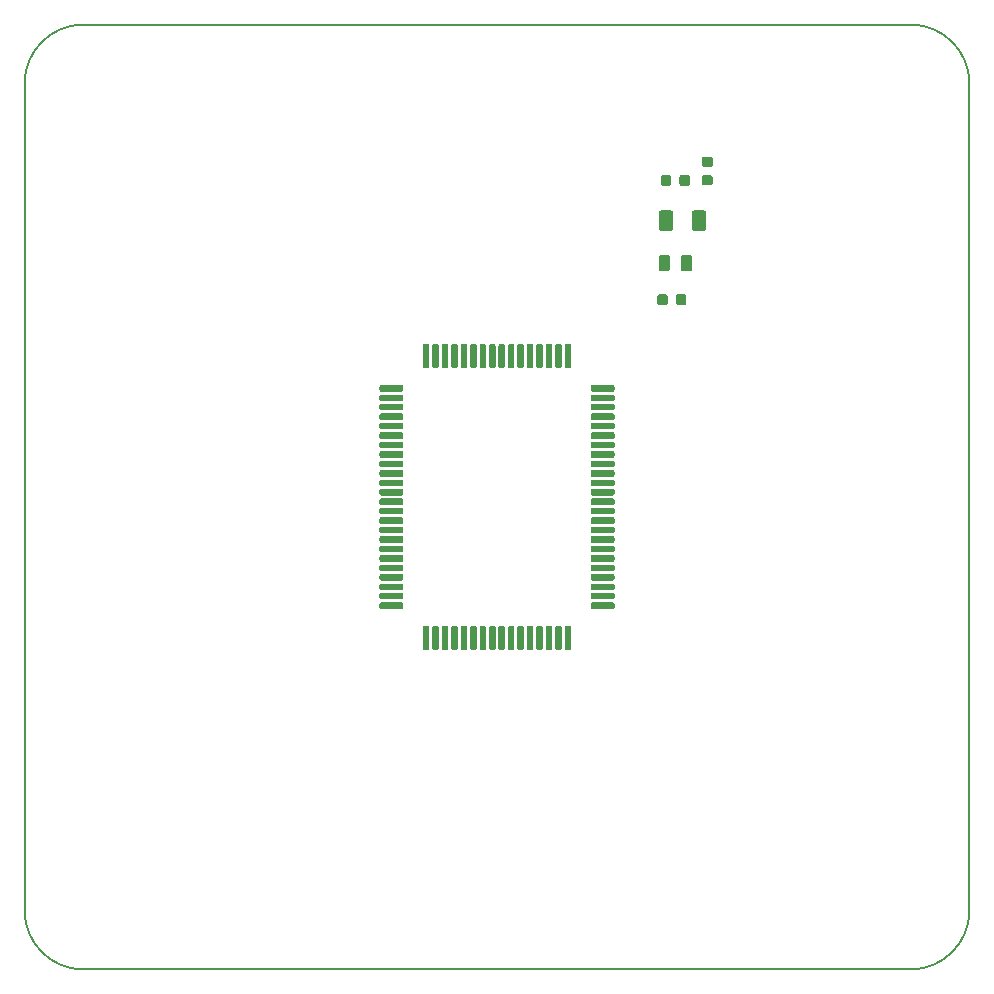
<source format=gbr>
G04 #@! TF.GenerationSoftware,KiCad,Pcbnew,5.1.5-52549c5~84~ubuntu19.10.1*
G04 #@! TF.CreationDate,2020-02-14T19:10:30+02:00*
G04 #@! TF.ProjectId,GB-BRK-CPU-G2,47422d42-524b-42d4-9350-552d47322e6b,v1.1*
G04 #@! TF.SameCoordinates,Original*
G04 #@! TF.FileFunction,Paste,Top*
G04 #@! TF.FilePolarity,Positive*
%FSLAX46Y46*%
G04 Gerber Fmt 4.6, Leading zero omitted, Abs format (unit mm)*
G04 Created by KiCad (PCBNEW 5.1.5-52549c5~84~ubuntu19.10.1) date 2020-02-14 19:10:30*
%MOMM*%
%LPD*%
G04 APERTURE LIST*
%ADD10C,0.150000*%
%ADD11C,0.100000*%
G04 APERTURE END LIST*
D10*
X140000000Y-135000000D02*
G75*
G02X135000000Y-140000000I-5000000J0D01*
G01*
X65000000Y-140000000D02*
G75*
G02X60000000Y-135000000I0J5000000D01*
G01*
X60000000Y-65000000D02*
G75*
G02X65000000Y-60000000I5000000J0D01*
G01*
X135000000Y-60000000D02*
G75*
G02X140000000Y-65000000I0J-5000000D01*
G01*
X135000000Y-60000000D02*
X65000000Y-60000000D01*
X140000000Y-135000000D02*
X140000000Y-65000000D01*
X65000000Y-140000000D02*
X135000000Y-140000000D01*
X60000000Y-65000000D02*
X60000000Y-135000000D01*
D11*
G36*
X94150977Y-87050662D02*
G01*
X94164325Y-87052642D01*
X94177414Y-87055921D01*
X94190119Y-87060467D01*
X94202317Y-87066236D01*
X94213891Y-87073173D01*
X94224729Y-87081211D01*
X94234727Y-87090273D01*
X94243789Y-87100271D01*
X94251827Y-87111109D01*
X94258764Y-87122683D01*
X94264533Y-87134881D01*
X94269079Y-87147586D01*
X94272358Y-87160675D01*
X94274338Y-87174023D01*
X94275000Y-87187500D01*
X94275000Y-88937500D01*
X94274338Y-88950977D01*
X94272358Y-88964325D01*
X94269079Y-88977414D01*
X94264533Y-88990119D01*
X94258764Y-89002317D01*
X94251827Y-89013891D01*
X94243789Y-89024729D01*
X94234727Y-89034727D01*
X94224729Y-89043789D01*
X94213891Y-89051827D01*
X94202317Y-89058764D01*
X94190119Y-89064533D01*
X94177414Y-89069079D01*
X94164325Y-89072358D01*
X94150977Y-89074338D01*
X94137500Y-89075000D01*
X93862500Y-89075000D01*
X93849023Y-89074338D01*
X93835675Y-89072358D01*
X93822586Y-89069079D01*
X93809881Y-89064533D01*
X93797683Y-89058764D01*
X93786109Y-89051827D01*
X93775271Y-89043789D01*
X93765273Y-89034727D01*
X93756211Y-89024729D01*
X93748173Y-89013891D01*
X93741236Y-89002317D01*
X93735467Y-88990119D01*
X93730921Y-88977414D01*
X93727642Y-88964325D01*
X93725662Y-88950977D01*
X93725000Y-88937500D01*
X93725000Y-87187500D01*
X93725662Y-87174023D01*
X93727642Y-87160675D01*
X93730921Y-87147586D01*
X93735467Y-87134881D01*
X93741236Y-87122683D01*
X93748173Y-87111109D01*
X93756211Y-87100271D01*
X93765273Y-87090273D01*
X93775271Y-87081211D01*
X93786109Y-87073173D01*
X93797683Y-87066236D01*
X93809881Y-87060467D01*
X93822586Y-87055921D01*
X93835675Y-87052642D01*
X93849023Y-87050662D01*
X93862500Y-87050000D01*
X94137500Y-87050000D01*
X94150977Y-87050662D01*
G37*
G36*
X94950977Y-87050662D02*
G01*
X94964325Y-87052642D01*
X94977414Y-87055921D01*
X94990119Y-87060467D01*
X95002317Y-87066236D01*
X95013891Y-87073173D01*
X95024729Y-87081211D01*
X95034727Y-87090273D01*
X95043789Y-87100271D01*
X95051827Y-87111109D01*
X95058764Y-87122683D01*
X95064533Y-87134881D01*
X95069079Y-87147586D01*
X95072358Y-87160675D01*
X95074338Y-87174023D01*
X95075000Y-87187500D01*
X95075000Y-88937500D01*
X95074338Y-88950977D01*
X95072358Y-88964325D01*
X95069079Y-88977414D01*
X95064533Y-88990119D01*
X95058764Y-89002317D01*
X95051827Y-89013891D01*
X95043789Y-89024729D01*
X95034727Y-89034727D01*
X95024729Y-89043789D01*
X95013891Y-89051827D01*
X95002317Y-89058764D01*
X94990119Y-89064533D01*
X94977414Y-89069079D01*
X94964325Y-89072358D01*
X94950977Y-89074338D01*
X94937500Y-89075000D01*
X94662500Y-89075000D01*
X94649023Y-89074338D01*
X94635675Y-89072358D01*
X94622586Y-89069079D01*
X94609881Y-89064533D01*
X94597683Y-89058764D01*
X94586109Y-89051827D01*
X94575271Y-89043789D01*
X94565273Y-89034727D01*
X94556211Y-89024729D01*
X94548173Y-89013891D01*
X94541236Y-89002317D01*
X94535467Y-88990119D01*
X94530921Y-88977414D01*
X94527642Y-88964325D01*
X94525662Y-88950977D01*
X94525000Y-88937500D01*
X94525000Y-87187500D01*
X94525662Y-87174023D01*
X94527642Y-87160675D01*
X94530921Y-87147586D01*
X94535467Y-87134881D01*
X94541236Y-87122683D01*
X94548173Y-87111109D01*
X94556211Y-87100271D01*
X94565273Y-87090273D01*
X94575271Y-87081211D01*
X94586109Y-87073173D01*
X94597683Y-87066236D01*
X94609881Y-87060467D01*
X94622586Y-87055921D01*
X94635675Y-87052642D01*
X94649023Y-87050662D01*
X94662500Y-87050000D01*
X94937500Y-87050000D01*
X94950977Y-87050662D01*
G37*
G36*
X95750977Y-87050662D02*
G01*
X95764325Y-87052642D01*
X95777414Y-87055921D01*
X95790119Y-87060467D01*
X95802317Y-87066236D01*
X95813891Y-87073173D01*
X95824729Y-87081211D01*
X95834727Y-87090273D01*
X95843789Y-87100271D01*
X95851827Y-87111109D01*
X95858764Y-87122683D01*
X95864533Y-87134881D01*
X95869079Y-87147586D01*
X95872358Y-87160675D01*
X95874338Y-87174023D01*
X95875000Y-87187500D01*
X95875000Y-88937500D01*
X95874338Y-88950977D01*
X95872358Y-88964325D01*
X95869079Y-88977414D01*
X95864533Y-88990119D01*
X95858764Y-89002317D01*
X95851827Y-89013891D01*
X95843789Y-89024729D01*
X95834727Y-89034727D01*
X95824729Y-89043789D01*
X95813891Y-89051827D01*
X95802317Y-89058764D01*
X95790119Y-89064533D01*
X95777414Y-89069079D01*
X95764325Y-89072358D01*
X95750977Y-89074338D01*
X95737500Y-89075000D01*
X95462500Y-89075000D01*
X95449023Y-89074338D01*
X95435675Y-89072358D01*
X95422586Y-89069079D01*
X95409881Y-89064533D01*
X95397683Y-89058764D01*
X95386109Y-89051827D01*
X95375271Y-89043789D01*
X95365273Y-89034727D01*
X95356211Y-89024729D01*
X95348173Y-89013891D01*
X95341236Y-89002317D01*
X95335467Y-88990119D01*
X95330921Y-88977414D01*
X95327642Y-88964325D01*
X95325662Y-88950977D01*
X95325000Y-88937500D01*
X95325000Y-87187500D01*
X95325662Y-87174023D01*
X95327642Y-87160675D01*
X95330921Y-87147586D01*
X95335467Y-87134881D01*
X95341236Y-87122683D01*
X95348173Y-87111109D01*
X95356211Y-87100271D01*
X95365273Y-87090273D01*
X95375271Y-87081211D01*
X95386109Y-87073173D01*
X95397683Y-87066236D01*
X95409881Y-87060467D01*
X95422586Y-87055921D01*
X95435675Y-87052642D01*
X95449023Y-87050662D01*
X95462500Y-87050000D01*
X95737500Y-87050000D01*
X95750977Y-87050662D01*
G37*
G36*
X96550977Y-87050662D02*
G01*
X96564325Y-87052642D01*
X96577414Y-87055921D01*
X96590119Y-87060467D01*
X96602317Y-87066236D01*
X96613891Y-87073173D01*
X96624729Y-87081211D01*
X96634727Y-87090273D01*
X96643789Y-87100271D01*
X96651827Y-87111109D01*
X96658764Y-87122683D01*
X96664533Y-87134881D01*
X96669079Y-87147586D01*
X96672358Y-87160675D01*
X96674338Y-87174023D01*
X96675000Y-87187500D01*
X96675000Y-88937500D01*
X96674338Y-88950977D01*
X96672358Y-88964325D01*
X96669079Y-88977414D01*
X96664533Y-88990119D01*
X96658764Y-89002317D01*
X96651827Y-89013891D01*
X96643789Y-89024729D01*
X96634727Y-89034727D01*
X96624729Y-89043789D01*
X96613891Y-89051827D01*
X96602317Y-89058764D01*
X96590119Y-89064533D01*
X96577414Y-89069079D01*
X96564325Y-89072358D01*
X96550977Y-89074338D01*
X96537500Y-89075000D01*
X96262500Y-89075000D01*
X96249023Y-89074338D01*
X96235675Y-89072358D01*
X96222586Y-89069079D01*
X96209881Y-89064533D01*
X96197683Y-89058764D01*
X96186109Y-89051827D01*
X96175271Y-89043789D01*
X96165273Y-89034727D01*
X96156211Y-89024729D01*
X96148173Y-89013891D01*
X96141236Y-89002317D01*
X96135467Y-88990119D01*
X96130921Y-88977414D01*
X96127642Y-88964325D01*
X96125662Y-88950977D01*
X96125000Y-88937500D01*
X96125000Y-87187500D01*
X96125662Y-87174023D01*
X96127642Y-87160675D01*
X96130921Y-87147586D01*
X96135467Y-87134881D01*
X96141236Y-87122683D01*
X96148173Y-87111109D01*
X96156211Y-87100271D01*
X96165273Y-87090273D01*
X96175271Y-87081211D01*
X96186109Y-87073173D01*
X96197683Y-87066236D01*
X96209881Y-87060467D01*
X96222586Y-87055921D01*
X96235675Y-87052642D01*
X96249023Y-87050662D01*
X96262500Y-87050000D01*
X96537500Y-87050000D01*
X96550977Y-87050662D01*
G37*
G36*
X97350977Y-87050662D02*
G01*
X97364325Y-87052642D01*
X97377414Y-87055921D01*
X97390119Y-87060467D01*
X97402317Y-87066236D01*
X97413891Y-87073173D01*
X97424729Y-87081211D01*
X97434727Y-87090273D01*
X97443789Y-87100271D01*
X97451827Y-87111109D01*
X97458764Y-87122683D01*
X97464533Y-87134881D01*
X97469079Y-87147586D01*
X97472358Y-87160675D01*
X97474338Y-87174023D01*
X97475000Y-87187500D01*
X97475000Y-88937500D01*
X97474338Y-88950977D01*
X97472358Y-88964325D01*
X97469079Y-88977414D01*
X97464533Y-88990119D01*
X97458764Y-89002317D01*
X97451827Y-89013891D01*
X97443789Y-89024729D01*
X97434727Y-89034727D01*
X97424729Y-89043789D01*
X97413891Y-89051827D01*
X97402317Y-89058764D01*
X97390119Y-89064533D01*
X97377414Y-89069079D01*
X97364325Y-89072358D01*
X97350977Y-89074338D01*
X97337500Y-89075000D01*
X97062500Y-89075000D01*
X97049023Y-89074338D01*
X97035675Y-89072358D01*
X97022586Y-89069079D01*
X97009881Y-89064533D01*
X96997683Y-89058764D01*
X96986109Y-89051827D01*
X96975271Y-89043789D01*
X96965273Y-89034727D01*
X96956211Y-89024729D01*
X96948173Y-89013891D01*
X96941236Y-89002317D01*
X96935467Y-88990119D01*
X96930921Y-88977414D01*
X96927642Y-88964325D01*
X96925662Y-88950977D01*
X96925000Y-88937500D01*
X96925000Y-87187500D01*
X96925662Y-87174023D01*
X96927642Y-87160675D01*
X96930921Y-87147586D01*
X96935467Y-87134881D01*
X96941236Y-87122683D01*
X96948173Y-87111109D01*
X96956211Y-87100271D01*
X96965273Y-87090273D01*
X96975271Y-87081211D01*
X96986109Y-87073173D01*
X96997683Y-87066236D01*
X97009881Y-87060467D01*
X97022586Y-87055921D01*
X97035675Y-87052642D01*
X97049023Y-87050662D01*
X97062500Y-87050000D01*
X97337500Y-87050000D01*
X97350977Y-87050662D01*
G37*
G36*
X98150977Y-87050662D02*
G01*
X98164325Y-87052642D01*
X98177414Y-87055921D01*
X98190119Y-87060467D01*
X98202317Y-87066236D01*
X98213891Y-87073173D01*
X98224729Y-87081211D01*
X98234727Y-87090273D01*
X98243789Y-87100271D01*
X98251827Y-87111109D01*
X98258764Y-87122683D01*
X98264533Y-87134881D01*
X98269079Y-87147586D01*
X98272358Y-87160675D01*
X98274338Y-87174023D01*
X98275000Y-87187500D01*
X98275000Y-88937500D01*
X98274338Y-88950977D01*
X98272358Y-88964325D01*
X98269079Y-88977414D01*
X98264533Y-88990119D01*
X98258764Y-89002317D01*
X98251827Y-89013891D01*
X98243789Y-89024729D01*
X98234727Y-89034727D01*
X98224729Y-89043789D01*
X98213891Y-89051827D01*
X98202317Y-89058764D01*
X98190119Y-89064533D01*
X98177414Y-89069079D01*
X98164325Y-89072358D01*
X98150977Y-89074338D01*
X98137500Y-89075000D01*
X97862500Y-89075000D01*
X97849023Y-89074338D01*
X97835675Y-89072358D01*
X97822586Y-89069079D01*
X97809881Y-89064533D01*
X97797683Y-89058764D01*
X97786109Y-89051827D01*
X97775271Y-89043789D01*
X97765273Y-89034727D01*
X97756211Y-89024729D01*
X97748173Y-89013891D01*
X97741236Y-89002317D01*
X97735467Y-88990119D01*
X97730921Y-88977414D01*
X97727642Y-88964325D01*
X97725662Y-88950977D01*
X97725000Y-88937500D01*
X97725000Y-87187500D01*
X97725662Y-87174023D01*
X97727642Y-87160675D01*
X97730921Y-87147586D01*
X97735467Y-87134881D01*
X97741236Y-87122683D01*
X97748173Y-87111109D01*
X97756211Y-87100271D01*
X97765273Y-87090273D01*
X97775271Y-87081211D01*
X97786109Y-87073173D01*
X97797683Y-87066236D01*
X97809881Y-87060467D01*
X97822586Y-87055921D01*
X97835675Y-87052642D01*
X97849023Y-87050662D01*
X97862500Y-87050000D01*
X98137500Y-87050000D01*
X98150977Y-87050662D01*
G37*
G36*
X98950977Y-87050662D02*
G01*
X98964325Y-87052642D01*
X98977414Y-87055921D01*
X98990119Y-87060467D01*
X99002317Y-87066236D01*
X99013891Y-87073173D01*
X99024729Y-87081211D01*
X99034727Y-87090273D01*
X99043789Y-87100271D01*
X99051827Y-87111109D01*
X99058764Y-87122683D01*
X99064533Y-87134881D01*
X99069079Y-87147586D01*
X99072358Y-87160675D01*
X99074338Y-87174023D01*
X99075000Y-87187500D01*
X99075000Y-88937500D01*
X99074338Y-88950977D01*
X99072358Y-88964325D01*
X99069079Y-88977414D01*
X99064533Y-88990119D01*
X99058764Y-89002317D01*
X99051827Y-89013891D01*
X99043789Y-89024729D01*
X99034727Y-89034727D01*
X99024729Y-89043789D01*
X99013891Y-89051827D01*
X99002317Y-89058764D01*
X98990119Y-89064533D01*
X98977414Y-89069079D01*
X98964325Y-89072358D01*
X98950977Y-89074338D01*
X98937500Y-89075000D01*
X98662500Y-89075000D01*
X98649023Y-89074338D01*
X98635675Y-89072358D01*
X98622586Y-89069079D01*
X98609881Y-89064533D01*
X98597683Y-89058764D01*
X98586109Y-89051827D01*
X98575271Y-89043789D01*
X98565273Y-89034727D01*
X98556211Y-89024729D01*
X98548173Y-89013891D01*
X98541236Y-89002317D01*
X98535467Y-88990119D01*
X98530921Y-88977414D01*
X98527642Y-88964325D01*
X98525662Y-88950977D01*
X98525000Y-88937500D01*
X98525000Y-87187500D01*
X98525662Y-87174023D01*
X98527642Y-87160675D01*
X98530921Y-87147586D01*
X98535467Y-87134881D01*
X98541236Y-87122683D01*
X98548173Y-87111109D01*
X98556211Y-87100271D01*
X98565273Y-87090273D01*
X98575271Y-87081211D01*
X98586109Y-87073173D01*
X98597683Y-87066236D01*
X98609881Y-87060467D01*
X98622586Y-87055921D01*
X98635675Y-87052642D01*
X98649023Y-87050662D01*
X98662500Y-87050000D01*
X98937500Y-87050000D01*
X98950977Y-87050662D01*
G37*
G36*
X99750977Y-87050662D02*
G01*
X99764325Y-87052642D01*
X99777414Y-87055921D01*
X99790119Y-87060467D01*
X99802317Y-87066236D01*
X99813891Y-87073173D01*
X99824729Y-87081211D01*
X99834727Y-87090273D01*
X99843789Y-87100271D01*
X99851827Y-87111109D01*
X99858764Y-87122683D01*
X99864533Y-87134881D01*
X99869079Y-87147586D01*
X99872358Y-87160675D01*
X99874338Y-87174023D01*
X99875000Y-87187500D01*
X99875000Y-88937500D01*
X99874338Y-88950977D01*
X99872358Y-88964325D01*
X99869079Y-88977414D01*
X99864533Y-88990119D01*
X99858764Y-89002317D01*
X99851827Y-89013891D01*
X99843789Y-89024729D01*
X99834727Y-89034727D01*
X99824729Y-89043789D01*
X99813891Y-89051827D01*
X99802317Y-89058764D01*
X99790119Y-89064533D01*
X99777414Y-89069079D01*
X99764325Y-89072358D01*
X99750977Y-89074338D01*
X99737500Y-89075000D01*
X99462500Y-89075000D01*
X99449023Y-89074338D01*
X99435675Y-89072358D01*
X99422586Y-89069079D01*
X99409881Y-89064533D01*
X99397683Y-89058764D01*
X99386109Y-89051827D01*
X99375271Y-89043789D01*
X99365273Y-89034727D01*
X99356211Y-89024729D01*
X99348173Y-89013891D01*
X99341236Y-89002317D01*
X99335467Y-88990119D01*
X99330921Y-88977414D01*
X99327642Y-88964325D01*
X99325662Y-88950977D01*
X99325000Y-88937500D01*
X99325000Y-87187500D01*
X99325662Y-87174023D01*
X99327642Y-87160675D01*
X99330921Y-87147586D01*
X99335467Y-87134881D01*
X99341236Y-87122683D01*
X99348173Y-87111109D01*
X99356211Y-87100271D01*
X99365273Y-87090273D01*
X99375271Y-87081211D01*
X99386109Y-87073173D01*
X99397683Y-87066236D01*
X99409881Y-87060467D01*
X99422586Y-87055921D01*
X99435675Y-87052642D01*
X99449023Y-87050662D01*
X99462500Y-87050000D01*
X99737500Y-87050000D01*
X99750977Y-87050662D01*
G37*
G36*
X100550977Y-87050662D02*
G01*
X100564325Y-87052642D01*
X100577414Y-87055921D01*
X100590119Y-87060467D01*
X100602317Y-87066236D01*
X100613891Y-87073173D01*
X100624729Y-87081211D01*
X100634727Y-87090273D01*
X100643789Y-87100271D01*
X100651827Y-87111109D01*
X100658764Y-87122683D01*
X100664533Y-87134881D01*
X100669079Y-87147586D01*
X100672358Y-87160675D01*
X100674338Y-87174023D01*
X100675000Y-87187500D01*
X100675000Y-88937500D01*
X100674338Y-88950977D01*
X100672358Y-88964325D01*
X100669079Y-88977414D01*
X100664533Y-88990119D01*
X100658764Y-89002317D01*
X100651827Y-89013891D01*
X100643789Y-89024729D01*
X100634727Y-89034727D01*
X100624729Y-89043789D01*
X100613891Y-89051827D01*
X100602317Y-89058764D01*
X100590119Y-89064533D01*
X100577414Y-89069079D01*
X100564325Y-89072358D01*
X100550977Y-89074338D01*
X100537500Y-89075000D01*
X100262500Y-89075000D01*
X100249023Y-89074338D01*
X100235675Y-89072358D01*
X100222586Y-89069079D01*
X100209881Y-89064533D01*
X100197683Y-89058764D01*
X100186109Y-89051827D01*
X100175271Y-89043789D01*
X100165273Y-89034727D01*
X100156211Y-89024729D01*
X100148173Y-89013891D01*
X100141236Y-89002317D01*
X100135467Y-88990119D01*
X100130921Y-88977414D01*
X100127642Y-88964325D01*
X100125662Y-88950977D01*
X100125000Y-88937500D01*
X100125000Y-87187500D01*
X100125662Y-87174023D01*
X100127642Y-87160675D01*
X100130921Y-87147586D01*
X100135467Y-87134881D01*
X100141236Y-87122683D01*
X100148173Y-87111109D01*
X100156211Y-87100271D01*
X100165273Y-87090273D01*
X100175271Y-87081211D01*
X100186109Y-87073173D01*
X100197683Y-87066236D01*
X100209881Y-87060467D01*
X100222586Y-87055921D01*
X100235675Y-87052642D01*
X100249023Y-87050662D01*
X100262500Y-87050000D01*
X100537500Y-87050000D01*
X100550977Y-87050662D01*
G37*
G36*
X101350977Y-87050662D02*
G01*
X101364325Y-87052642D01*
X101377414Y-87055921D01*
X101390119Y-87060467D01*
X101402317Y-87066236D01*
X101413891Y-87073173D01*
X101424729Y-87081211D01*
X101434727Y-87090273D01*
X101443789Y-87100271D01*
X101451827Y-87111109D01*
X101458764Y-87122683D01*
X101464533Y-87134881D01*
X101469079Y-87147586D01*
X101472358Y-87160675D01*
X101474338Y-87174023D01*
X101475000Y-87187500D01*
X101475000Y-88937500D01*
X101474338Y-88950977D01*
X101472358Y-88964325D01*
X101469079Y-88977414D01*
X101464533Y-88990119D01*
X101458764Y-89002317D01*
X101451827Y-89013891D01*
X101443789Y-89024729D01*
X101434727Y-89034727D01*
X101424729Y-89043789D01*
X101413891Y-89051827D01*
X101402317Y-89058764D01*
X101390119Y-89064533D01*
X101377414Y-89069079D01*
X101364325Y-89072358D01*
X101350977Y-89074338D01*
X101337500Y-89075000D01*
X101062500Y-89075000D01*
X101049023Y-89074338D01*
X101035675Y-89072358D01*
X101022586Y-89069079D01*
X101009881Y-89064533D01*
X100997683Y-89058764D01*
X100986109Y-89051827D01*
X100975271Y-89043789D01*
X100965273Y-89034727D01*
X100956211Y-89024729D01*
X100948173Y-89013891D01*
X100941236Y-89002317D01*
X100935467Y-88990119D01*
X100930921Y-88977414D01*
X100927642Y-88964325D01*
X100925662Y-88950977D01*
X100925000Y-88937500D01*
X100925000Y-87187500D01*
X100925662Y-87174023D01*
X100927642Y-87160675D01*
X100930921Y-87147586D01*
X100935467Y-87134881D01*
X100941236Y-87122683D01*
X100948173Y-87111109D01*
X100956211Y-87100271D01*
X100965273Y-87090273D01*
X100975271Y-87081211D01*
X100986109Y-87073173D01*
X100997683Y-87066236D01*
X101009881Y-87060467D01*
X101022586Y-87055921D01*
X101035675Y-87052642D01*
X101049023Y-87050662D01*
X101062500Y-87050000D01*
X101337500Y-87050000D01*
X101350977Y-87050662D01*
G37*
G36*
X102150977Y-87050662D02*
G01*
X102164325Y-87052642D01*
X102177414Y-87055921D01*
X102190119Y-87060467D01*
X102202317Y-87066236D01*
X102213891Y-87073173D01*
X102224729Y-87081211D01*
X102234727Y-87090273D01*
X102243789Y-87100271D01*
X102251827Y-87111109D01*
X102258764Y-87122683D01*
X102264533Y-87134881D01*
X102269079Y-87147586D01*
X102272358Y-87160675D01*
X102274338Y-87174023D01*
X102275000Y-87187500D01*
X102275000Y-88937500D01*
X102274338Y-88950977D01*
X102272358Y-88964325D01*
X102269079Y-88977414D01*
X102264533Y-88990119D01*
X102258764Y-89002317D01*
X102251827Y-89013891D01*
X102243789Y-89024729D01*
X102234727Y-89034727D01*
X102224729Y-89043789D01*
X102213891Y-89051827D01*
X102202317Y-89058764D01*
X102190119Y-89064533D01*
X102177414Y-89069079D01*
X102164325Y-89072358D01*
X102150977Y-89074338D01*
X102137500Y-89075000D01*
X101862500Y-89075000D01*
X101849023Y-89074338D01*
X101835675Y-89072358D01*
X101822586Y-89069079D01*
X101809881Y-89064533D01*
X101797683Y-89058764D01*
X101786109Y-89051827D01*
X101775271Y-89043789D01*
X101765273Y-89034727D01*
X101756211Y-89024729D01*
X101748173Y-89013891D01*
X101741236Y-89002317D01*
X101735467Y-88990119D01*
X101730921Y-88977414D01*
X101727642Y-88964325D01*
X101725662Y-88950977D01*
X101725000Y-88937500D01*
X101725000Y-87187500D01*
X101725662Y-87174023D01*
X101727642Y-87160675D01*
X101730921Y-87147586D01*
X101735467Y-87134881D01*
X101741236Y-87122683D01*
X101748173Y-87111109D01*
X101756211Y-87100271D01*
X101765273Y-87090273D01*
X101775271Y-87081211D01*
X101786109Y-87073173D01*
X101797683Y-87066236D01*
X101809881Y-87060467D01*
X101822586Y-87055921D01*
X101835675Y-87052642D01*
X101849023Y-87050662D01*
X101862500Y-87050000D01*
X102137500Y-87050000D01*
X102150977Y-87050662D01*
G37*
G36*
X102950977Y-87050662D02*
G01*
X102964325Y-87052642D01*
X102977414Y-87055921D01*
X102990119Y-87060467D01*
X103002317Y-87066236D01*
X103013891Y-87073173D01*
X103024729Y-87081211D01*
X103034727Y-87090273D01*
X103043789Y-87100271D01*
X103051827Y-87111109D01*
X103058764Y-87122683D01*
X103064533Y-87134881D01*
X103069079Y-87147586D01*
X103072358Y-87160675D01*
X103074338Y-87174023D01*
X103075000Y-87187500D01*
X103075000Y-88937500D01*
X103074338Y-88950977D01*
X103072358Y-88964325D01*
X103069079Y-88977414D01*
X103064533Y-88990119D01*
X103058764Y-89002317D01*
X103051827Y-89013891D01*
X103043789Y-89024729D01*
X103034727Y-89034727D01*
X103024729Y-89043789D01*
X103013891Y-89051827D01*
X103002317Y-89058764D01*
X102990119Y-89064533D01*
X102977414Y-89069079D01*
X102964325Y-89072358D01*
X102950977Y-89074338D01*
X102937500Y-89075000D01*
X102662500Y-89075000D01*
X102649023Y-89074338D01*
X102635675Y-89072358D01*
X102622586Y-89069079D01*
X102609881Y-89064533D01*
X102597683Y-89058764D01*
X102586109Y-89051827D01*
X102575271Y-89043789D01*
X102565273Y-89034727D01*
X102556211Y-89024729D01*
X102548173Y-89013891D01*
X102541236Y-89002317D01*
X102535467Y-88990119D01*
X102530921Y-88977414D01*
X102527642Y-88964325D01*
X102525662Y-88950977D01*
X102525000Y-88937500D01*
X102525000Y-87187500D01*
X102525662Y-87174023D01*
X102527642Y-87160675D01*
X102530921Y-87147586D01*
X102535467Y-87134881D01*
X102541236Y-87122683D01*
X102548173Y-87111109D01*
X102556211Y-87100271D01*
X102565273Y-87090273D01*
X102575271Y-87081211D01*
X102586109Y-87073173D01*
X102597683Y-87066236D01*
X102609881Y-87060467D01*
X102622586Y-87055921D01*
X102635675Y-87052642D01*
X102649023Y-87050662D01*
X102662500Y-87050000D01*
X102937500Y-87050000D01*
X102950977Y-87050662D01*
G37*
G36*
X103750977Y-87050662D02*
G01*
X103764325Y-87052642D01*
X103777414Y-87055921D01*
X103790119Y-87060467D01*
X103802317Y-87066236D01*
X103813891Y-87073173D01*
X103824729Y-87081211D01*
X103834727Y-87090273D01*
X103843789Y-87100271D01*
X103851827Y-87111109D01*
X103858764Y-87122683D01*
X103864533Y-87134881D01*
X103869079Y-87147586D01*
X103872358Y-87160675D01*
X103874338Y-87174023D01*
X103875000Y-87187500D01*
X103875000Y-88937500D01*
X103874338Y-88950977D01*
X103872358Y-88964325D01*
X103869079Y-88977414D01*
X103864533Y-88990119D01*
X103858764Y-89002317D01*
X103851827Y-89013891D01*
X103843789Y-89024729D01*
X103834727Y-89034727D01*
X103824729Y-89043789D01*
X103813891Y-89051827D01*
X103802317Y-89058764D01*
X103790119Y-89064533D01*
X103777414Y-89069079D01*
X103764325Y-89072358D01*
X103750977Y-89074338D01*
X103737500Y-89075000D01*
X103462500Y-89075000D01*
X103449023Y-89074338D01*
X103435675Y-89072358D01*
X103422586Y-89069079D01*
X103409881Y-89064533D01*
X103397683Y-89058764D01*
X103386109Y-89051827D01*
X103375271Y-89043789D01*
X103365273Y-89034727D01*
X103356211Y-89024729D01*
X103348173Y-89013891D01*
X103341236Y-89002317D01*
X103335467Y-88990119D01*
X103330921Y-88977414D01*
X103327642Y-88964325D01*
X103325662Y-88950977D01*
X103325000Y-88937500D01*
X103325000Y-87187500D01*
X103325662Y-87174023D01*
X103327642Y-87160675D01*
X103330921Y-87147586D01*
X103335467Y-87134881D01*
X103341236Y-87122683D01*
X103348173Y-87111109D01*
X103356211Y-87100271D01*
X103365273Y-87090273D01*
X103375271Y-87081211D01*
X103386109Y-87073173D01*
X103397683Y-87066236D01*
X103409881Y-87060467D01*
X103422586Y-87055921D01*
X103435675Y-87052642D01*
X103449023Y-87050662D01*
X103462500Y-87050000D01*
X103737500Y-87050000D01*
X103750977Y-87050662D01*
G37*
G36*
X104550977Y-87050662D02*
G01*
X104564325Y-87052642D01*
X104577414Y-87055921D01*
X104590119Y-87060467D01*
X104602317Y-87066236D01*
X104613891Y-87073173D01*
X104624729Y-87081211D01*
X104634727Y-87090273D01*
X104643789Y-87100271D01*
X104651827Y-87111109D01*
X104658764Y-87122683D01*
X104664533Y-87134881D01*
X104669079Y-87147586D01*
X104672358Y-87160675D01*
X104674338Y-87174023D01*
X104675000Y-87187500D01*
X104675000Y-88937500D01*
X104674338Y-88950977D01*
X104672358Y-88964325D01*
X104669079Y-88977414D01*
X104664533Y-88990119D01*
X104658764Y-89002317D01*
X104651827Y-89013891D01*
X104643789Y-89024729D01*
X104634727Y-89034727D01*
X104624729Y-89043789D01*
X104613891Y-89051827D01*
X104602317Y-89058764D01*
X104590119Y-89064533D01*
X104577414Y-89069079D01*
X104564325Y-89072358D01*
X104550977Y-89074338D01*
X104537500Y-89075000D01*
X104262500Y-89075000D01*
X104249023Y-89074338D01*
X104235675Y-89072358D01*
X104222586Y-89069079D01*
X104209881Y-89064533D01*
X104197683Y-89058764D01*
X104186109Y-89051827D01*
X104175271Y-89043789D01*
X104165273Y-89034727D01*
X104156211Y-89024729D01*
X104148173Y-89013891D01*
X104141236Y-89002317D01*
X104135467Y-88990119D01*
X104130921Y-88977414D01*
X104127642Y-88964325D01*
X104125662Y-88950977D01*
X104125000Y-88937500D01*
X104125000Y-87187500D01*
X104125662Y-87174023D01*
X104127642Y-87160675D01*
X104130921Y-87147586D01*
X104135467Y-87134881D01*
X104141236Y-87122683D01*
X104148173Y-87111109D01*
X104156211Y-87100271D01*
X104165273Y-87090273D01*
X104175271Y-87081211D01*
X104186109Y-87073173D01*
X104197683Y-87066236D01*
X104209881Y-87060467D01*
X104222586Y-87055921D01*
X104235675Y-87052642D01*
X104249023Y-87050662D01*
X104262500Y-87050000D01*
X104537500Y-87050000D01*
X104550977Y-87050662D01*
G37*
G36*
X105350977Y-87050662D02*
G01*
X105364325Y-87052642D01*
X105377414Y-87055921D01*
X105390119Y-87060467D01*
X105402317Y-87066236D01*
X105413891Y-87073173D01*
X105424729Y-87081211D01*
X105434727Y-87090273D01*
X105443789Y-87100271D01*
X105451827Y-87111109D01*
X105458764Y-87122683D01*
X105464533Y-87134881D01*
X105469079Y-87147586D01*
X105472358Y-87160675D01*
X105474338Y-87174023D01*
X105475000Y-87187500D01*
X105475000Y-88937500D01*
X105474338Y-88950977D01*
X105472358Y-88964325D01*
X105469079Y-88977414D01*
X105464533Y-88990119D01*
X105458764Y-89002317D01*
X105451827Y-89013891D01*
X105443789Y-89024729D01*
X105434727Y-89034727D01*
X105424729Y-89043789D01*
X105413891Y-89051827D01*
X105402317Y-89058764D01*
X105390119Y-89064533D01*
X105377414Y-89069079D01*
X105364325Y-89072358D01*
X105350977Y-89074338D01*
X105337500Y-89075000D01*
X105062500Y-89075000D01*
X105049023Y-89074338D01*
X105035675Y-89072358D01*
X105022586Y-89069079D01*
X105009881Y-89064533D01*
X104997683Y-89058764D01*
X104986109Y-89051827D01*
X104975271Y-89043789D01*
X104965273Y-89034727D01*
X104956211Y-89024729D01*
X104948173Y-89013891D01*
X104941236Y-89002317D01*
X104935467Y-88990119D01*
X104930921Y-88977414D01*
X104927642Y-88964325D01*
X104925662Y-88950977D01*
X104925000Y-88937500D01*
X104925000Y-87187500D01*
X104925662Y-87174023D01*
X104927642Y-87160675D01*
X104930921Y-87147586D01*
X104935467Y-87134881D01*
X104941236Y-87122683D01*
X104948173Y-87111109D01*
X104956211Y-87100271D01*
X104965273Y-87090273D01*
X104975271Y-87081211D01*
X104986109Y-87073173D01*
X104997683Y-87066236D01*
X105009881Y-87060467D01*
X105022586Y-87055921D01*
X105035675Y-87052642D01*
X105049023Y-87050662D01*
X105062500Y-87050000D01*
X105337500Y-87050000D01*
X105350977Y-87050662D01*
G37*
G36*
X106150977Y-87050662D02*
G01*
X106164325Y-87052642D01*
X106177414Y-87055921D01*
X106190119Y-87060467D01*
X106202317Y-87066236D01*
X106213891Y-87073173D01*
X106224729Y-87081211D01*
X106234727Y-87090273D01*
X106243789Y-87100271D01*
X106251827Y-87111109D01*
X106258764Y-87122683D01*
X106264533Y-87134881D01*
X106269079Y-87147586D01*
X106272358Y-87160675D01*
X106274338Y-87174023D01*
X106275000Y-87187500D01*
X106275000Y-88937500D01*
X106274338Y-88950977D01*
X106272358Y-88964325D01*
X106269079Y-88977414D01*
X106264533Y-88990119D01*
X106258764Y-89002317D01*
X106251827Y-89013891D01*
X106243789Y-89024729D01*
X106234727Y-89034727D01*
X106224729Y-89043789D01*
X106213891Y-89051827D01*
X106202317Y-89058764D01*
X106190119Y-89064533D01*
X106177414Y-89069079D01*
X106164325Y-89072358D01*
X106150977Y-89074338D01*
X106137500Y-89075000D01*
X105862500Y-89075000D01*
X105849023Y-89074338D01*
X105835675Y-89072358D01*
X105822586Y-89069079D01*
X105809881Y-89064533D01*
X105797683Y-89058764D01*
X105786109Y-89051827D01*
X105775271Y-89043789D01*
X105765273Y-89034727D01*
X105756211Y-89024729D01*
X105748173Y-89013891D01*
X105741236Y-89002317D01*
X105735467Y-88990119D01*
X105730921Y-88977414D01*
X105727642Y-88964325D01*
X105725662Y-88950977D01*
X105725000Y-88937500D01*
X105725000Y-87187500D01*
X105725662Y-87174023D01*
X105727642Y-87160675D01*
X105730921Y-87147586D01*
X105735467Y-87134881D01*
X105741236Y-87122683D01*
X105748173Y-87111109D01*
X105756211Y-87100271D01*
X105765273Y-87090273D01*
X105775271Y-87081211D01*
X105786109Y-87073173D01*
X105797683Y-87066236D01*
X105809881Y-87060467D01*
X105822586Y-87055921D01*
X105835675Y-87052642D01*
X105849023Y-87050662D01*
X105862500Y-87050000D01*
X106137500Y-87050000D01*
X106150977Y-87050662D01*
G37*
G36*
X109825977Y-90525662D02*
G01*
X109839325Y-90527642D01*
X109852414Y-90530921D01*
X109865119Y-90535467D01*
X109877317Y-90541236D01*
X109888891Y-90548173D01*
X109899729Y-90556211D01*
X109909727Y-90565273D01*
X109918789Y-90575271D01*
X109926827Y-90586109D01*
X109933764Y-90597683D01*
X109939533Y-90609881D01*
X109944079Y-90622586D01*
X109947358Y-90635675D01*
X109949338Y-90649023D01*
X109950000Y-90662500D01*
X109950000Y-90937500D01*
X109949338Y-90950977D01*
X109947358Y-90964325D01*
X109944079Y-90977414D01*
X109939533Y-90990119D01*
X109933764Y-91002317D01*
X109926827Y-91013891D01*
X109918789Y-91024729D01*
X109909727Y-91034727D01*
X109899729Y-91043789D01*
X109888891Y-91051827D01*
X109877317Y-91058764D01*
X109865119Y-91064533D01*
X109852414Y-91069079D01*
X109839325Y-91072358D01*
X109825977Y-91074338D01*
X109812500Y-91075000D01*
X108062500Y-91075000D01*
X108049023Y-91074338D01*
X108035675Y-91072358D01*
X108022586Y-91069079D01*
X108009881Y-91064533D01*
X107997683Y-91058764D01*
X107986109Y-91051827D01*
X107975271Y-91043789D01*
X107965273Y-91034727D01*
X107956211Y-91024729D01*
X107948173Y-91013891D01*
X107941236Y-91002317D01*
X107935467Y-90990119D01*
X107930921Y-90977414D01*
X107927642Y-90964325D01*
X107925662Y-90950977D01*
X107925000Y-90937500D01*
X107925000Y-90662500D01*
X107925662Y-90649023D01*
X107927642Y-90635675D01*
X107930921Y-90622586D01*
X107935467Y-90609881D01*
X107941236Y-90597683D01*
X107948173Y-90586109D01*
X107956211Y-90575271D01*
X107965273Y-90565273D01*
X107975271Y-90556211D01*
X107986109Y-90548173D01*
X107997683Y-90541236D01*
X108009881Y-90535467D01*
X108022586Y-90530921D01*
X108035675Y-90527642D01*
X108049023Y-90525662D01*
X108062500Y-90525000D01*
X109812500Y-90525000D01*
X109825977Y-90525662D01*
G37*
G36*
X109825977Y-91325662D02*
G01*
X109839325Y-91327642D01*
X109852414Y-91330921D01*
X109865119Y-91335467D01*
X109877317Y-91341236D01*
X109888891Y-91348173D01*
X109899729Y-91356211D01*
X109909727Y-91365273D01*
X109918789Y-91375271D01*
X109926827Y-91386109D01*
X109933764Y-91397683D01*
X109939533Y-91409881D01*
X109944079Y-91422586D01*
X109947358Y-91435675D01*
X109949338Y-91449023D01*
X109950000Y-91462500D01*
X109950000Y-91737500D01*
X109949338Y-91750977D01*
X109947358Y-91764325D01*
X109944079Y-91777414D01*
X109939533Y-91790119D01*
X109933764Y-91802317D01*
X109926827Y-91813891D01*
X109918789Y-91824729D01*
X109909727Y-91834727D01*
X109899729Y-91843789D01*
X109888891Y-91851827D01*
X109877317Y-91858764D01*
X109865119Y-91864533D01*
X109852414Y-91869079D01*
X109839325Y-91872358D01*
X109825977Y-91874338D01*
X109812500Y-91875000D01*
X108062500Y-91875000D01*
X108049023Y-91874338D01*
X108035675Y-91872358D01*
X108022586Y-91869079D01*
X108009881Y-91864533D01*
X107997683Y-91858764D01*
X107986109Y-91851827D01*
X107975271Y-91843789D01*
X107965273Y-91834727D01*
X107956211Y-91824729D01*
X107948173Y-91813891D01*
X107941236Y-91802317D01*
X107935467Y-91790119D01*
X107930921Y-91777414D01*
X107927642Y-91764325D01*
X107925662Y-91750977D01*
X107925000Y-91737500D01*
X107925000Y-91462500D01*
X107925662Y-91449023D01*
X107927642Y-91435675D01*
X107930921Y-91422586D01*
X107935467Y-91409881D01*
X107941236Y-91397683D01*
X107948173Y-91386109D01*
X107956211Y-91375271D01*
X107965273Y-91365273D01*
X107975271Y-91356211D01*
X107986109Y-91348173D01*
X107997683Y-91341236D01*
X108009881Y-91335467D01*
X108022586Y-91330921D01*
X108035675Y-91327642D01*
X108049023Y-91325662D01*
X108062500Y-91325000D01*
X109812500Y-91325000D01*
X109825977Y-91325662D01*
G37*
G36*
X109825977Y-92125662D02*
G01*
X109839325Y-92127642D01*
X109852414Y-92130921D01*
X109865119Y-92135467D01*
X109877317Y-92141236D01*
X109888891Y-92148173D01*
X109899729Y-92156211D01*
X109909727Y-92165273D01*
X109918789Y-92175271D01*
X109926827Y-92186109D01*
X109933764Y-92197683D01*
X109939533Y-92209881D01*
X109944079Y-92222586D01*
X109947358Y-92235675D01*
X109949338Y-92249023D01*
X109950000Y-92262500D01*
X109950000Y-92537500D01*
X109949338Y-92550977D01*
X109947358Y-92564325D01*
X109944079Y-92577414D01*
X109939533Y-92590119D01*
X109933764Y-92602317D01*
X109926827Y-92613891D01*
X109918789Y-92624729D01*
X109909727Y-92634727D01*
X109899729Y-92643789D01*
X109888891Y-92651827D01*
X109877317Y-92658764D01*
X109865119Y-92664533D01*
X109852414Y-92669079D01*
X109839325Y-92672358D01*
X109825977Y-92674338D01*
X109812500Y-92675000D01*
X108062500Y-92675000D01*
X108049023Y-92674338D01*
X108035675Y-92672358D01*
X108022586Y-92669079D01*
X108009881Y-92664533D01*
X107997683Y-92658764D01*
X107986109Y-92651827D01*
X107975271Y-92643789D01*
X107965273Y-92634727D01*
X107956211Y-92624729D01*
X107948173Y-92613891D01*
X107941236Y-92602317D01*
X107935467Y-92590119D01*
X107930921Y-92577414D01*
X107927642Y-92564325D01*
X107925662Y-92550977D01*
X107925000Y-92537500D01*
X107925000Y-92262500D01*
X107925662Y-92249023D01*
X107927642Y-92235675D01*
X107930921Y-92222586D01*
X107935467Y-92209881D01*
X107941236Y-92197683D01*
X107948173Y-92186109D01*
X107956211Y-92175271D01*
X107965273Y-92165273D01*
X107975271Y-92156211D01*
X107986109Y-92148173D01*
X107997683Y-92141236D01*
X108009881Y-92135467D01*
X108022586Y-92130921D01*
X108035675Y-92127642D01*
X108049023Y-92125662D01*
X108062500Y-92125000D01*
X109812500Y-92125000D01*
X109825977Y-92125662D01*
G37*
G36*
X109825977Y-92925662D02*
G01*
X109839325Y-92927642D01*
X109852414Y-92930921D01*
X109865119Y-92935467D01*
X109877317Y-92941236D01*
X109888891Y-92948173D01*
X109899729Y-92956211D01*
X109909727Y-92965273D01*
X109918789Y-92975271D01*
X109926827Y-92986109D01*
X109933764Y-92997683D01*
X109939533Y-93009881D01*
X109944079Y-93022586D01*
X109947358Y-93035675D01*
X109949338Y-93049023D01*
X109950000Y-93062500D01*
X109950000Y-93337500D01*
X109949338Y-93350977D01*
X109947358Y-93364325D01*
X109944079Y-93377414D01*
X109939533Y-93390119D01*
X109933764Y-93402317D01*
X109926827Y-93413891D01*
X109918789Y-93424729D01*
X109909727Y-93434727D01*
X109899729Y-93443789D01*
X109888891Y-93451827D01*
X109877317Y-93458764D01*
X109865119Y-93464533D01*
X109852414Y-93469079D01*
X109839325Y-93472358D01*
X109825977Y-93474338D01*
X109812500Y-93475000D01*
X108062500Y-93475000D01*
X108049023Y-93474338D01*
X108035675Y-93472358D01*
X108022586Y-93469079D01*
X108009881Y-93464533D01*
X107997683Y-93458764D01*
X107986109Y-93451827D01*
X107975271Y-93443789D01*
X107965273Y-93434727D01*
X107956211Y-93424729D01*
X107948173Y-93413891D01*
X107941236Y-93402317D01*
X107935467Y-93390119D01*
X107930921Y-93377414D01*
X107927642Y-93364325D01*
X107925662Y-93350977D01*
X107925000Y-93337500D01*
X107925000Y-93062500D01*
X107925662Y-93049023D01*
X107927642Y-93035675D01*
X107930921Y-93022586D01*
X107935467Y-93009881D01*
X107941236Y-92997683D01*
X107948173Y-92986109D01*
X107956211Y-92975271D01*
X107965273Y-92965273D01*
X107975271Y-92956211D01*
X107986109Y-92948173D01*
X107997683Y-92941236D01*
X108009881Y-92935467D01*
X108022586Y-92930921D01*
X108035675Y-92927642D01*
X108049023Y-92925662D01*
X108062500Y-92925000D01*
X109812500Y-92925000D01*
X109825977Y-92925662D01*
G37*
G36*
X109825977Y-93725662D02*
G01*
X109839325Y-93727642D01*
X109852414Y-93730921D01*
X109865119Y-93735467D01*
X109877317Y-93741236D01*
X109888891Y-93748173D01*
X109899729Y-93756211D01*
X109909727Y-93765273D01*
X109918789Y-93775271D01*
X109926827Y-93786109D01*
X109933764Y-93797683D01*
X109939533Y-93809881D01*
X109944079Y-93822586D01*
X109947358Y-93835675D01*
X109949338Y-93849023D01*
X109950000Y-93862500D01*
X109950000Y-94137500D01*
X109949338Y-94150977D01*
X109947358Y-94164325D01*
X109944079Y-94177414D01*
X109939533Y-94190119D01*
X109933764Y-94202317D01*
X109926827Y-94213891D01*
X109918789Y-94224729D01*
X109909727Y-94234727D01*
X109899729Y-94243789D01*
X109888891Y-94251827D01*
X109877317Y-94258764D01*
X109865119Y-94264533D01*
X109852414Y-94269079D01*
X109839325Y-94272358D01*
X109825977Y-94274338D01*
X109812500Y-94275000D01*
X108062500Y-94275000D01*
X108049023Y-94274338D01*
X108035675Y-94272358D01*
X108022586Y-94269079D01*
X108009881Y-94264533D01*
X107997683Y-94258764D01*
X107986109Y-94251827D01*
X107975271Y-94243789D01*
X107965273Y-94234727D01*
X107956211Y-94224729D01*
X107948173Y-94213891D01*
X107941236Y-94202317D01*
X107935467Y-94190119D01*
X107930921Y-94177414D01*
X107927642Y-94164325D01*
X107925662Y-94150977D01*
X107925000Y-94137500D01*
X107925000Y-93862500D01*
X107925662Y-93849023D01*
X107927642Y-93835675D01*
X107930921Y-93822586D01*
X107935467Y-93809881D01*
X107941236Y-93797683D01*
X107948173Y-93786109D01*
X107956211Y-93775271D01*
X107965273Y-93765273D01*
X107975271Y-93756211D01*
X107986109Y-93748173D01*
X107997683Y-93741236D01*
X108009881Y-93735467D01*
X108022586Y-93730921D01*
X108035675Y-93727642D01*
X108049023Y-93725662D01*
X108062500Y-93725000D01*
X109812500Y-93725000D01*
X109825977Y-93725662D01*
G37*
G36*
X109825977Y-94525662D02*
G01*
X109839325Y-94527642D01*
X109852414Y-94530921D01*
X109865119Y-94535467D01*
X109877317Y-94541236D01*
X109888891Y-94548173D01*
X109899729Y-94556211D01*
X109909727Y-94565273D01*
X109918789Y-94575271D01*
X109926827Y-94586109D01*
X109933764Y-94597683D01*
X109939533Y-94609881D01*
X109944079Y-94622586D01*
X109947358Y-94635675D01*
X109949338Y-94649023D01*
X109950000Y-94662500D01*
X109950000Y-94937500D01*
X109949338Y-94950977D01*
X109947358Y-94964325D01*
X109944079Y-94977414D01*
X109939533Y-94990119D01*
X109933764Y-95002317D01*
X109926827Y-95013891D01*
X109918789Y-95024729D01*
X109909727Y-95034727D01*
X109899729Y-95043789D01*
X109888891Y-95051827D01*
X109877317Y-95058764D01*
X109865119Y-95064533D01*
X109852414Y-95069079D01*
X109839325Y-95072358D01*
X109825977Y-95074338D01*
X109812500Y-95075000D01*
X108062500Y-95075000D01*
X108049023Y-95074338D01*
X108035675Y-95072358D01*
X108022586Y-95069079D01*
X108009881Y-95064533D01*
X107997683Y-95058764D01*
X107986109Y-95051827D01*
X107975271Y-95043789D01*
X107965273Y-95034727D01*
X107956211Y-95024729D01*
X107948173Y-95013891D01*
X107941236Y-95002317D01*
X107935467Y-94990119D01*
X107930921Y-94977414D01*
X107927642Y-94964325D01*
X107925662Y-94950977D01*
X107925000Y-94937500D01*
X107925000Y-94662500D01*
X107925662Y-94649023D01*
X107927642Y-94635675D01*
X107930921Y-94622586D01*
X107935467Y-94609881D01*
X107941236Y-94597683D01*
X107948173Y-94586109D01*
X107956211Y-94575271D01*
X107965273Y-94565273D01*
X107975271Y-94556211D01*
X107986109Y-94548173D01*
X107997683Y-94541236D01*
X108009881Y-94535467D01*
X108022586Y-94530921D01*
X108035675Y-94527642D01*
X108049023Y-94525662D01*
X108062500Y-94525000D01*
X109812500Y-94525000D01*
X109825977Y-94525662D01*
G37*
G36*
X109825977Y-95325662D02*
G01*
X109839325Y-95327642D01*
X109852414Y-95330921D01*
X109865119Y-95335467D01*
X109877317Y-95341236D01*
X109888891Y-95348173D01*
X109899729Y-95356211D01*
X109909727Y-95365273D01*
X109918789Y-95375271D01*
X109926827Y-95386109D01*
X109933764Y-95397683D01*
X109939533Y-95409881D01*
X109944079Y-95422586D01*
X109947358Y-95435675D01*
X109949338Y-95449023D01*
X109950000Y-95462500D01*
X109950000Y-95737500D01*
X109949338Y-95750977D01*
X109947358Y-95764325D01*
X109944079Y-95777414D01*
X109939533Y-95790119D01*
X109933764Y-95802317D01*
X109926827Y-95813891D01*
X109918789Y-95824729D01*
X109909727Y-95834727D01*
X109899729Y-95843789D01*
X109888891Y-95851827D01*
X109877317Y-95858764D01*
X109865119Y-95864533D01*
X109852414Y-95869079D01*
X109839325Y-95872358D01*
X109825977Y-95874338D01*
X109812500Y-95875000D01*
X108062500Y-95875000D01*
X108049023Y-95874338D01*
X108035675Y-95872358D01*
X108022586Y-95869079D01*
X108009881Y-95864533D01*
X107997683Y-95858764D01*
X107986109Y-95851827D01*
X107975271Y-95843789D01*
X107965273Y-95834727D01*
X107956211Y-95824729D01*
X107948173Y-95813891D01*
X107941236Y-95802317D01*
X107935467Y-95790119D01*
X107930921Y-95777414D01*
X107927642Y-95764325D01*
X107925662Y-95750977D01*
X107925000Y-95737500D01*
X107925000Y-95462500D01*
X107925662Y-95449023D01*
X107927642Y-95435675D01*
X107930921Y-95422586D01*
X107935467Y-95409881D01*
X107941236Y-95397683D01*
X107948173Y-95386109D01*
X107956211Y-95375271D01*
X107965273Y-95365273D01*
X107975271Y-95356211D01*
X107986109Y-95348173D01*
X107997683Y-95341236D01*
X108009881Y-95335467D01*
X108022586Y-95330921D01*
X108035675Y-95327642D01*
X108049023Y-95325662D01*
X108062500Y-95325000D01*
X109812500Y-95325000D01*
X109825977Y-95325662D01*
G37*
G36*
X109825977Y-96125662D02*
G01*
X109839325Y-96127642D01*
X109852414Y-96130921D01*
X109865119Y-96135467D01*
X109877317Y-96141236D01*
X109888891Y-96148173D01*
X109899729Y-96156211D01*
X109909727Y-96165273D01*
X109918789Y-96175271D01*
X109926827Y-96186109D01*
X109933764Y-96197683D01*
X109939533Y-96209881D01*
X109944079Y-96222586D01*
X109947358Y-96235675D01*
X109949338Y-96249023D01*
X109950000Y-96262500D01*
X109950000Y-96537500D01*
X109949338Y-96550977D01*
X109947358Y-96564325D01*
X109944079Y-96577414D01*
X109939533Y-96590119D01*
X109933764Y-96602317D01*
X109926827Y-96613891D01*
X109918789Y-96624729D01*
X109909727Y-96634727D01*
X109899729Y-96643789D01*
X109888891Y-96651827D01*
X109877317Y-96658764D01*
X109865119Y-96664533D01*
X109852414Y-96669079D01*
X109839325Y-96672358D01*
X109825977Y-96674338D01*
X109812500Y-96675000D01*
X108062500Y-96675000D01*
X108049023Y-96674338D01*
X108035675Y-96672358D01*
X108022586Y-96669079D01*
X108009881Y-96664533D01*
X107997683Y-96658764D01*
X107986109Y-96651827D01*
X107975271Y-96643789D01*
X107965273Y-96634727D01*
X107956211Y-96624729D01*
X107948173Y-96613891D01*
X107941236Y-96602317D01*
X107935467Y-96590119D01*
X107930921Y-96577414D01*
X107927642Y-96564325D01*
X107925662Y-96550977D01*
X107925000Y-96537500D01*
X107925000Y-96262500D01*
X107925662Y-96249023D01*
X107927642Y-96235675D01*
X107930921Y-96222586D01*
X107935467Y-96209881D01*
X107941236Y-96197683D01*
X107948173Y-96186109D01*
X107956211Y-96175271D01*
X107965273Y-96165273D01*
X107975271Y-96156211D01*
X107986109Y-96148173D01*
X107997683Y-96141236D01*
X108009881Y-96135467D01*
X108022586Y-96130921D01*
X108035675Y-96127642D01*
X108049023Y-96125662D01*
X108062500Y-96125000D01*
X109812500Y-96125000D01*
X109825977Y-96125662D01*
G37*
G36*
X109825977Y-96925662D02*
G01*
X109839325Y-96927642D01*
X109852414Y-96930921D01*
X109865119Y-96935467D01*
X109877317Y-96941236D01*
X109888891Y-96948173D01*
X109899729Y-96956211D01*
X109909727Y-96965273D01*
X109918789Y-96975271D01*
X109926827Y-96986109D01*
X109933764Y-96997683D01*
X109939533Y-97009881D01*
X109944079Y-97022586D01*
X109947358Y-97035675D01*
X109949338Y-97049023D01*
X109950000Y-97062500D01*
X109950000Y-97337500D01*
X109949338Y-97350977D01*
X109947358Y-97364325D01*
X109944079Y-97377414D01*
X109939533Y-97390119D01*
X109933764Y-97402317D01*
X109926827Y-97413891D01*
X109918789Y-97424729D01*
X109909727Y-97434727D01*
X109899729Y-97443789D01*
X109888891Y-97451827D01*
X109877317Y-97458764D01*
X109865119Y-97464533D01*
X109852414Y-97469079D01*
X109839325Y-97472358D01*
X109825977Y-97474338D01*
X109812500Y-97475000D01*
X108062500Y-97475000D01*
X108049023Y-97474338D01*
X108035675Y-97472358D01*
X108022586Y-97469079D01*
X108009881Y-97464533D01*
X107997683Y-97458764D01*
X107986109Y-97451827D01*
X107975271Y-97443789D01*
X107965273Y-97434727D01*
X107956211Y-97424729D01*
X107948173Y-97413891D01*
X107941236Y-97402317D01*
X107935467Y-97390119D01*
X107930921Y-97377414D01*
X107927642Y-97364325D01*
X107925662Y-97350977D01*
X107925000Y-97337500D01*
X107925000Y-97062500D01*
X107925662Y-97049023D01*
X107927642Y-97035675D01*
X107930921Y-97022586D01*
X107935467Y-97009881D01*
X107941236Y-96997683D01*
X107948173Y-96986109D01*
X107956211Y-96975271D01*
X107965273Y-96965273D01*
X107975271Y-96956211D01*
X107986109Y-96948173D01*
X107997683Y-96941236D01*
X108009881Y-96935467D01*
X108022586Y-96930921D01*
X108035675Y-96927642D01*
X108049023Y-96925662D01*
X108062500Y-96925000D01*
X109812500Y-96925000D01*
X109825977Y-96925662D01*
G37*
G36*
X109825977Y-97725662D02*
G01*
X109839325Y-97727642D01*
X109852414Y-97730921D01*
X109865119Y-97735467D01*
X109877317Y-97741236D01*
X109888891Y-97748173D01*
X109899729Y-97756211D01*
X109909727Y-97765273D01*
X109918789Y-97775271D01*
X109926827Y-97786109D01*
X109933764Y-97797683D01*
X109939533Y-97809881D01*
X109944079Y-97822586D01*
X109947358Y-97835675D01*
X109949338Y-97849023D01*
X109950000Y-97862500D01*
X109950000Y-98137500D01*
X109949338Y-98150977D01*
X109947358Y-98164325D01*
X109944079Y-98177414D01*
X109939533Y-98190119D01*
X109933764Y-98202317D01*
X109926827Y-98213891D01*
X109918789Y-98224729D01*
X109909727Y-98234727D01*
X109899729Y-98243789D01*
X109888891Y-98251827D01*
X109877317Y-98258764D01*
X109865119Y-98264533D01*
X109852414Y-98269079D01*
X109839325Y-98272358D01*
X109825977Y-98274338D01*
X109812500Y-98275000D01*
X108062500Y-98275000D01*
X108049023Y-98274338D01*
X108035675Y-98272358D01*
X108022586Y-98269079D01*
X108009881Y-98264533D01*
X107997683Y-98258764D01*
X107986109Y-98251827D01*
X107975271Y-98243789D01*
X107965273Y-98234727D01*
X107956211Y-98224729D01*
X107948173Y-98213891D01*
X107941236Y-98202317D01*
X107935467Y-98190119D01*
X107930921Y-98177414D01*
X107927642Y-98164325D01*
X107925662Y-98150977D01*
X107925000Y-98137500D01*
X107925000Y-97862500D01*
X107925662Y-97849023D01*
X107927642Y-97835675D01*
X107930921Y-97822586D01*
X107935467Y-97809881D01*
X107941236Y-97797683D01*
X107948173Y-97786109D01*
X107956211Y-97775271D01*
X107965273Y-97765273D01*
X107975271Y-97756211D01*
X107986109Y-97748173D01*
X107997683Y-97741236D01*
X108009881Y-97735467D01*
X108022586Y-97730921D01*
X108035675Y-97727642D01*
X108049023Y-97725662D01*
X108062500Y-97725000D01*
X109812500Y-97725000D01*
X109825977Y-97725662D01*
G37*
G36*
X109825977Y-98525662D02*
G01*
X109839325Y-98527642D01*
X109852414Y-98530921D01*
X109865119Y-98535467D01*
X109877317Y-98541236D01*
X109888891Y-98548173D01*
X109899729Y-98556211D01*
X109909727Y-98565273D01*
X109918789Y-98575271D01*
X109926827Y-98586109D01*
X109933764Y-98597683D01*
X109939533Y-98609881D01*
X109944079Y-98622586D01*
X109947358Y-98635675D01*
X109949338Y-98649023D01*
X109950000Y-98662500D01*
X109950000Y-98937500D01*
X109949338Y-98950977D01*
X109947358Y-98964325D01*
X109944079Y-98977414D01*
X109939533Y-98990119D01*
X109933764Y-99002317D01*
X109926827Y-99013891D01*
X109918789Y-99024729D01*
X109909727Y-99034727D01*
X109899729Y-99043789D01*
X109888891Y-99051827D01*
X109877317Y-99058764D01*
X109865119Y-99064533D01*
X109852414Y-99069079D01*
X109839325Y-99072358D01*
X109825977Y-99074338D01*
X109812500Y-99075000D01*
X108062500Y-99075000D01*
X108049023Y-99074338D01*
X108035675Y-99072358D01*
X108022586Y-99069079D01*
X108009881Y-99064533D01*
X107997683Y-99058764D01*
X107986109Y-99051827D01*
X107975271Y-99043789D01*
X107965273Y-99034727D01*
X107956211Y-99024729D01*
X107948173Y-99013891D01*
X107941236Y-99002317D01*
X107935467Y-98990119D01*
X107930921Y-98977414D01*
X107927642Y-98964325D01*
X107925662Y-98950977D01*
X107925000Y-98937500D01*
X107925000Y-98662500D01*
X107925662Y-98649023D01*
X107927642Y-98635675D01*
X107930921Y-98622586D01*
X107935467Y-98609881D01*
X107941236Y-98597683D01*
X107948173Y-98586109D01*
X107956211Y-98575271D01*
X107965273Y-98565273D01*
X107975271Y-98556211D01*
X107986109Y-98548173D01*
X107997683Y-98541236D01*
X108009881Y-98535467D01*
X108022586Y-98530921D01*
X108035675Y-98527642D01*
X108049023Y-98525662D01*
X108062500Y-98525000D01*
X109812500Y-98525000D01*
X109825977Y-98525662D01*
G37*
G36*
X109825977Y-99325662D02*
G01*
X109839325Y-99327642D01*
X109852414Y-99330921D01*
X109865119Y-99335467D01*
X109877317Y-99341236D01*
X109888891Y-99348173D01*
X109899729Y-99356211D01*
X109909727Y-99365273D01*
X109918789Y-99375271D01*
X109926827Y-99386109D01*
X109933764Y-99397683D01*
X109939533Y-99409881D01*
X109944079Y-99422586D01*
X109947358Y-99435675D01*
X109949338Y-99449023D01*
X109950000Y-99462500D01*
X109950000Y-99737500D01*
X109949338Y-99750977D01*
X109947358Y-99764325D01*
X109944079Y-99777414D01*
X109939533Y-99790119D01*
X109933764Y-99802317D01*
X109926827Y-99813891D01*
X109918789Y-99824729D01*
X109909727Y-99834727D01*
X109899729Y-99843789D01*
X109888891Y-99851827D01*
X109877317Y-99858764D01*
X109865119Y-99864533D01*
X109852414Y-99869079D01*
X109839325Y-99872358D01*
X109825977Y-99874338D01*
X109812500Y-99875000D01*
X108062500Y-99875000D01*
X108049023Y-99874338D01*
X108035675Y-99872358D01*
X108022586Y-99869079D01*
X108009881Y-99864533D01*
X107997683Y-99858764D01*
X107986109Y-99851827D01*
X107975271Y-99843789D01*
X107965273Y-99834727D01*
X107956211Y-99824729D01*
X107948173Y-99813891D01*
X107941236Y-99802317D01*
X107935467Y-99790119D01*
X107930921Y-99777414D01*
X107927642Y-99764325D01*
X107925662Y-99750977D01*
X107925000Y-99737500D01*
X107925000Y-99462500D01*
X107925662Y-99449023D01*
X107927642Y-99435675D01*
X107930921Y-99422586D01*
X107935467Y-99409881D01*
X107941236Y-99397683D01*
X107948173Y-99386109D01*
X107956211Y-99375271D01*
X107965273Y-99365273D01*
X107975271Y-99356211D01*
X107986109Y-99348173D01*
X107997683Y-99341236D01*
X108009881Y-99335467D01*
X108022586Y-99330921D01*
X108035675Y-99327642D01*
X108049023Y-99325662D01*
X108062500Y-99325000D01*
X109812500Y-99325000D01*
X109825977Y-99325662D01*
G37*
G36*
X109825977Y-100125662D02*
G01*
X109839325Y-100127642D01*
X109852414Y-100130921D01*
X109865119Y-100135467D01*
X109877317Y-100141236D01*
X109888891Y-100148173D01*
X109899729Y-100156211D01*
X109909727Y-100165273D01*
X109918789Y-100175271D01*
X109926827Y-100186109D01*
X109933764Y-100197683D01*
X109939533Y-100209881D01*
X109944079Y-100222586D01*
X109947358Y-100235675D01*
X109949338Y-100249023D01*
X109950000Y-100262500D01*
X109950000Y-100537500D01*
X109949338Y-100550977D01*
X109947358Y-100564325D01*
X109944079Y-100577414D01*
X109939533Y-100590119D01*
X109933764Y-100602317D01*
X109926827Y-100613891D01*
X109918789Y-100624729D01*
X109909727Y-100634727D01*
X109899729Y-100643789D01*
X109888891Y-100651827D01*
X109877317Y-100658764D01*
X109865119Y-100664533D01*
X109852414Y-100669079D01*
X109839325Y-100672358D01*
X109825977Y-100674338D01*
X109812500Y-100675000D01*
X108062500Y-100675000D01*
X108049023Y-100674338D01*
X108035675Y-100672358D01*
X108022586Y-100669079D01*
X108009881Y-100664533D01*
X107997683Y-100658764D01*
X107986109Y-100651827D01*
X107975271Y-100643789D01*
X107965273Y-100634727D01*
X107956211Y-100624729D01*
X107948173Y-100613891D01*
X107941236Y-100602317D01*
X107935467Y-100590119D01*
X107930921Y-100577414D01*
X107927642Y-100564325D01*
X107925662Y-100550977D01*
X107925000Y-100537500D01*
X107925000Y-100262500D01*
X107925662Y-100249023D01*
X107927642Y-100235675D01*
X107930921Y-100222586D01*
X107935467Y-100209881D01*
X107941236Y-100197683D01*
X107948173Y-100186109D01*
X107956211Y-100175271D01*
X107965273Y-100165273D01*
X107975271Y-100156211D01*
X107986109Y-100148173D01*
X107997683Y-100141236D01*
X108009881Y-100135467D01*
X108022586Y-100130921D01*
X108035675Y-100127642D01*
X108049023Y-100125662D01*
X108062500Y-100125000D01*
X109812500Y-100125000D01*
X109825977Y-100125662D01*
G37*
G36*
X109825977Y-100925662D02*
G01*
X109839325Y-100927642D01*
X109852414Y-100930921D01*
X109865119Y-100935467D01*
X109877317Y-100941236D01*
X109888891Y-100948173D01*
X109899729Y-100956211D01*
X109909727Y-100965273D01*
X109918789Y-100975271D01*
X109926827Y-100986109D01*
X109933764Y-100997683D01*
X109939533Y-101009881D01*
X109944079Y-101022586D01*
X109947358Y-101035675D01*
X109949338Y-101049023D01*
X109950000Y-101062500D01*
X109950000Y-101337500D01*
X109949338Y-101350977D01*
X109947358Y-101364325D01*
X109944079Y-101377414D01*
X109939533Y-101390119D01*
X109933764Y-101402317D01*
X109926827Y-101413891D01*
X109918789Y-101424729D01*
X109909727Y-101434727D01*
X109899729Y-101443789D01*
X109888891Y-101451827D01*
X109877317Y-101458764D01*
X109865119Y-101464533D01*
X109852414Y-101469079D01*
X109839325Y-101472358D01*
X109825977Y-101474338D01*
X109812500Y-101475000D01*
X108062500Y-101475000D01*
X108049023Y-101474338D01*
X108035675Y-101472358D01*
X108022586Y-101469079D01*
X108009881Y-101464533D01*
X107997683Y-101458764D01*
X107986109Y-101451827D01*
X107975271Y-101443789D01*
X107965273Y-101434727D01*
X107956211Y-101424729D01*
X107948173Y-101413891D01*
X107941236Y-101402317D01*
X107935467Y-101390119D01*
X107930921Y-101377414D01*
X107927642Y-101364325D01*
X107925662Y-101350977D01*
X107925000Y-101337500D01*
X107925000Y-101062500D01*
X107925662Y-101049023D01*
X107927642Y-101035675D01*
X107930921Y-101022586D01*
X107935467Y-101009881D01*
X107941236Y-100997683D01*
X107948173Y-100986109D01*
X107956211Y-100975271D01*
X107965273Y-100965273D01*
X107975271Y-100956211D01*
X107986109Y-100948173D01*
X107997683Y-100941236D01*
X108009881Y-100935467D01*
X108022586Y-100930921D01*
X108035675Y-100927642D01*
X108049023Y-100925662D01*
X108062500Y-100925000D01*
X109812500Y-100925000D01*
X109825977Y-100925662D01*
G37*
G36*
X109825977Y-101725662D02*
G01*
X109839325Y-101727642D01*
X109852414Y-101730921D01*
X109865119Y-101735467D01*
X109877317Y-101741236D01*
X109888891Y-101748173D01*
X109899729Y-101756211D01*
X109909727Y-101765273D01*
X109918789Y-101775271D01*
X109926827Y-101786109D01*
X109933764Y-101797683D01*
X109939533Y-101809881D01*
X109944079Y-101822586D01*
X109947358Y-101835675D01*
X109949338Y-101849023D01*
X109950000Y-101862500D01*
X109950000Y-102137500D01*
X109949338Y-102150977D01*
X109947358Y-102164325D01*
X109944079Y-102177414D01*
X109939533Y-102190119D01*
X109933764Y-102202317D01*
X109926827Y-102213891D01*
X109918789Y-102224729D01*
X109909727Y-102234727D01*
X109899729Y-102243789D01*
X109888891Y-102251827D01*
X109877317Y-102258764D01*
X109865119Y-102264533D01*
X109852414Y-102269079D01*
X109839325Y-102272358D01*
X109825977Y-102274338D01*
X109812500Y-102275000D01*
X108062500Y-102275000D01*
X108049023Y-102274338D01*
X108035675Y-102272358D01*
X108022586Y-102269079D01*
X108009881Y-102264533D01*
X107997683Y-102258764D01*
X107986109Y-102251827D01*
X107975271Y-102243789D01*
X107965273Y-102234727D01*
X107956211Y-102224729D01*
X107948173Y-102213891D01*
X107941236Y-102202317D01*
X107935467Y-102190119D01*
X107930921Y-102177414D01*
X107927642Y-102164325D01*
X107925662Y-102150977D01*
X107925000Y-102137500D01*
X107925000Y-101862500D01*
X107925662Y-101849023D01*
X107927642Y-101835675D01*
X107930921Y-101822586D01*
X107935467Y-101809881D01*
X107941236Y-101797683D01*
X107948173Y-101786109D01*
X107956211Y-101775271D01*
X107965273Y-101765273D01*
X107975271Y-101756211D01*
X107986109Y-101748173D01*
X107997683Y-101741236D01*
X108009881Y-101735467D01*
X108022586Y-101730921D01*
X108035675Y-101727642D01*
X108049023Y-101725662D01*
X108062500Y-101725000D01*
X109812500Y-101725000D01*
X109825977Y-101725662D01*
G37*
G36*
X109825977Y-102525662D02*
G01*
X109839325Y-102527642D01*
X109852414Y-102530921D01*
X109865119Y-102535467D01*
X109877317Y-102541236D01*
X109888891Y-102548173D01*
X109899729Y-102556211D01*
X109909727Y-102565273D01*
X109918789Y-102575271D01*
X109926827Y-102586109D01*
X109933764Y-102597683D01*
X109939533Y-102609881D01*
X109944079Y-102622586D01*
X109947358Y-102635675D01*
X109949338Y-102649023D01*
X109950000Y-102662500D01*
X109950000Y-102937500D01*
X109949338Y-102950977D01*
X109947358Y-102964325D01*
X109944079Y-102977414D01*
X109939533Y-102990119D01*
X109933764Y-103002317D01*
X109926827Y-103013891D01*
X109918789Y-103024729D01*
X109909727Y-103034727D01*
X109899729Y-103043789D01*
X109888891Y-103051827D01*
X109877317Y-103058764D01*
X109865119Y-103064533D01*
X109852414Y-103069079D01*
X109839325Y-103072358D01*
X109825977Y-103074338D01*
X109812500Y-103075000D01*
X108062500Y-103075000D01*
X108049023Y-103074338D01*
X108035675Y-103072358D01*
X108022586Y-103069079D01*
X108009881Y-103064533D01*
X107997683Y-103058764D01*
X107986109Y-103051827D01*
X107975271Y-103043789D01*
X107965273Y-103034727D01*
X107956211Y-103024729D01*
X107948173Y-103013891D01*
X107941236Y-103002317D01*
X107935467Y-102990119D01*
X107930921Y-102977414D01*
X107927642Y-102964325D01*
X107925662Y-102950977D01*
X107925000Y-102937500D01*
X107925000Y-102662500D01*
X107925662Y-102649023D01*
X107927642Y-102635675D01*
X107930921Y-102622586D01*
X107935467Y-102609881D01*
X107941236Y-102597683D01*
X107948173Y-102586109D01*
X107956211Y-102575271D01*
X107965273Y-102565273D01*
X107975271Y-102556211D01*
X107986109Y-102548173D01*
X107997683Y-102541236D01*
X108009881Y-102535467D01*
X108022586Y-102530921D01*
X108035675Y-102527642D01*
X108049023Y-102525662D01*
X108062500Y-102525000D01*
X109812500Y-102525000D01*
X109825977Y-102525662D01*
G37*
G36*
X109825977Y-103325662D02*
G01*
X109839325Y-103327642D01*
X109852414Y-103330921D01*
X109865119Y-103335467D01*
X109877317Y-103341236D01*
X109888891Y-103348173D01*
X109899729Y-103356211D01*
X109909727Y-103365273D01*
X109918789Y-103375271D01*
X109926827Y-103386109D01*
X109933764Y-103397683D01*
X109939533Y-103409881D01*
X109944079Y-103422586D01*
X109947358Y-103435675D01*
X109949338Y-103449023D01*
X109950000Y-103462500D01*
X109950000Y-103737500D01*
X109949338Y-103750977D01*
X109947358Y-103764325D01*
X109944079Y-103777414D01*
X109939533Y-103790119D01*
X109933764Y-103802317D01*
X109926827Y-103813891D01*
X109918789Y-103824729D01*
X109909727Y-103834727D01*
X109899729Y-103843789D01*
X109888891Y-103851827D01*
X109877317Y-103858764D01*
X109865119Y-103864533D01*
X109852414Y-103869079D01*
X109839325Y-103872358D01*
X109825977Y-103874338D01*
X109812500Y-103875000D01*
X108062500Y-103875000D01*
X108049023Y-103874338D01*
X108035675Y-103872358D01*
X108022586Y-103869079D01*
X108009881Y-103864533D01*
X107997683Y-103858764D01*
X107986109Y-103851827D01*
X107975271Y-103843789D01*
X107965273Y-103834727D01*
X107956211Y-103824729D01*
X107948173Y-103813891D01*
X107941236Y-103802317D01*
X107935467Y-103790119D01*
X107930921Y-103777414D01*
X107927642Y-103764325D01*
X107925662Y-103750977D01*
X107925000Y-103737500D01*
X107925000Y-103462500D01*
X107925662Y-103449023D01*
X107927642Y-103435675D01*
X107930921Y-103422586D01*
X107935467Y-103409881D01*
X107941236Y-103397683D01*
X107948173Y-103386109D01*
X107956211Y-103375271D01*
X107965273Y-103365273D01*
X107975271Y-103356211D01*
X107986109Y-103348173D01*
X107997683Y-103341236D01*
X108009881Y-103335467D01*
X108022586Y-103330921D01*
X108035675Y-103327642D01*
X108049023Y-103325662D01*
X108062500Y-103325000D01*
X109812500Y-103325000D01*
X109825977Y-103325662D01*
G37*
G36*
X109825977Y-104125662D02*
G01*
X109839325Y-104127642D01*
X109852414Y-104130921D01*
X109865119Y-104135467D01*
X109877317Y-104141236D01*
X109888891Y-104148173D01*
X109899729Y-104156211D01*
X109909727Y-104165273D01*
X109918789Y-104175271D01*
X109926827Y-104186109D01*
X109933764Y-104197683D01*
X109939533Y-104209881D01*
X109944079Y-104222586D01*
X109947358Y-104235675D01*
X109949338Y-104249023D01*
X109950000Y-104262500D01*
X109950000Y-104537500D01*
X109949338Y-104550977D01*
X109947358Y-104564325D01*
X109944079Y-104577414D01*
X109939533Y-104590119D01*
X109933764Y-104602317D01*
X109926827Y-104613891D01*
X109918789Y-104624729D01*
X109909727Y-104634727D01*
X109899729Y-104643789D01*
X109888891Y-104651827D01*
X109877317Y-104658764D01*
X109865119Y-104664533D01*
X109852414Y-104669079D01*
X109839325Y-104672358D01*
X109825977Y-104674338D01*
X109812500Y-104675000D01*
X108062500Y-104675000D01*
X108049023Y-104674338D01*
X108035675Y-104672358D01*
X108022586Y-104669079D01*
X108009881Y-104664533D01*
X107997683Y-104658764D01*
X107986109Y-104651827D01*
X107975271Y-104643789D01*
X107965273Y-104634727D01*
X107956211Y-104624729D01*
X107948173Y-104613891D01*
X107941236Y-104602317D01*
X107935467Y-104590119D01*
X107930921Y-104577414D01*
X107927642Y-104564325D01*
X107925662Y-104550977D01*
X107925000Y-104537500D01*
X107925000Y-104262500D01*
X107925662Y-104249023D01*
X107927642Y-104235675D01*
X107930921Y-104222586D01*
X107935467Y-104209881D01*
X107941236Y-104197683D01*
X107948173Y-104186109D01*
X107956211Y-104175271D01*
X107965273Y-104165273D01*
X107975271Y-104156211D01*
X107986109Y-104148173D01*
X107997683Y-104141236D01*
X108009881Y-104135467D01*
X108022586Y-104130921D01*
X108035675Y-104127642D01*
X108049023Y-104125662D01*
X108062500Y-104125000D01*
X109812500Y-104125000D01*
X109825977Y-104125662D01*
G37*
G36*
X109825977Y-104925662D02*
G01*
X109839325Y-104927642D01*
X109852414Y-104930921D01*
X109865119Y-104935467D01*
X109877317Y-104941236D01*
X109888891Y-104948173D01*
X109899729Y-104956211D01*
X109909727Y-104965273D01*
X109918789Y-104975271D01*
X109926827Y-104986109D01*
X109933764Y-104997683D01*
X109939533Y-105009881D01*
X109944079Y-105022586D01*
X109947358Y-105035675D01*
X109949338Y-105049023D01*
X109950000Y-105062500D01*
X109950000Y-105337500D01*
X109949338Y-105350977D01*
X109947358Y-105364325D01*
X109944079Y-105377414D01*
X109939533Y-105390119D01*
X109933764Y-105402317D01*
X109926827Y-105413891D01*
X109918789Y-105424729D01*
X109909727Y-105434727D01*
X109899729Y-105443789D01*
X109888891Y-105451827D01*
X109877317Y-105458764D01*
X109865119Y-105464533D01*
X109852414Y-105469079D01*
X109839325Y-105472358D01*
X109825977Y-105474338D01*
X109812500Y-105475000D01*
X108062500Y-105475000D01*
X108049023Y-105474338D01*
X108035675Y-105472358D01*
X108022586Y-105469079D01*
X108009881Y-105464533D01*
X107997683Y-105458764D01*
X107986109Y-105451827D01*
X107975271Y-105443789D01*
X107965273Y-105434727D01*
X107956211Y-105424729D01*
X107948173Y-105413891D01*
X107941236Y-105402317D01*
X107935467Y-105390119D01*
X107930921Y-105377414D01*
X107927642Y-105364325D01*
X107925662Y-105350977D01*
X107925000Y-105337500D01*
X107925000Y-105062500D01*
X107925662Y-105049023D01*
X107927642Y-105035675D01*
X107930921Y-105022586D01*
X107935467Y-105009881D01*
X107941236Y-104997683D01*
X107948173Y-104986109D01*
X107956211Y-104975271D01*
X107965273Y-104965273D01*
X107975271Y-104956211D01*
X107986109Y-104948173D01*
X107997683Y-104941236D01*
X108009881Y-104935467D01*
X108022586Y-104930921D01*
X108035675Y-104927642D01*
X108049023Y-104925662D01*
X108062500Y-104925000D01*
X109812500Y-104925000D01*
X109825977Y-104925662D01*
G37*
G36*
X109825977Y-105725662D02*
G01*
X109839325Y-105727642D01*
X109852414Y-105730921D01*
X109865119Y-105735467D01*
X109877317Y-105741236D01*
X109888891Y-105748173D01*
X109899729Y-105756211D01*
X109909727Y-105765273D01*
X109918789Y-105775271D01*
X109926827Y-105786109D01*
X109933764Y-105797683D01*
X109939533Y-105809881D01*
X109944079Y-105822586D01*
X109947358Y-105835675D01*
X109949338Y-105849023D01*
X109950000Y-105862500D01*
X109950000Y-106137500D01*
X109949338Y-106150977D01*
X109947358Y-106164325D01*
X109944079Y-106177414D01*
X109939533Y-106190119D01*
X109933764Y-106202317D01*
X109926827Y-106213891D01*
X109918789Y-106224729D01*
X109909727Y-106234727D01*
X109899729Y-106243789D01*
X109888891Y-106251827D01*
X109877317Y-106258764D01*
X109865119Y-106264533D01*
X109852414Y-106269079D01*
X109839325Y-106272358D01*
X109825977Y-106274338D01*
X109812500Y-106275000D01*
X108062500Y-106275000D01*
X108049023Y-106274338D01*
X108035675Y-106272358D01*
X108022586Y-106269079D01*
X108009881Y-106264533D01*
X107997683Y-106258764D01*
X107986109Y-106251827D01*
X107975271Y-106243789D01*
X107965273Y-106234727D01*
X107956211Y-106224729D01*
X107948173Y-106213891D01*
X107941236Y-106202317D01*
X107935467Y-106190119D01*
X107930921Y-106177414D01*
X107927642Y-106164325D01*
X107925662Y-106150977D01*
X107925000Y-106137500D01*
X107925000Y-105862500D01*
X107925662Y-105849023D01*
X107927642Y-105835675D01*
X107930921Y-105822586D01*
X107935467Y-105809881D01*
X107941236Y-105797683D01*
X107948173Y-105786109D01*
X107956211Y-105775271D01*
X107965273Y-105765273D01*
X107975271Y-105756211D01*
X107986109Y-105748173D01*
X107997683Y-105741236D01*
X108009881Y-105735467D01*
X108022586Y-105730921D01*
X108035675Y-105727642D01*
X108049023Y-105725662D01*
X108062500Y-105725000D01*
X109812500Y-105725000D01*
X109825977Y-105725662D01*
G37*
G36*
X109825977Y-106525662D02*
G01*
X109839325Y-106527642D01*
X109852414Y-106530921D01*
X109865119Y-106535467D01*
X109877317Y-106541236D01*
X109888891Y-106548173D01*
X109899729Y-106556211D01*
X109909727Y-106565273D01*
X109918789Y-106575271D01*
X109926827Y-106586109D01*
X109933764Y-106597683D01*
X109939533Y-106609881D01*
X109944079Y-106622586D01*
X109947358Y-106635675D01*
X109949338Y-106649023D01*
X109950000Y-106662500D01*
X109950000Y-106937500D01*
X109949338Y-106950977D01*
X109947358Y-106964325D01*
X109944079Y-106977414D01*
X109939533Y-106990119D01*
X109933764Y-107002317D01*
X109926827Y-107013891D01*
X109918789Y-107024729D01*
X109909727Y-107034727D01*
X109899729Y-107043789D01*
X109888891Y-107051827D01*
X109877317Y-107058764D01*
X109865119Y-107064533D01*
X109852414Y-107069079D01*
X109839325Y-107072358D01*
X109825977Y-107074338D01*
X109812500Y-107075000D01*
X108062500Y-107075000D01*
X108049023Y-107074338D01*
X108035675Y-107072358D01*
X108022586Y-107069079D01*
X108009881Y-107064533D01*
X107997683Y-107058764D01*
X107986109Y-107051827D01*
X107975271Y-107043789D01*
X107965273Y-107034727D01*
X107956211Y-107024729D01*
X107948173Y-107013891D01*
X107941236Y-107002317D01*
X107935467Y-106990119D01*
X107930921Y-106977414D01*
X107927642Y-106964325D01*
X107925662Y-106950977D01*
X107925000Y-106937500D01*
X107925000Y-106662500D01*
X107925662Y-106649023D01*
X107927642Y-106635675D01*
X107930921Y-106622586D01*
X107935467Y-106609881D01*
X107941236Y-106597683D01*
X107948173Y-106586109D01*
X107956211Y-106575271D01*
X107965273Y-106565273D01*
X107975271Y-106556211D01*
X107986109Y-106548173D01*
X107997683Y-106541236D01*
X108009881Y-106535467D01*
X108022586Y-106530921D01*
X108035675Y-106527642D01*
X108049023Y-106525662D01*
X108062500Y-106525000D01*
X109812500Y-106525000D01*
X109825977Y-106525662D01*
G37*
G36*
X109825977Y-107325662D02*
G01*
X109839325Y-107327642D01*
X109852414Y-107330921D01*
X109865119Y-107335467D01*
X109877317Y-107341236D01*
X109888891Y-107348173D01*
X109899729Y-107356211D01*
X109909727Y-107365273D01*
X109918789Y-107375271D01*
X109926827Y-107386109D01*
X109933764Y-107397683D01*
X109939533Y-107409881D01*
X109944079Y-107422586D01*
X109947358Y-107435675D01*
X109949338Y-107449023D01*
X109950000Y-107462500D01*
X109950000Y-107737500D01*
X109949338Y-107750977D01*
X109947358Y-107764325D01*
X109944079Y-107777414D01*
X109939533Y-107790119D01*
X109933764Y-107802317D01*
X109926827Y-107813891D01*
X109918789Y-107824729D01*
X109909727Y-107834727D01*
X109899729Y-107843789D01*
X109888891Y-107851827D01*
X109877317Y-107858764D01*
X109865119Y-107864533D01*
X109852414Y-107869079D01*
X109839325Y-107872358D01*
X109825977Y-107874338D01*
X109812500Y-107875000D01*
X108062500Y-107875000D01*
X108049023Y-107874338D01*
X108035675Y-107872358D01*
X108022586Y-107869079D01*
X108009881Y-107864533D01*
X107997683Y-107858764D01*
X107986109Y-107851827D01*
X107975271Y-107843789D01*
X107965273Y-107834727D01*
X107956211Y-107824729D01*
X107948173Y-107813891D01*
X107941236Y-107802317D01*
X107935467Y-107790119D01*
X107930921Y-107777414D01*
X107927642Y-107764325D01*
X107925662Y-107750977D01*
X107925000Y-107737500D01*
X107925000Y-107462500D01*
X107925662Y-107449023D01*
X107927642Y-107435675D01*
X107930921Y-107422586D01*
X107935467Y-107409881D01*
X107941236Y-107397683D01*
X107948173Y-107386109D01*
X107956211Y-107375271D01*
X107965273Y-107365273D01*
X107975271Y-107356211D01*
X107986109Y-107348173D01*
X107997683Y-107341236D01*
X108009881Y-107335467D01*
X108022586Y-107330921D01*
X108035675Y-107327642D01*
X108049023Y-107325662D01*
X108062500Y-107325000D01*
X109812500Y-107325000D01*
X109825977Y-107325662D01*
G37*
G36*
X109825977Y-108125662D02*
G01*
X109839325Y-108127642D01*
X109852414Y-108130921D01*
X109865119Y-108135467D01*
X109877317Y-108141236D01*
X109888891Y-108148173D01*
X109899729Y-108156211D01*
X109909727Y-108165273D01*
X109918789Y-108175271D01*
X109926827Y-108186109D01*
X109933764Y-108197683D01*
X109939533Y-108209881D01*
X109944079Y-108222586D01*
X109947358Y-108235675D01*
X109949338Y-108249023D01*
X109950000Y-108262500D01*
X109950000Y-108537500D01*
X109949338Y-108550977D01*
X109947358Y-108564325D01*
X109944079Y-108577414D01*
X109939533Y-108590119D01*
X109933764Y-108602317D01*
X109926827Y-108613891D01*
X109918789Y-108624729D01*
X109909727Y-108634727D01*
X109899729Y-108643789D01*
X109888891Y-108651827D01*
X109877317Y-108658764D01*
X109865119Y-108664533D01*
X109852414Y-108669079D01*
X109839325Y-108672358D01*
X109825977Y-108674338D01*
X109812500Y-108675000D01*
X108062500Y-108675000D01*
X108049023Y-108674338D01*
X108035675Y-108672358D01*
X108022586Y-108669079D01*
X108009881Y-108664533D01*
X107997683Y-108658764D01*
X107986109Y-108651827D01*
X107975271Y-108643789D01*
X107965273Y-108634727D01*
X107956211Y-108624729D01*
X107948173Y-108613891D01*
X107941236Y-108602317D01*
X107935467Y-108590119D01*
X107930921Y-108577414D01*
X107927642Y-108564325D01*
X107925662Y-108550977D01*
X107925000Y-108537500D01*
X107925000Y-108262500D01*
X107925662Y-108249023D01*
X107927642Y-108235675D01*
X107930921Y-108222586D01*
X107935467Y-108209881D01*
X107941236Y-108197683D01*
X107948173Y-108186109D01*
X107956211Y-108175271D01*
X107965273Y-108165273D01*
X107975271Y-108156211D01*
X107986109Y-108148173D01*
X107997683Y-108141236D01*
X108009881Y-108135467D01*
X108022586Y-108130921D01*
X108035675Y-108127642D01*
X108049023Y-108125662D01*
X108062500Y-108125000D01*
X109812500Y-108125000D01*
X109825977Y-108125662D01*
G37*
G36*
X109825977Y-108925662D02*
G01*
X109839325Y-108927642D01*
X109852414Y-108930921D01*
X109865119Y-108935467D01*
X109877317Y-108941236D01*
X109888891Y-108948173D01*
X109899729Y-108956211D01*
X109909727Y-108965273D01*
X109918789Y-108975271D01*
X109926827Y-108986109D01*
X109933764Y-108997683D01*
X109939533Y-109009881D01*
X109944079Y-109022586D01*
X109947358Y-109035675D01*
X109949338Y-109049023D01*
X109950000Y-109062500D01*
X109950000Y-109337500D01*
X109949338Y-109350977D01*
X109947358Y-109364325D01*
X109944079Y-109377414D01*
X109939533Y-109390119D01*
X109933764Y-109402317D01*
X109926827Y-109413891D01*
X109918789Y-109424729D01*
X109909727Y-109434727D01*
X109899729Y-109443789D01*
X109888891Y-109451827D01*
X109877317Y-109458764D01*
X109865119Y-109464533D01*
X109852414Y-109469079D01*
X109839325Y-109472358D01*
X109825977Y-109474338D01*
X109812500Y-109475000D01*
X108062500Y-109475000D01*
X108049023Y-109474338D01*
X108035675Y-109472358D01*
X108022586Y-109469079D01*
X108009881Y-109464533D01*
X107997683Y-109458764D01*
X107986109Y-109451827D01*
X107975271Y-109443789D01*
X107965273Y-109434727D01*
X107956211Y-109424729D01*
X107948173Y-109413891D01*
X107941236Y-109402317D01*
X107935467Y-109390119D01*
X107930921Y-109377414D01*
X107927642Y-109364325D01*
X107925662Y-109350977D01*
X107925000Y-109337500D01*
X107925000Y-109062500D01*
X107925662Y-109049023D01*
X107927642Y-109035675D01*
X107930921Y-109022586D01*
X107935467Y-109009881D01*
X107941236Y-108997683D01*
X107948173Y-108986109D01*
X107956211Y-108975271D01*
X107965273Y-108965273D01*
X107975271Y-108956211D01*
X107986109Y-108948173D01*
X107997683Y-108941236D01*
X108009881Y-108935467D01*
X108022586Y-108930921D01*
X108035675Y-108927642D01*
X108049023Y-108925662D01*
X108062500Y-108925000D01*
X109812500Y-108925000D01*
X109825977Y-108925662D01*
G37*
G36*
X106150977Y-110925662D02*
G01*
X106164325Y-110927642D01*
X106177414Y-110930921D01*
X106190119Y-110935467D01*
X106202317Y-110941236D01*
X106213891Y-110948173D01*
X106224729Y-110956211D01*
X106234727Y-110965273D01*
X106243789Y-110975271D01*
X106251827Y-110986109D01*
X106258764Y-110997683D01*
X106264533Y-111009881D01*
X106269079Y-111022586D01*
X106272358Y-111035675D01*
X106274338Y-111049023D01*
X106275000Y-111062500D01*
X106275000Y-112812500D01*
X106274338Y-112825977D01*
X106272358Y-112839325D01*
X106269079Y-112852414D01*
X106264533Y-112865119D01*
X106258764Y-112877317D01*
X106251827Y-112888891D01*
X106243789Y-112899729D01*
X106234727Y-112909727D01*
X106224729Y-112918789D01*
X106213891Y-112926827D01*
X106202317Y-112933764D01*
X106190119Y-112939533D01*
X106177414Y-112944079D01*
X106164325Y-112947358D01*
X106150977Y-112949338D01*
X106137500Y-112950000D01*
X105862500Y-112950000D01*
X105849023Y-112949338D01*
X105835675Y-112947358D01*
X105822586Y-112944079D01*
X105809881Y-112939533D01*
X105797683Y-112933764D01*
X105786109Y-112926827D01*
X105775271Y-112918789D01*
X105765273Y-112909727D01*
X105756211Y-112899729D01*
X105748173Y-112888891D01*
X105741236Y-112877317D01*
X105735467Y-112865119D01*
X105730921Y-112852414D01*
X105727642Y-112839325D01*
X105725662Y-112825977D01*
X105725000Y-112812500D01*
X105725000Y-111062500D01*
X105725662Y-111049023D01*
X105727642Y-111035675D01*
X105730921Y-111022586D01*
X105735467Y-111009881D01*
X105741236Y-110997683D01*
X105748173Y-110986109D01*
X105756211Y-110975271D01*
X105765273Y-110965273D01*
X105775271Y-110956211D01*
X105786109Y-110948173D01*
X105797683Y-110941236D01*
X105809881Y-110935467D01*
X105822586Y-110930921D01*
X105835675Y-110927642D01*
X105849023Y-110925662D01*
X105862500Y-110925000D01*
X106137500Y-110925000D01*
X106150977Y-110925662D01*
G37*
G36*
X105350977Y-110925662D02*
G01*
X105364325Y-110927642D01*
X105377414Y-110930921D01*
X105390119Y-110935467D01*
X105402317Y-110941236D01*
X105413891Y-110948173D01*
X105424729Y-110956211D01*
X105434727Y-110965273D01*
X105443789Y-110975271D01*
X105451827Y-110986109D01*
X105458764Y-110997683D01*
X105464533Y-111009881D01*
X105469079Y-111022586D01*
X105472358Y-111035675D01*
X105474338Y-111049023D01*
X105475000Y-111062500D01*
X105475000Y-112812500D01*
X105474338Y-112825977D01*
X105472358Y-112839325D01*
X105469079Y-112852414D01*
X105464533Y-112865119D01*
X105458764Y-112877317D01*
X105451827Y-112888891D01*
X105443789Y-112899729D01*
X105434727Y-112909727D01*
X105424729Y-112918789D01*
X105413891Y-112926827D01*
X105402317Y-112933764D01*
X105390119Y-112939533D01*
X105377414Y-112944079D01*
X105364325Y-112947358D01*
X105350977Y-112949338D01*
X105337500Y-112950000D01*
X105062500Y-112950000D01*
X105049023Y-112949338D01*
X105035675Y-112947358D01*
X105022586Y-112944079D01*
X105009881Y-112939533D01*
X104997683Y-112933764D01*
X104986109Y-112926827D01*
X104975271Y-112918789D01*
X104965273Y-112909727D01*
X104956211Y-112899729D01*
X104948173Y-112888891D01*
X104941236Y-112877317D01*
X104935467Y-112865119D01*
X104930921Y-112852414D01*
X104927642Y-112839325D01*
X104925662Y-112825977D01*
X104925000Y-112812500D01*
X104925000Y-111062500D01*
X104925662Y-111049023D01*
X104927642Y-111035675D01*
X104930921Y-111022586D01*
X104935467Y-111009881D01*
X104941236Y-110997683D01*
X104948173Y-110986109D01*
X104956211Y-110975271D01*
X104965273Y-110965273D01*
X104975271Y-110956211D01*
X104986109Y-110948173D01*
X104997683Y-110941236D01*
X105009881Y-110935467D01*
X105022586Y-110930921D01*
X105035675Y-110927642D01*
X105049023Y-110925662D01*
X105062500Y-110925000D01*
X105337500Y-110925000D01*
X105350977Y-110925662D01*
G37*
G36*
X104550977Y-110925662D02*
G01*
X104564325Y-110927642D01*
X104577414Y-110930921D01*
X104590119Y-110935467D01*
X104602317Y-110941236D01*
X104613891Y-110948173D01*
X104624729Y-110956211D01*
X104634727Y-110965273D01*
X104643789Y-110975271D01*
X104651827Y-110986109D01*
X104658764Y-110997683D01*
X104664533Y-111009881D01*
X104669079Y-111022586D01*
X104672358Y-111035675D01*
X104674338Y-111049023D01*
X104675000Y-111062500D01*
X104675000Y-112812500D01*
X104674338Y-112825977D01*
X104672358Y-112839325D01*
X104669079Y-112852414D01*
X104664533Y-112865119D01*
X104658764Y-112877317D01*
X104651827Y-112888891D01*
X104643789Y-112899729D01*
X104634727Y-112909727D01*
X104624729Y-112918789D01*
X104613891Y-112926827D01*
X104602317Y-112933764D01*
X104590119Y-112939533D01*
X104577414Y-112944079D01*
X104564325Y-112947358D01*
X104550977Y-112949338D01*
X104537500Y-112950000D01*
X104262500Y-112950000D01*
X104249023Y-112949338D01*
X104235675Y-112947358D01*
X104222586Y-112944079D01*
X104209881Y-112939533D01*
X104197683Y-112933764D01*
X104186109Y-112926827D01*
X104175271Y-112918789D01*
X104165273Y-112909727D01*
X104156211Y-112899729D01*
X104148173Y-112888891D01*
X104141236Y-112877317D01*
X104135467Y-112865119D01*
X104130921Y-112852414D01*
X104127642Y-112839325D01*
X104125662Y-112825977D01*
X104125000Y-112812500D01*
X104125000Y-111062500D01*
X104125662Y-111049023D01*
X104127642Y-111035675D01*
X104130921Y-111022586D01*
X104135467Y-111009881D01*
X104141236Y-110997683D01*
X104148173Y-110986109D01*
X104156211Y-110975271D01*
X104165273Y-110965273D01*
X104175271Y-110956211D01*
X104186109Y-110948173D01*
X104197683Y-110941236D01*
X104209881Y-110935467D01*
X104222586Y-110930921D01*
X104235675Y-110927642D01*
X104249023Y-110925662D01*
X104262500Y-110925000D01*
X104537500Y-110925000D01*
X104550977Y-110925662D01*
G37*
G36*
X103750977Y-110925662D02*
G01*
X103764325Y-110927642D01*
X103777414Y-110930921D01*
X103790119Y-110935467D01*
X103802317Y-110941236D01*
X103813891Y-110948173D01*
X103824729Y-110956211D01*
X103834727Y-110965273D01*
X103843789Y-110975271D01*
X103851827Y-110986109D01*
X103858764Y-110997683D01*
X103864533Y-111009881D01*
X103869079Y-111022586D01*
X103872358Y-111035675D01*
X103874338Y-111049023D01*
X103875000Y-111062500D01*
X103875000Y-112812500D01*
X103874338Y-112825977D01*
X103872358Y-112839325D01*
X103869079Y-112852414D01*
X103864533Y-112865119D01*
X103858764Y-112877317D01*
X103851827Y-112888891D01*
X103843789Y-112899729D01*
X103834727Y-112909727D01*
X103824729Y-112918789D01*
X103813891Y-112926827D01*
X103802317Y-112933764D01*
X103790119Y-112939533D01*
X103777414Y-112944079D01*
X103764325Y-112947358D01*
X103750977Y-112949338D01*
X103737500Y-112950000D01*
X103462500Y-112950000D01*
X103449023Y-112949338D01*
X103435675Y-112947358D01*
X103422586Y-112944079D01*
X103409881Y-112939533D01*
X103397683Y-112933764D01*
X103386109Y-112926827D01*
X103375271Y-112918789D01*
X103365273Y-112909727D01*
X103356211Y-112899729D01*
X103348173Y-112888891D01*
X103341236Y-112877317D01*
X103335467Y-112865119D01*
X103330921Y-112852414D01*
X103327642Y-112839325D01*
X103325662Y-112825977D01*
X103325000Y-112812500D01*
X103325000Y-111062500D01*
X103325662Y-111049023D01*
X103327642Y-111035675D01*
X103330921Y-111022586D01*
X103335467Y-111009881D01*
X103341236Y-110997683D01*
X103348173Y-110986109D01*
X103356211Y-110975271D01*
X103365273Y-110965273D01*
X103375271Y-110956211D01*
X103386109Y-110948173D01*
X103397683Y-110941236D01*
X103409881Y-110935467D01*
X103422586Y-110930921D01*
X103435675Y-110927642D01*
X103449023Y-110925662D01*
X103462500Y-110925000D01*
X103737500Y-110925000D01*
X103750977Y-110925662D01*
G37*
G36*
X102950977Y-110925662D02*
G01*
X102964325Y-110927642D01*
X102977414Y-110930921D01*
X102990119Y-110935467D01*
X103002317Y-110941236D01*
X103013891Y-110948173D01*
X103024729Y-110956211D01*
X103034727Y-110965273D01*
X103043789Y-110975271D01*
X103051827Y-110986109D01*
X103058764Y-110997683D01*
X103064533Y-111009881D01*
X103069079Y-111022586D01*
X103072358Y-111035675D01*
X103074338Y-111049023D01*
X103075000Y-111062500D01*
X103075000Y-112812500D01*
X103074338Y-112825977D01*
X103072358Y-112839325D01*
X103069079Y-112852414D01*
X103064533Y-112865119D01*
X103058764Y-112877317D01*
X103051827Y-112888891D01*
X103043789Y-112899729D01*
X103034727Y-112909727D01*
X103024729Y-112918789D01*
X103013891Y-112926827D01*
X103002317Y-112933764D01*
X102990119Y-112939533D01*
X102977414Y-112944079D01*
X102964325Y-112947358D01*
X102950977Y-112949338D01*
X102937500Y-112950000D01*
X102662500Y-112950000D01*
X102649023Y-112949338D01*
X102635675Y-112947358D01*
X102622586Y-112944079D01*
X102609881Y-112939533D01*
X102597683Y-112933764D01*
X102586109Y-112926827D01*
X102575271Y-112918789D01*
X102565273Y-112909727D01*
X102556211Y-112899729D01*
X102548173Y-112888891D01*
X102541236Y-112877317D01*
X102535467Y-112865119D01*
X102530921Y-112852414D01*
X102527642Y-112839325D01*
X102525662Y-112825977D01*
X102525000Y-112812500D01*
X102525000Y-111062500D01*
X102525662Y-111049023D01*
X102527642Y-111035675D01*
X102530921Y-111022586D01*
X102535467Y-111009881D01*
X102541236Y-110997683D01*
X102548173Y-110986109D01*
X102556211Y-110975271D01*
X102565273Y-110965273D01*
X102575271Y-110956211D01*
X102586109Y-110948173D01*
X102597683Y-110941236D01*
X102609881Y-110935467D01*
X102622586Y-110930921D01*
X102635675Y-110927642D01*
X102649023Y-110925662D01*
X102662500Y-110925000D01*
X102937500Y-110925000D01*
X102950977Y-110925662D01*
G37*
G36*
X102150977Y-110925662D02*
G01*
X102164325Y-110927642D01*
X102177414Y-110930921D01*
X102190119Y-110935467D01*
X102202317Y-110941236D01*
X102213891Y-110948173D01*
X102224729Y-110956211D01*
X102234727Y-110965273D01*
X102243789Y-110975271D01*
X102251827Y-110986109D01*
X102258764Y-110997683D01*
X102264533Y-111009881D01*
X102269079Y-111022586D01*
X102272358Y-111035675D01*
X102274338Y-111049023D01*
X102275000Y-111062500D01*
X102275000Y-112812500D01*
X102274338Y-112825977D01*
X102272358Y-112839325D01*
X102269079Y-112852414D01*
X102264533Y-112865119D01*
X102258764Y-112877317D01*
X102251827Y-112888891D01*
X102243789Y-112899729D01*
X102234727Y-112909727D01*
X102224729Y-112918789D01*
X102213891Y-112926827D01*
X102202317Y-112933764D01*
X102190119Y-112939533D01*
X102177414Y-112944079D01*
X102164325Y-112947358D01*
X102150977Y-112949338D01*
X102137500Y-112950000D01*
X101862500Y-112950000D01*
X101849023Y-112949338D01*
X101835675Y-112947358D01*
X101822586Y-112944079D01*
X101809881Y-112939533D01*
X101797683Y-112933764D01*
X101786109Y-112926827D01*
X101775271Y-112918789D01*
X101765273Y-112909727D01*
X101756211Y-112899729D01*
X101748173Y-112888891D01*
X101741236Y-112877317D01*
X101735467Y-112865119D01*
X101730921Y-112852414D01*
X101727642Y-112839325D01*
X101725662Y-112825977D01*
X101725000Y-112812500D01*
X101725000Y-111062500D01*
X101725662Y-111049023D01*
X101727642Y-111035675D01*
X101730921Y-111022586D01*
X101735467Y-111009881D01*
X101741236Y-110997683D01*
X101748173Y-110986109D01*
X101756211Y-110975271D01*
X101765273Y-110965273D01*
X101775271Y-110956211D01*
X101786109Y-110948173D01*
X101797683Y-110941236D01*
X101809881Y-110935467D01*
X101822586Y-110930921D01*
X101835675Y-110927642D01*
X101849023Y-110925662D01*
X101862500Y-110925000D01*
X102137500Y-110925000D01*
X102150977Y-110925662D01*
G37*
G36*
X101350977Y-110925662D02*
G01*
X101364325Y-110927642D01*
X101377414Y-110930921D01*
X101390119Y-110935467D01*
X101402317Y-110941236D01*
X101413891Y-110948173D01*
X101424729Y-110956211D01*
X101434727Y-110965273D01*
X101443789Y-110975271D01*
X101451827Y-110986109D01*
X101458764Y-110997683D01*
X101464533Y-111009881D01*
X101469079Y-111022586D01*
X101472358Y-111035675D01*
X101474338Y-111049023D01*
X101475000Y-111062500D01*
X101475000Y-112812500D01*
X101474338Y-112825977D01*
X101472358Y-112839325D01*
X101469079Y-112852414D01*
X101464533Y-112865119D01*
X101458764Y-112877317D01*
X101451827Y-112888891D01*
X101443789Y-112899729D01*
X101434727Y-112909727D01*
X101424729Y-112918789D01*
X101413891Y-112926827D01*
X101402317Y-112933764D01*
X101390119Y-112939533D01*
X101377414Y-112944079D01*
X101364325Y-112947358D01*
X101350977Y-112949338D01*
X101337500Y-112950000D01*
X101062500Y-112950000D01*
X101049023Y-112949338D01*
X101035675Y-112947358D01*
X101022586Y-112944079D01*
X101009881Y-112939533D01*
X100997683Y-112933764D01*
X100986109Y-112926827D01*
X100975271Y-112918789D01*
X100965273Y-112909727D01*
X100956211Y-112899729D01*
X100948173Y-112888891D01*
X100941236Y-112877317D01*
X100935467Y-112865119D01*
X100930921Y-112852414D01*
X100927642Y-112839325D01*
X100925662Y-112825977D01*
X100925000Y-112812500D01*
X100925000Y-111062500D01*
X100925662Y-111049023D01*
X100927642Y-111035675D01*
X100930921Y-111022586D01*
X100935467Y-111009881D01*
X100941236Y-110997683D01*
X100948173Y-110986109D01*
X100956211Y-110975271D01*
X100965273Y-110965273D01*
X100975271Y-110956211D01*
X100986109Y-110948173D01*
X100997683Y-110941236D01*
X101009881Y-110935467D01*
X101022586Y-110930921D01*
X101035675Y-110927642D01*
X101049023Y-110925662D01*
X101062500Y-110925000D01*
X101337500Y-110925000D01*
X101350977Y-110925662D01*
G37*
G36*
X100550977Y-110925662D02*
G01*
X100564325Y-110927642D01*
X100577414Y-110930921D01*
X100590119Y-110935467D01*
X100602317Y-110941236D01*
X100613891Y-110948173D01*
X100624729Y-110956211D01*
X100634727Y-110965273D01*
X100643789Y-110975271D01*
X100651827Y-110986109D01*
X100658764Y-110997683D01*
X100664533Y-111009881D01*
X100669079Y-111022586D01*
X100672358Y-111035675D01*
X100674338Y-111049023D01*
X100675000Y-111062500D01*
X100675000Y-112812500D01*
X100674338Y-112825977D01*
X100672358Y-112839325D01*
X100669079Y-112852414D01*
X100664533Y-112865119D01*
X100658764Y-112877317D01*
X100651827Y-112888891D01*
X100643789Y-112899729D01*
X100634727Y-112909727D01*
X100624729Y-112918789D01*
X100613891Y-112926827D01*
X100602317Y-112933764D01*
X100590119Y-112939533D01*
X100577414Y-112944079D01*
X100564325Y-112947358D01*
X100550977Y-112949338D01*
X100537500Y-112950000D01*
X100262500Y-112950000D01*
X100249023Y-112949338D01*
X100235675Y-112947358D01*
X100222586Y-112944079D01*
X100209881Y-112939533D01*
X100197683Y-112933764D01*
X100186109Y-112926827D01*
X100175271Y-112918789D01*
X100165273Y-112909727D01*
X100156211Y-112899729D01*
X100148173Y-112888891D01*
X100141236Y-112877317D01*
X100135467Y-112865119D01*
X100130921Y-112852414D01*
X100127642Y-112839325D01*
X100125662Y-112825977D01*
X100125000Y-112812500D01*
X100125000Y-111062500D01*
X100125662Y-111049023D01*
X100127642Y-111035675D01*
X100130921Y-111022586D01*
X100135467Y-111009881D01*
X100141236Y-110997683D01*
X100148173Y-110986109D01*
X100156211Y-110975271D01*
X100165273Y-110965273D01*
X100175271Y-110956211D01*
X100186109Y-110948173D01*
X100197683Y-110941236D01*
X100209881Y-110935467D01*
X100222586Y-110930921D01*
X100235675Y-110927642D01*
X100249023Y-110925662D01*
X100262500Y-110925000D01*
X100537500Y-110925000D01*
X100550977Y-110925662D01*
G37*
G36*
X99750977Y-110925662D02*
G01*
X99764325Y-110927642D01*
X99777414Y-110930921D01*
X99790119Y-110935467D01*
X99802317Y-110941236D01*
X99813891Y-110948173D01*
X99824729Y-110956211D01*
X99834727Y-110965273D01*
X99843789Y-110975271D01*
X99851827Y-110986109D01*
X99858764Y-110997683D01*
X99864533Y-111009881D01*
X99869079Y-111022586D01*
X99872358Y-111035675D01*
X99874338Y-111049023D01*
X99875000Y-111062500D01*
X99875000Y-112812500D01*
X99874338Y-112825977D01*
X99872358Y-112839325D01*
X99869079Y-112852414D01*
X99864533Y-112865119D01*
X99858764Y-112877317D01*
X99851827Y-112888891D01*
X99843789Y-112899729D01*
X99834727Y-112909727D01*
X99824729Y-112918789D01*
X99813891Y-112926827D01*
X99802317Y-112933764D01*
X99790119Y-112939533D01*
X99777414Y-112944079D01*
X99764325Y-112947358D01*
X99750977Y-112949338D01*
X99737500Y-112950000D01*
X99462500Y-112950000D01*
X99449023Y-112949338D01*
X99435675Y-112947358D01*
X99422586Y-112944079D01*
X99409881Y-112939533D01*
X99397683Y-112933764D01*
X99386109Y-112926827D01*
X99375271Y-112918789D01*
X99365273Y-112909727D01*
X99356211Y-112899729D01*
X99348173Y-112888891D01*
X99341236Y-112877317D01*
X99335467Y-112865119D01*
X99330921Y-112852414D01*
X99327642Y-112839325D01*
X99325662Y-112825977D01*
X99325000Y-112812500D01*
X99325000Y-111062500D01*
X99325662Y-111049023D01*
X99327642Y-111035675D01*
X99330921Y-111022586D01*
X99335467Y-111009881D01*
X99341236Y-110997683D01*
X99348173Y-110986109D01*
X99356211Y-110975271D01*
X99365273Y-110965273D01*
X99375271Y-110956211D01*
X99386109Y-110948173D01*
X99397683Y-110941236D01*
X99409881Y-110935467D01*
X99422586Y-110930921D01*
X99435675Y-110927642D01*
X99449023Y-110925662D01*
X99462500Y-110925000D01*
X99737500Y-110925000D01*
X99750977Y-110925662D01*
G37*
G36*
X98950977Y-110925662D02*
G01*
X98964325Y-110927642D01*
X98977414Y-110930921D01*
X98990119Y-110935467D01*
X99002317Y-110941236D01*
X99013891Y-110948173D01*
X99024729Y-110956211D01*
X99034727Y-110965273D01*
X99043789Y-110975271D01*
X99051827Y-110986109D01*
X99058764Y-110997683D01*
X99064533Y-111009881D01*
X99069079Y-111022586D01*
X99072358Y-111035675D01*
X99074338Y-111049023D01*
X99075000Y-111062500D01*
X99075000Y-112812500D01*
X99074338Y-112825977D01*
X99072358Y-112839325D01*
X99069079Y-112852414D01*
X99064533Y-112865119D01*
X99058764Y-112877317D01*
X99051827Y-112888891D01*
X99043789Y-112899729D01*
X99034727Y-112909727D01*
X99024729Y-112918789D01*
X99013891Y-112926827D01*
X99002317Y-112933764D01*
X98990119Y-112939533D01*
X98977414Y-112944079D01*
X98964325Y-112947358D01*
X98950977Y-112949338D01*
X98937500Y-112950000D01*
X98662500Y-112950000D01*
X98649023Y-112949338D01*
X98635675Y-112947358D01*
X98622586Y-112944079D01*
X98609881Y-112939533D01*
X98597683Y-112933764D01*
X98586109Y-112926827D01*
X98575271Y-112918789D01*
X98565273Y-112909727D01*
X98556211Y-112899729D01*
X98548173Y-112888891D01*
X98541236Y-112877317D01*
X98535467Y-112865119D01*
X98530921Y-112852414D01*
X98527642Y-112839325D01*
X98525662Y-112825977D01*
X98525000Y-112812500D01*
X98525000Y-111062500D01*
X98525662Y-111049023D01*
X98527642Y-111035675D01*
X98530921Y-111022586D01*
X98535467Y-111009881D01*
X98541236Y-110997683D01*
X98548173Y-110986109D01*
X98556211Y-110975271D01*
X98565273Y-110965273D01*
X98575271Y-110956211D01*
X98586109Y-110948173D01*
X98597683Y-110941236D01*
X98609881Y-110935467D01*
X98622586Y-110930921D01*
X98635675Y-110927642D01*
X98649023Y-110925662D01*
X98662500Y-110925000D01*
X98937500Y-110925000D01*
X98950977Y-110925662D01*
G37*
G36*
X98150977Y-110925662D02*
G01*
X98164325Y-110927642D01*
X98177414Y-110930921D01*
X98190119Y-110935467D01*
X98202317Y-110941236D01*
X98213891Y-110948173D01*
X98224729Y-110956211D01*
X98234727Y-110965273D01*
X98243789Y-110975271D01*
X98251827Y-110986109D01*
X98258764Y-110997683D01*
X98264533Y-111009881D01*
X98269079Y-111022586D01*
X98272358Y-111035675D01*
X98274338Y-111049023D01*
X98275000Y-111062500D01*
X98275000Y-112812500D01*
X98274338Y-112825977D01*
X98272358Y-112839325D01*
X98269079Y-112852414D01*
X98264533Y-112865119D01*
X98258764Y-112877317D01*
X98251827Y-112888891D01*
X98243789Y-112899729D01*
X98234727Y-112909727D01*
X98224729Y-112918789D01*
X98213891Y-112926827D01*
X98202317Y-112933764D01*
X98190119Y-112939533D01*
X98177414Y-112944079D01*
X98164325Y-112947358D01*
X98150977Y-112949338D01*
X98137500Y-112950000D01*
X97862500Y-112950000D01*
X97849023Y-112949338D01*
X97835675Y-112947358D01*
X97822586Y-112944079D01*
X97809881Y-112939533D01*
X97797683Y-112933764D01*
X97786109Y-112926827D01*
X97775271Y-112918789D01*
X97765273Y-112909727D01*
X97756211Y-112899729D01*
X97748173Y-112888891D01*
X97741236Y-112877317D01*
X97735467Y-112865119D01*
X97730921Y-112852414D01*
X97727642Y-112839325D01*
X97725662Y-112825977D01*
X97725000Y-112812500D01*
X97725000Y-111062500D01*
X97725662Y-111049023D01*
X97727642Y-111035675D01*
X97730921Y-111022586D01*
X97735467Y-111009881D01*
X97741236Y-110997683D01*
X97748173Y-110986109D01*
X97756211Y-110975271D01*
X97765273Y-110965273D01*
X97775271Y-110956211D01*
X97786109Y-110948173D01*
X97797683Y-110941236D01*
X97809881Y-110935467D01*
X97822586Y-110930921D01*
X97835675Y-110927642D01*
X97849023Y-110925662D01*
X97862500Y-110925000D01*
X98137500Y-110925000D01*
X98150977Y-110925662D01*
G37*
G36*
X97350977Y-110925662D02*
G01*
X97364325Y-110927642D01*
X97377414Y-110930921D01*
X97390119Y-110935467D01*
X97402317Y-110941236D01*
X97413891Y-110948173D01*
X97424729Y-110956211D01*
X97434727Y-110965273D01*
X97443789Y-110975271D01*
X97451827Y-110986109D01*
X97458764Y-110997683D01*
X97464533Y-111009881D01*
X97469079Y-111022586D01*
X97472358Y-111035675D01*
X97474338Y-111049023D01*
X97475000Y-111062500D01*
X97475000Y-112812500D01*
X97474338Y-112825977D01*
X97472358Y-112839325D01*
X97469079Y-112852414D01*
X97464533Y-112865119D01*
X97458764Y-112877317D01*
X97451827Y-112888891D01*
X97443789Y-112899729D01*
X97434727Y-112909727D01*
X97424729Y-112918789D01*
X97413891Y-112926827D01*
X97402317Y-112933764D01*
X97390119Y-112939533D01*
X97377414Y-112944079D01*
X97364325Y-112947358D01*
X97350977Y-112949338D01*
X97337500Y-112950000D01*
X97062500Y-112950000D01*
X97049023Y-112949338D01*
X97035675Y-112947358D01*
X97022586Y-112944079D01*
X97009881Y-112939533D01*
X96997683Y-112933764D01*
X96986109Y-112926827D01*
X96975271Y-112918789D01*
X96965273Y-112909727D01*
X96956211Y-112899729D01*
X96948173Y-112888891D01*
X96941236Y-112877317D01*
X96935467Y-112865119D01*
X96930921Y-112852414D01*
X96927642Y-112839325D01*
X96925662Y-112825977D01*
X96925000Y-112812500D01*
X96925000Y-111062500D01*
X96925662Y-111049023D01*
X96927642Y-111035675D01*
X96930921Y-111022586D01*
X96935467Y-111009881D01*
X96941236Y-110997683D01*
X96948173Y-110986109D01*
X96956211Y-110975271D01*
X96965273Y-110965273D01*
X96975271Y-110956211D01*
X96986109Y-110948173D01*
X96997683Y-110941236D01*
X97009881Y-110935467D01*
X97022586Y-110930921D01*
X97035675Y-110927642D01*
X97049023Y-110925662D01*
X97062500Y-110925000D01*
X97337500Y-110925000D01*
X97350977Y-110925662D01*
G37*
G36*
X96550977Y-110925662D02*
G01*
X96564325Y-110927642D01*
X96577414Y-110930921D01*
X96590119Y-110935467D01*
X96602317Y-110941236D01*
X96613891Y-110948173D01*
X96624729Y-110956211D01*
X96634727Y-110965273D01*
X96643789Y-110975271D01*
X96651827Y-110986109D01*
X96658764Y-110997683D01*
X96664533Y-111009881D01*
X96669079Y-111022586D01*
X96672358Y-111035675D01*
X96674338Y-111049023D01*
X96675000Y-111062500D01*
X96675000Y-112812500D01*
X96674338Y-112825977D01*
X96672358Y-112839325D01*
X96669079Y-112852414D01*
X96664533Y-112865119D01*
X96658764Y-112877317D01*
X96651827Y-112888891D01*
X96643789Y-112899729D01*
X96634727Y-112909727D01*
X96624729Y-112918789D01*
X96613891Y-112926827D01*
X96602317Y-112933764D01*
X96590119Y-112939533D01*
X96577414Y-112944079D01*
X96564325Y-112947358D01*
X96550977Y-112949338D01*
X96537500Y-112950000D01*
X96262500Y-112950000D01*
X96249023Y-112949338D01*
X96235675Y-112947358D01*
X96222586Y-112944079D01*
X96209881Y-112939533D01*
X96197683Y-112933764D01*
X96186109Y-112926827D01*
X96175271Y-112918789D01*
X96165273Y-112909727D01*
X96156211Y-112899729D01*
X96148173Y-112888891D01*
X96141236Y-112877317D01*
X96135467Y-112865119D01*
X96130921Y-112852414D01*
X96127642Y-112839325D01*
X96125662Y-112825977D01*
X96125000Y-112812500D01*
X96125000Y-111062500D01*
X96125662Y-111049023D01*
X96127642Y-111035675D01*
X96130921Y-111022586D01*
X96135467Y-111009881D01*
X96141236Y-110997683D01*
X96148173Y-110986109D01*
X96156211Y-110975271D01*
X96165273Y-110965273D01*
X96175271Y-110956211D01*
X96186109Y-110948173D01*
X96197683Y-110941236D01*
X96209881Y-110935467D01*
X96222586Y-110930921D01*
X96235675Y-110927642D01*
X96249023Y-110925662D01*
X96262500Y-110925000D01*
X96537500Y-110925000D01*
X96550977Y-110925662D01*
G37*
G36*
X95750977Y-110925662D02*
G01*
X95764325Y-110927642D01*
X95777414Y-110930921D01*
X95790119Y-110935467D01*
X95802317Y-110941236D01*
X95813891Y-110948173D01*
X95824729Y-110956211D01*
X95834727Y-110965273D01*
X95843789Y-110975271D01*
X95851827Y-110986109D01*
X95858764Y-110997683D01*
X95864533Y-111009881D01*
X95869079Y-111022586D01*
X95872358Y-111035675D01*
X95874338Y-111049023D01*
X95875000Y-111062500D01*
X95875000Y-112812500D01*
X95874338Y-112825977D01*
X95872358Y-112839325D01*
X95869079Y-112852414D01*
X95864533Y-112865119D01*
X95858764Y-112877317D01*
X95851827Y-112888891D01*
X95843789Y-112899729D01*
X95834727Y-112909727D01*
X95824729Y-112918789D01*
X95813891Y-112926827D01*
X95802317Y-112933764D01*
X95790119Y-112939533D01*
X95777414Y-112944079D01*
X95764325Y-112947358D01*
X95750977Y-112949338D01*
X95737500Y-112950000D01*
X95462500Y-112950000D01*
X95449023Y-112949338D01*
X95435675Y-112947358D01*
X95422586Y-112944079D01*
X95409881Y-112939533D01*
X95397683Y-112933764D01*
X95386109Y-112926827D01*
X95375271Y-112918789D01*
X95365273Y-112909727D01*
X95356211Y-112899729D01*
X95348173Y-112888891D01*
X95341236Y-112877317D01*
X95335467Y-112865119D01*
X95330921Y-112852414D01*
X95327642Y-112839325D01*
X95325662Y-112825977D01*
X95325000Y-112812500D01*
X95325000Y-111062500D01*
X95325662Y-111049023D01*
X95327642Y-111035675D01*
X95330921Y-111022586D01*
X95335467Y-111009881D01*
X95341236Y-110997683D01*
X95348173Y-110986109D01*
X95356211Y-110975271D01*
X95365273Y-110965273D01*
X95375271Y-110956211D01*
X95386109Y-110948173D01*
X95397683Y-110941236D01*
X95409881Y-110935467D01*
X95422586Y-110930921D01*
X95435675Y-110927642D01*
X95449023Y-110925662D01*
X95462500Y-110925000D01*
X95737500Y-110925000D01*
X95750977Y-110925662D01*
G37*
G36*
X94950977Y-110925662D02*
G01*
X94964325Y-110927642D01*
X94977414Y-110930921D01*
X94990119Y-110935467D01*
X95002317Y-110941236D01*
X95013891Y-110948173D01*
X95024729Y-110956211D01*
X95034727Y-110965273D01*
X95043789Y-110975271D01*
X95051827Y-110986109D01*
X95058764Y-110997683D01*
X95064533Y-111009881D01*
X95069079Y-111022586D01*
X95072358Y-111035675D01*
X95074338Y-111049023D01*
X95075000Y-111062500D01*
X95075000Y-112812500D01*
X95074338Y-112825977D01*
X95072358Y-112839325D01*
X95069079Y-112852414D01*
X95064533Y-112865119D01*
X95058764Y-112877317D01*
X95051827Y-112888891D01*
X95043789Y-112899729D01*
X95034727Y-112909727D01*
X95024729Y-112918789D01*
X95013891Y-112926827D01*
X95002317Y-112933764D01*
X94990119Y-112939533D01*
X94977414Y-112944079D01*
X94964325Y-112947358D01*
X94950977Y-112949338D01*
X94937500Y-112950000D01*
X94662500Y-112950000D01*
X94649023Y-112949338D01*
X94635675Y-112947358D01*
X94622586Y-112944079D01*
X94609881Y-112939533D01*
X94597683Y-112933764D01*
X94586109Y-112926827D01*
X94575271Y-112918789D01*
X94565273Y-112909727D01*
X94556211Y-112899729D01*
X94548173Y-112888891D01*
X94541236Y-112877317D01*
X94535467Y-112865119D01*
X94530921Y-112852414D01*
X94527642Y-112839325D01*
X94525662Y-112825977D01*
X94525000Y-112812500D01*
X94525000Y-111062500D01*
X94525662Y-111049023D01*
X94527642Y-111035675D01*
X94530921Y-111022586D01*
X94535467Y-111009881D01*
X94541236Y-110997683D01*
X94548173Y-110986109D01*
X94556211Y-110975271D01*
X94565273Y-110965273D01*
X94575271Y-110956211D01*
X94586109Y-110948173D01*
X94597683Y-110941236D01*
X94609881Y-110935467D01*
X94622586Y-110930921D01*
X94635675Y-110927642D01*
X94649023Y-110925662D01*
X94662500Y-110925000D01*
X94937500Y-110925000D01*
X94950977Y-110925662D01*
G37*
G36*
X94150977Y-110925662D02*
G01*
X94164325Y-110927642D01*
X94177414Y-110930921D01*
X94190119Y-110935467D01*
X94202317Y-110941236D01*
X94213891Y-110948173D01*
X94224729Y-110956211D01*
X94234727Y-110965273D01*
X94243789Y-110975271D01*
X94251827Y-110986109D01*
X94258764Y-110997683D01*
X94264533Y-111009881D01*
X94269079Y-111022586D01*
X94272358Y-111035675D01*
X94274338Y-111049023D01*
X94275000Y-111062500D01*
X94275000Y-112812500D01*
X94274338Y-112825977D01*
X94272358Y-112839325D01*
X94269079Y-112852414D01*
X94264533Y-112865119D01*
X94258764Y-112877317D01*
X94251827Y-112888891D01*
X94243789Y-112899729D01*
X94234727Y-112909727D01*
X94224729Y-112918789D01*
X94213891Y-112926827D01*
X94202317Y-112933764D01*
X94190119Y-112939533D01*
X94177414Y-112944079D01*
X94164325Y-112947358D01*
X94150977Y-112949338D01*
X94137500Y-112950000D01*
X93862500Y-112950000D01*
X93849023Y-112949338D01*
X93835675Y-112947358D01*
X93822586Y-112944079D01*
X93809881Y-112939533D01*
X93797683Y-112933764D01*
X93786109Y-112926827D01*
X93775271Y-112918789D01*
X93765273Y-112909727D01*
X93756211Y-112899729D01*
X93748173Y-112888891D01*
X93741236Y-112877317D01*
X93735467Y-112865119D01*
X93730921Y-112852414D01*
X93727642Y-112839325D01*
X93725662Y-112825977D01*
X93725000Y-112812500D01*
X93725000Y-111062500D01*
X93725662Y-111049023D01*
X93727642Y-111035675D01*
X93730921Y-111022586D01*
X93735467Y-111009881D01*
X93741236Y-110997683D01*
X93748173Y-110986109D01*
X93756211Y-110975271D01*
X93765273Y-110965273D01*
X93775271Y-110956211D01*
X93786109Y-110948173D01*
X93797683Y-110941236D01*
X93809881Y-110935467D01*
X93822586Y-110930921D01*
X93835675Y-110927642D01*
X93849023Y-110925662D01*
X93862500Y-110925000D01*
X94137500Y-110925000D01*
X94150977Y-110925662D01*
G37*
G36*
X91950977Y-108925662D02*
G01*
X91964325Y-108927642D01*
X91977414Y-108930921D01*
X91990119Y-108935467D01*
X92002317Y-108941236D01*
X92013891Y-108948173D01*
X92024729Y-108956211D01*
X92034727Y-108965273D01*
X92043789Y-108975271D01*
X92051827Y-108986109D01*
X92058764Y-108997683D01*
X92064533Y-109009881D01*
X92069079Y-109022586D01*
X92072358Y-109035675D01*
X92074338Y-109049023D01*
X92075000Y-109062500D01*
X92075000Y-109337500D01*
X92074338Y-109350977D01*
X92072358Y-109364325D01*
X92069079Y-109377414D01*
X92064533Y-109390119D01*
X92058764Y-109402317D01*
X92051827Y-109413891D01*
X92043789Y-109424729D01*
X92034727Y-109434727D01*
X92024729Y-109443789D01*
X92013891Y-109451827D01*
X92002317Y-109458764D01*
X91990119Y-109464533D01*
X91977414Y-109469079D01*
X91964325Y-109472358D01*
X91950977Y-109474338D01*
X91937500Y-109475000D01*
X90187500Y-109475000D01*
X90174023Y-109474338D01*
X90160675Y-109472358D01*
X90147586Y-109469079D01*
X90134881Y-109464533D01*
X90122683Y-109458764D01*
X90111109Y-109451827D01*
X90100271Y-109443789D01*
X90090273Y-109434727D01*
X90081211Y-109424729D01*
X90073173Y-109413891D01*
X90066236Y-109402317D01*
X90060467Y-109390119D01*
X90055921Y-109377414D01*
X90052642Y-109364325D01*
X90050662Y-109350977D01*
X90050000Y-109337500D01*
X90050000Y-109062500D01*
X90050662Y-109049023D01*
X90052642Y-109035675D01*
X90055921Y-109022586D01*
X90060467Y-109009881D01*
X90066236Y-108997683D01*
X90073173Y-108986109D01*
X90081211Y-108975271D01*
X90090273Y-108965273D01*
X90100271Y-108956211D01*
X90111109Y-108948173D01*
X90122683Y-108941236D01*
X90134881Y-108935467D01*
X90147586Y-108930921D01*
X90160675Y-108927642D01*
X90174023Y-108925662D01*
X90187500Y-108925000D01*
X91937500Y-108925000D01*
X91950977Y-108925662D01*
G37*
G36*
X91950977Y-108125662D02*
G01*
X91964325Y-108127642D01*
X91977414Y-108130921D01*
X91990119Y-108135467D01*
X92002317Y-108141236D01*
X92013891Y-108148173D01*
X92024729Y-108156211D01*
X92034727Y-108165273D01*
X92043789Y-108175271D01*
X92051827Y-108186109D01*
X92058764Y-108197683D01*
X92064533Y-108209881D01*
X92069079Y-108222586D01*
X92072358Y-108235675D01*
X92074338Y-108249023D01*
X92075000Y-108262500D01*
X92075000Y-108537500D01*
X92074338Y-108550977D01*
X92072358Y-108564325D01*
X92069079Y-108577414D01*
X92064533Y-108590119D01*
X92058764Y-108602317D01*
X92051827Y-108613891D01*
X92043789Y-108624729D01*
X92034727Y-108634727D01*
X92024729Y-108643789D01*
X92013891Y-108651827D01*
X92002317Y-108658764D01*
X91990119Y-108664533D01*
X91977414Y-108669079D01*
X91964325Y-108672358D01*
X91950977Y-108674338D01*
X91937500Y-108675000D01*
X90187500Y-108675000D01*
X90174023Y-108674338D01*
X90160675Y-108672358D01*
X90147586Y-108669079D01*
X90134881Y-108664533D01*
X90122683Y-108658764D01*
X90111109Y-108651827D01*
X90100271Y-108643789D01*
X90090273Y-108634727D01*
X90081211Y-108624729D01*
X90073173Y-108613891D01*
X90066236Y-108602317D01*
X90060467Y-108590119D01*
X90055921Y-108577414D01*
X90052642Y-108564325D01*
X90050662Y-108550977D01*
X90050000Y-108537500D01*
X90050000Y-108262500D01*
X90050662Y-108249023D01*
X90052642Y-108235675D01*
X90055921Y-108222586D01*
X90060467Y-108209881D01*
X90066236Y-108197683D01*
X90073173Y-108186109D01*
X90081211Y-108175271D01*
X90090273Y-108165273D01*
X90100271Y-108156211D01*
X90111109Y-108148173D01*
X90122683Y-108141236D01*
X90134881Y-108135467D01*
X90147586Y-108130921D01*
X90160675Y-108127642D01*
X90174023Y-108125662D01*
X90187500Y-108125000D01*
X91937500Y-108125000D01*
X91950977Y-108125662D01*
G37*
G36*
X91950977Y-107325662D02*
G01*
X91964325Y-107327642D01*
X91977414Y-107330921D01*
X91990119Y-107335467D01*
X92002317Y-107341236D01*
X92013891Y-107348173D01*
X92024729Y-107356211D01*
X92034727Y-107365273D01*
X92043789Y-107375271D01*
X92051827Y-107386109D01*
X92058764Y-107397683D01*
X92064533Y-107409881D01*
X92069079Y-107422586D01*
X92072358Y-107435675D01*
X92074338Y-107449023D01*
X92075000Y-107462500D01*
X92075000Y-107737500D01*
X92074338Y-107750977D01*
X92072358Y-107764325D01*
X92069079Y-107777414D01*
X92064533Y-107790119D01*
X92058764Y-107802317D01*
X92051827Y-107813891D01*
X92043789Y-107824729D01*
X92034727Y-107834727D01*
X92024729Y-107843789D01*
X92013891Y-107851827D01*
X92002317Y-107858764D01*
X91990119Y-107864533D01*
X91977414Y-107869079D01*
X91964325Y-107872358D01*
X91950977Y-107874338D01*
X91937500Y-107875000D01*
X90187500Y-107875000D01*
X90174023Y-107874338D01*
X90160675Y-107872358D01*
X90147586Y-107869079D01*
X90134881Y-107864533D01*
X90122683Y-107858764D01*
X90111109Y-107851827D01*
X90100271Y-107843789D01*
X90090273Y-107834727D01*
X90081211Y-107824729D01*
X90073173Y-107813891D01*
X90066236Y-107802317D01*
X90060467Y-107790119D01*
X90055921Y-107777414D01*
X90052642Y-107764325D01*
X90050662Y-107750977D01*
X90050000Y-107737500D01*
X90050000Y-107462500D01*
X90050662Y-107449023D01*
X90052642Y-107435675D01*
X90055921Y-107422586D01*
X90060467Y-107409881D01*
X90066236Y-107397683D01*
X90073173Y-107386109D01*
X90081211Y-107375271D01*
X90090273Y-107365273D01*
X90100271Y-107356211D01*
X90111109Y-107348173D01*
X90122683Y-107341236D01*
X90134881Y-107335467D01*
X90147586Y-107330921D01*
X90160675Y-107327642D01*
X90174023Y-107325662D01*
X90187500Y-107325000D01*
X91937500Y-107325000D01*
X91950977Y-107325662D01*
G37*
G36*
X91950977Y-106525662D02*
G01*
X91964325Y-106527642D01*
X91977414Y-106530921D01*
X91990119Y-106535467D01*
X92002317Y-106541236D01*
X92013891Y-106548173D01*
X92024729Y-106556211D01*
X92034727Y-106565273D01*
X92043789Y-106575271D01*
X92051827Y-106586109D01*
X92058764Y-106597683D01*
X92064533Y-106609881D01*
X92069079Y-106622586D01*
X92072358Y-106635675D01*
X92074338Y-106649023D01*
X92075000Y-106662500D01*
X92075000Y-106937500D01*
X92074338Y-106950977D01*
X92072358Y-106964325D01*
X92069079Y-106977414D01*
X92064533Y-106990119D01*
X92058764Y-107002317D01*
X92051827Y-107013891D01*
X92043789Y-107024729D01*
X92034727Y-107034727D01*
X92024729Y-107043789D01*
X92013891Y-107051827D01*
X92002317Y-107058764D01*
X91990119Y-107064533D01*
X91977414Y-107069079D01*
X91964325Y-107072358D01*
X91950977Y-107074338D01*
X91937500Y-107075000D01*
X90187500Y-107075000D01*
X90174023Y-107074338D01*
X90160675Y-107072358D01*
X90147586Y-107069079D01*
X90134881Y-107064533D01*
X90122683Y-107058764D01*
X90111109Y-107051827D01*
X90100271Y-107043789D01*
X90090273Y-107034727D01*
X90081211Y-107024729D01*
X90073173Y-107013891D01*
X90066236Y-107002317D01*
X90060467Y-106990119D01*
X90055921Y-106977414D01*
X90052642Y-106964325D01*
X90050662Y-106950977D01*
X90050000Y-106937500D01*
X90050000Y-106662500D01*
X90050662Y-106649023D01*
X90052642Y-106635675D01*
X90055921Y-106622586D01*
X90060467Y-106609881D01*
X90066236Y-106597683D01*
X90073173Y-106586109D01*
X90081211Y-106575271D01*
X90090273Y-106565273D01*
X90100271Y-106556211D01*
X90111109Y-106548173D01*
X90122683Y-106541236D01*
X90134881Y-106535467D01*
X90147586Y-106530921D01*
X90160675Y-106527642D01*
X90174023Y-106525662D01*
X90187500Y-106525000D01*
X91937500Y-106525000D01*
X91950977Y-106525662D01*
G37*
G36*
X91950977Y-105725662D02*
G01*
X91964325Y-105727642D01*
X91977414Y-105730921D01*
X91990119Y-105735467D01*
X92002317Y-105741236D01*
X92013891Y-105748173D01*
X92024729Y-105756211D01*
X92034727Y-105765273D01*
X92043789Y-105775271D01*
X92051827Y-105786109D01*
X92058764Y-105797683D01*
X92064533Y-105809881D01*
X92069079Y-105822586D01*
X92072358Y-105835675D01*
X92074338Y-105849023D01*
X92075000Y-105862500D01*
X92075000Y-106137500D01*
X92074338Y-106150977D01*
X92072358Y-106164325D01*
X92069079Y-106177414D01*
X92064533Y-106190119D01*
X92058764Y-106202317D01*
X92051827Y-106213891D01*
X92043789Y-106224729D01*
X92034727Y-106234727D01*
X92024729Y-106243789D01*
X92013891Y-106251827D01*
X92002317Y-106258764D01*
X91990119Y-106264533D01*
X91977414Y-106269079D01*
X91964325Y-106272358D01*
X91950977Y-106274338D01*
X91937500Y-106275000D01*
X90187500Y-106275000D01*
X90174023Y-106274338D01*
X90160675Y-106272358D01*
X90147586Y-106269079D01*
X90134881Y-106264533D01*
X90122683Y-106258764D01*
X90111109Y-106251827D01*
X90100271Y-106243789D01*
X90090273Y-106234727D01*
X90081211Y-106224729D01*
X90073173Y-106213891D01*
X90066236Y-106202317D01*
X90060467Y-106190119D01*
X90055921Y-106177414D01*
X90052642Y-106164325D01*
X90050662Y-106150977D01*
X90050000Y-106137500D01*
X90050000Y-105862500D01*
X90050662Y-105849023D01*
X90052642Y-105835675D01*
X90055921Y-105822586D01*
X90060467Y-105809881D01*
X90066236Y-105797683D01*
X90073173Y-105786109D01*
X90081211Y-105775271D01*
X90090273Y-105765273D01*
X90100271Y-105756211D01*
X90111109Y-105748173D01*
X90122683Y-105741236D01*
X90134881Y-105735467D01*
X90147586Y-105730921D01*
X90160675Y-105727642D01*
X90174023Y-105725662D01*
X90187500Y-105725000D01*
X91937500Y-105725000D01*
X91950977Y-105725662D01*
G37*
G36*
X91950977Y-104925662D02*
G01*
X91964325Y-104927642D01*
X91977414Y-104930921D01*
X91990119Y-104935467D01*
X92002317Y-104941236D01*
X92013891Y-104948173D01*
X92024729Y-104956211D01*
X92034727Y-104965273D01*
X92043789Y-104975271D01*
X92051827Y-104986109D01*
X92058764Y-104997683D01*
X92064533Y-105009881D01*
X92069079Y-105022586D01*
X92072358Y-105035675D01*
X92074338Y-105049023D01*
X92075000Y-105062500D01*
X92075000Y-105337500D01*
X92074338Y-105350977D01*
X92072358Y-105364325D01*
X92069079Y-105377414D01*
X92064533Y-105390119D01*
X92058764Y-105402317D01*
X92051827Y-105413891D01*
X92043789Y-105424729D01*
X92034727Y-105434727D01*
X92024729Y-105443789D01*
X92013891Y-105451827D01*
X92002317Y-105458764D01*
X91990119Y-105464533D01*
X91977414Y-105469079D01*
X91964325Y-105472358D01*
X91950977Y-105474338D01*
X91937500Y-105475000D01*
X90187500Y-105475000D01*
X90174023Y-105474338D01*
X90160675Y-105472358D01*
X90147586Y-105469079D01*
X90134881Y-105464533D01*
X90122683Y-105458764D01*
X90111109Y-105451827D01*
X90100271Y-105443789D01*
X90090273Y-105434727D01*
X90081211Y-105424729D01*
X90073173Y-105413891D01*
X90066236Y-105402317D01*
X90060467Y-105390119D01*
X90055921Y-105377414D01*
X90052642Y-105364325D01*
X90050662Y-105350977D01*
X90050000Y-105337500D01*
X90050000Y-105062500D01*
X90050662Y-105049023D01*
X90052642Y-105035675D01*
X90055921Y-105022586D01*
X90060467Y-105009881D01*
X90066236Y-104997683D01*
X90073173Y-104986109D01*
X90081211Y-104975271D01*
X90090273Y-104965273D01*
X90100271Y-104956211D01*
X90111109Y-104948173D01*
X90122683Y-104941236D01*
X90134881Y-104935467D01*
X90147586Y-104930921D01*
X90160675Y-104927642D01*
X90174023Y-104925662D01*
X90187500Y-104925000D01*
X91937500Y-104925000D01*
X91950977Y-104925662D01*
G37*
G36*
X91950977Y-104125662D02*
G01*
X91964325Y-104127642D01*
X91977414Y-104130921D01*
X91990119Y-104135467D01*
X92002317Y-104141236D01*
X92013891Y-104148173D01*
X92024729Y-104156211D01*
X92034727Y-104165273D01*
X92043789Y-104175271D01*
X92051827Y-104186109D01*
X92058764Y-104197683D01*
X92064533Y-104209881D01*
X92069079Y-104222586D01*
X92072358Y-104235675D01*
X92074338Y-104249023D01*
X92075000Y-104262500D01*
X92075000Y-104537500D01*
X92074338Y-104550977D01*
X92072358Y-104564325D01*
X92069079Y-104577414D01*
X92064533Y-104590119D01*
X92058764Y-104602317D01*
X92051827Y-104613891D01*
X92043789Y-104624729D01*
X92034727Y-104634727D01*
X92024729Y-104643789D01*
X92013891Y-104651827D01*
X92002317Y-104658764D01*
X91990119Y-104664533D01*
X91977414Y-104669079D01*
X91964325Y-104672358D01*
X91950977Y-104674338D01*
X91937500Y-104675000D01*
X90187500Y-104675000D01*
X90174023Y-104674338D01*
X90160675Y-104672358D01*
X90147586Y-104669079D01*
X90134881Y-104664533D01*
X90122683Y-104658764D01*
X90111109Y-104651827D01*
X90100271Y-104643789D01*
X90090273Y-104634727D01*
X90081211Y-104624729D01*
X90073173Y-104613891D01*
X90066236Y-104602317D01*
X90060467Y-104590119D01*
X90055921Y-104577414D01*
X90052642Y-104564325D01*
X90050662Y-104550977D01*
X90050000Y-104537500D01*
X90050000Y-104262500D01*
X90050662Y-104249023D01*
X90052642Y-104235675D01*
X90055921Y-104222586D01*
X90060467Y-104209881D01*
X90066236Y-104197683D01*
X90073173Y-104186109D01*
X90081211Y-104175271D01*
X90090273Y-104165273D01*
X90100271Y-104156211D01*
X90111109Y-104148173D01*
X90122683Y-104141236D01*
X90134881Y-104135467D01*
X90147586Y-104130921D01*
X90160675Y-104127642D01*
X90174023Y-104125662D01*
X90187500Y-104125000D01*
X91937500Y-104125000D01*
X91950977Y-104125662D01*
G37*
G36*
X91950977Y-103325662D02*
G01*
X91964325Y-103327642D01*
X91977414Y-103330921D01*
X91990119Y-103335467D01*
X92002317Y-103341236D01*
X92013891Y-103348173D01*
X92024729Y-103356211D01*
X92034727Y-103365273D01*
X92043789Y-103375271D01*
X92051827Y-103386109D01*
X92058764Y-103397683D01*
X92064533Y-103409881D01*
X92069079Y-103422586D01*
X92072358Y-103435675D01*
X92074338Y-103449023D01*
X92075000Y-103462500D01*
X92075000Y-103737500D01*
X92074338Y-103750977D01*
X92072358Y-103764325D01*
X92069079Y-103777414D01*
X92064533Y-103790119D01*
X92058764Y-103802317D01*
X92051827Y-103813891D01*
X92043789Y-103824729D01*
X92034727Y-103834727D01*
X92024729Y-103843789D01*
X92013891Y-103851827D01*
X92002317Y-103858764D01*
X91990119Y-103864533D01*
X91977414Y-103869079D01*
X91964325Y-103872358D01*
X91950977Y-103874338D01*
X91937500Y-103875000D01*
X90187500Y-103875000D01*
X90174023Y-103874338D01*
X90160675Y-103872358D01*
X90147586Y-103869079D01*
X90134881Y-103864533D01*
X90122683Y-103858764D01*
X90111109Y-103851827D01*
X90100271Y-103843789D01*
X90090273Y-103834727D01*
X90081211Y-103824729D01*
X90073173Y-103813891D01*
X90066236Y-103802317D01*
X90060467Y-103790119D01*
X90055921Y-103777414D01*
X90052642Y-103764325D01*
X90050662Y-103750977D01*
X90050000Y-103737500D01*
X90050000Y-103462500D01*
X90050662Y-103449023D01*
X90052642Y-103435675D01*
X90055921Y-103422586D01*
X90060467Y-103409881D01*
X90066236Y-103397683D01*
X90073173Y-103386109D01*
X90081211Y-103375271D01*
X90090273Y-103365273D01*
X90100271Y-103356211D01*
X90111109Y-103348173D01*
X90122683Y-103341236D01*
X90134881Y-103335467D01*
X90147586Y-103330921D01*
X90160675Y-103327642D01*
X90174023Y-103325662D01*
X90187500Y-103325000D01*
X91937500Y-103325000D01*
X91950977Y-103325662D01*
G37*
G36*
X91950977Y-102525662D02*
G01*
X91964325Y-102527642D01*
X91977414Y-102530921D01*
X91990119Y-102535467D01*
X92002317Y-102541236D01*
X92013891Y-102548173D01*
X92024729Y-102556211D01*
X92034727Y-102565273D01*
X92043789Y-102575271D01*
X92051827Y-102586109D01*
X92058764Y-102597683D01*
X92064533Y-102609881D01*
X92069079Y-102622586D01*
X92072358Y-102635675D01*
X92074338Y-102649023D01*
X92075000Y-102662500D01*
X92075000Y-102937500D01*
X92074338Y-102950977D01*
X92072358Y-102964325D01*
X92069079Y-102977414D01*
X92064533Y-102990119D01*
X92058764Y-103002317D01*
X92051827Y-103013891D01*
X92043789Y-103024729D01*
X92034727Y-103034727D01*
X92024729Y-103043789D01*
X92013891Y-103051827D01*
X92002317Y-103058764D01*
X91990119Y-103064533D01*
X91977414Y-103069079D01*
X91964325Y-103072358D01*
X91950977Y-103074338D01*
X91937500Y-103075000D01*
X90187500Y-103075000D01*
X90174023Y-103074338D01*
X90160675Y-103072358D01*
X90147586Y-103069079D01*
X90134881Y-103064533D01*
X90122683Y-103058764D01*
X90111109Y-103051827D01*
X90100271Y-103043789D01*
X90090273Y-103034727D01*
X90081211Y-103024729D01*
X90073173Y-103013891D01*
X90066236Y-103002317D01*
X90060467Y-102990119D01*
X90055921Y-102977414D01*
X90052642Y-102964325D01*
X90050662Y-102950977D01*
X90050000Y-102937500D01*
X90050000Y-102662500D01*
X90050662Y-102649023D01*
X90052642Y-102635675D01*
X90055921Y-102622586D01*
X90060467Y-102609881D01*
X90066236Y-102597683D01*
X90073173Y-102586109D01*
X90081211Y-102575271D01*
X90090273Y-102565273D01*
X90100271Y-102556211D01*
X90111109Y-102548173D01*
X90122683Y-102541236D01*
X90134881Y-102535467D01*
X90147586Y-102530921D01*
X90160675Y-102527642D01*
X90174023Y-102525662D01*
X90187500Y-102525000D01*
X91937500Y-102525000D01*
X91950977Y-102525662D01*
G37*
G36*
X91950977Y-101725662D02*
G01*
X91964325Y-101727642D01*
X91977414Y-101730921D01*
X91990119Y-101735467D01*
X92002317Y-101741236D01*
X92013891Y-101748173D01*
X92024729Y-101756211D01*
X92034727Y-101765273D01*
X92043789Y-101775271D01*
X92051827Y-101786109D01*
X92058764Y-101797683D01*
X92064533Y-101809881D01*
X92069079Y-101822586D01*
X92072358Y-101835675D01*
X92074338Y-101849023D01*
X92075000Y-101862500D01*
X92075000Y-102137500D01*
X92074338Y-102150977D01*
X92072358Y-102164325D01*
X92069079Y-102177414D01*
X92064533Y-102190119D01*
X92058764Y-102202317D01*
X92051827Y-102213891D01*
X92043789Y-102224729D01*
X92034727Y-102234727D01*
X92024729Y-102243789D01*
X92013891Y-102251827D01*
X92002317Y-102258764D01*
X91990119Y-102264533D01*
X91977414Y-102269079D01*
X91964325Y-102272358D01*
X91950977Y-102274338D01*
X91937500Y-102275000D01*
X90187500Y-102275000D01*
X90174023Y-102274338D01*
X90160675Y-102272358D01*
X90147586Y-102269079D01*
X90134881Y-102264533D01*
X90122683Y-102258764D01*
X90111109Y-102251827D01*
X90100271Y-102243789D01*
X90090273Y-102234727D01*
X90081211Y-102224729D01*
X90073173Y-102213891D01*
X90066236Y-102202317D01*
X90060467Y-102190119D01*
X90055921Y-102177414D01*
X90052642Y-102164325D01*
X90050662Y-102150977D01*
X90050000Y-102137500D01*
X90050000Y-101862500D01*
X90050662Y-101849023D01*
X90052642Y-101835675D01*
X90055921Y-101822586D01*
X90060467Y-101809881D01*
X90066236Y-101797683D01*
X90073173Y-101786109D01*
X90081211Y-101775271D01*
X90090273Y-101765273D01*
X90100271Y-101756211D01*
X90111109Y-101748173D01*
X90122683Y-101741236D01*
X90134881Y-101735467D01*
X90147586Y-101730921D01*
X90160675Y-101727642D01*
X90174023Y-101725662D01*
X90187500Y-101725000D01*
X91937500Y-101725000D01*
X91950977Y-101725662D01*
G37*
G36*
X91950977Y-100925662D02*
G01*
X91964325Y-100927642D01*
X91977414Y-100930921D01*
X91990119Y-100935467D01*
X92002317Y-100941236D01*
X92013891Y-100948173D01*
X92024729Y-100956211D01*
X92034727Y-100965273D01*
X92043789Y-100975271D01*
X92051827Y-100986109D01*
X92058764Y-100997683D01*
X92064533Y-101009881D01*
X92069079Y-101022586D01*
X92072358Y-101035675D01*
X92074338Y-101049023D01*
X92075000Y-101062500D01*
X92075000Y-101337500D01*
X92074338Y-101350977D01*
X92072358Y-101364325D01*
X92069079Y-101377414D01*
X92064533Y-101390119D01*
X92058764Y-101402317D01*
X92051827Y-101413891D01*
X92043789Y-101424729D01*
X92034727Y-101434727D01*
X92024729Y-101443789D01*
X92013891Y-101451827D01*
X92002317Y-101458764D01*
X91990119Y-101464533D01*
X91977414Y-101469079D01*
X91964325Y-101472358D01*
X91950977Y-101474338D01*
X91937500Y-101475000D01*
X90187500Y-101475000D01*
X90174023Y-101474338D01*
X90160675Y-101472358D01*
X90147586Y-101469079D01*
X90134881Y-101464533D01*
X90122683Y-101458764D01*
X90111109Y-101451827D01*
X90100271Y-101443789D01*
X90090273Y-101434727D01*
X90081211Y-101424729D01*
X90073173Y-101413891D01*
X90066236Y-101402317D01*
X90060467Y-101390119D01*
X90055921Y-101377414D01*
X90052642Y-101364325D01*
X90050662Y-101350977D01*
X90050000Y-101337500D01*
X90050000Y-101062500D01*
X90050662Y-101049023D01*
X90052642Y-101035675D01*
X90055921Y-101022586D01*
X90060467Y-101009881D01*
X90066236Y-100997683D01*
X90073173Y-100986109D01*
X90081211Y-100975271D01*
X90090273Y-100965273D01*
X90100271Y-100956211D01*
X90111109Y-100948173D01*
X90122683Y-100941236D01*
X90134881Y-100935467D01*
X90147586Y-100930921D01*
X90160675Y-100927642D01*
X90174023Y-100925662D01*
X90187500Y-100925000D01*
X91937500Y-100925000D01*
X91950977Y-100925662D01*
G37*
G36*
X91950977Y-100125662D02*
G01*
X91964325Y-100127642D01*
X91977414Y-100130921D01*
X91990119Y-100135467D01*
X92002317Y-100141236D01*
X92013891Y-100148173D01*
X92024729Y-100156211D01*
X92034727Y-100165273D01*
X92043789Y-100175271D01*
X92051827Y-100186109D01*
X92058764Y-100197683D01*
X92064533Y-100209881D01*
X92069079Y-100222586D01*
X92072358Y-100235675D01*
X92074338Y-100249023D01*
X92075000Y-100262500D01*
X92075000Y-100537500D01*
X92074338Y-100550977D01*
X92072358Y-100564325D01*
X92069079Y-100577414D01*
X92064533Y-100590119D01*
X92058764Y-100602317D01*
X92051827Y-100613891D01*
X92043789Y-100624729D01*
X92034727Y-100634727D01*
X92024729Y-100643789D01*
X92013891Y-100651827D01*
X92002317Y-100658764D01*
X91990119Y-100664533D01*
X91977414Y-100669079D01*
X91964325Y-100672358D01*
X91950977Y-100674338D01*
X91937500Y-100675000D01*
X90187500Y-100675000D01*
X90174023Y-100674338D01*
X90160675Y-100672358D01*
X90147586Y-100669079D01*
X90134881Y-100664533D01*
X90122683Y-100658764D01*
X90111109Y-100651827D01*
X90100271Y-100643789D01*
X90090273Y-100634727D01*
X90081211Y-100624729D01*
X90073173Y-100613891D01*
X90066236Y-100602317D01*
X90060467Y-100590119D01*
X90055921Y-100577414D01*
X90052642Y-100564325D01*
X90050662Y-100550977D01*
X90050000Y-100537500D01*
X90050000Y-100262500D01*
X90050662Y-100249023D01*
X90052642Y-100235675D01*
X90055921Y-100222586D01*
X90060467Y-100209881D01*
X90066236Y-100197683D01*
X90073173Y-100186109D01*
X90081211Y-100175271D01*
X90090273Y-100165273D01*
X90100271Y-100156211D01*
X90111109Y-100148173D01*
X90122683Y-100141236D01*
X90134881Y-100135467D01*
X90147586Y-100130921D01*
X90160675Y-100127642D01*
X90174023Y-100125662D01*
X90187500Y-100125000D01*
X91937500Y-100125000D01*
X91950977Y-100125662D01*
G37*
G36*
X91950977Y-99325662D02*
G01*
X91964325Y-99327642D01*
X91977414Y-99330921D01*
X91990119Y-99335467D01*
X92002317Y-99341236D01*
X92013891Y-99348173D01*
X92024729Y-99356211D01*
X92034727Y-99365273D01*
X92043789Y-99375271D01*
X92051827Y-99386109D01*
X92058764Y-99397683D01*
X92064533Y-99409881D01*
X92069079Y-99422586D01*
X92072358Y-99435675D01*
X92074338Y-99449023D01*
X92075000Y-99462500D01*
X92075000Y-99737500D01*
X92074338Y-99750977D01*
X92072358Y-99764325D01*
X92069079Y-99777414D01*
X92064533Y-99790119D01*
X92058764Y-99802317D01*
X92051827Y-99813891D01*
X92043789Y-99824729D01*
X92034727Y-99834727D01*
X92024729Y-99843789D01*
X92013891Y-99851827D01*
X92002317Y-99858764D01*
X91990119Y-99864533D01*
X91977414Y-99869079D01*
X91964325Y-99872358D01*
X91950977Y-99874338D01*
X91937500Y-99875000D01*
X90187500Y-99875000D01*
X90174023Y-99874338D01*
X90160675Y-99872358D01*
X90147586Y-99869079D01*
X90134881Y-99864533D01*
X90122683Y-99858764D01*
X90111109Y-99851827D01*
X90100271Y-99843789D01*
X90090273Y-99834727D01*
X90081211Y-99824729D01*
X90073173Y-99813891D01*
X90066236Y-99802317D01*
X90060467Y-99790119D01*
X90055921Y-99777414D01*
X90052642Y-99764325D01*
X90050662Y-99750977D01*
X90050000Y-99737500D01*
X90050000Y-99462500D01*
X90050662Y-99449023D01*
X90052642Y-99435675D01*
X90055921Y-99422586D01*
X90060467Y-99409881D01*
X90066236Y-99397683D01*
X90073173Y-99386109D01*
X90081211Y-99375271D01*
X90090273Y-99365273D01*
X90100271Y-99356211D01*
X90111109Y-99348173D01*
X90122683Y-99341236D01*
X90134881Y-99335467D01*
X90147586Y-99330921D01*
X90160675Y-99327642D01*
X90174023Y-99325662D01*
X90187500Y-99325000D01*
X91937500Y-99325000D01*
X91950977Y-99325662D01*
G37*
G36*
X91950977Y-98525662D02*
G01*
X91964325Y-98527642D01*
X91977414Y-98530921D01*
X91990119Y-98535467D01*
X92002317Y-98541236D01*
X92013891Y-98548173D01*
X92024729Y-98556211D01*
X92034727Y-98565273D01*
X92043789Y-98575271D01*
X92051827Y-98586109D01*
X92058764Y-98597683D01*
X92064533Y-98609881D01*
X92069079Y-98622586D01*
X92072358Y-98635675D01*
X92074338Y-98649023D01*
X92075000Y-98662500D01*
X92075000Y-98937500D01*
X92074338Y-98950977D01*
X92072358Y-98964325D01*
X92069079Y-98977414D01*
X92064533Y-98990119D01*
X92058764Y-99002317D01*
X92051827Y-99013891D01*
X92043789Y-99024729D01*
X92034727Y-99034727D01*
X92024729Y-99043789D01*
X92013891Y-99051827D01*
X92002317Y-99058764D01*
X91990119Y-99064533D01*
X91977414Y-99069079D01*
X91964325Y-99072358D01*
X91950977Y-99074338D01*
X91937500Y-99075000D01*
X90187500Y-99075000D01*
X90174023Y-99074338D01*
X90160675Y-99072358D01*
X90147586Y-99069079D01*
X90134881Y-99064533D01*
X90122683Y-99058764D01*
X90111109Y-99051827D01*
X90100271Y-99043789D01*
X90090273Y-99034727D01*
X90081211Y-99024729D01*
X90073173Y-99013891D01*
X90066236Y-99002317D01*
X90060467Y-98990119D01*
X90055921Y-98977414D01*
X90052642Y-98964325D01*
X90050662Y-98950977D01*
X90050000Y-98937500D01*
X90050000Y-98662500D01*
X90050662Y-98649023D01*
X90052642Y-98635675D01*
X90055921Y-98622586D01*
X90060467Y-98609881D01*
X90066236Y-98597683D01*
X90073173Y-98586109D01*
X90081211Y-98575271D01*
X90090273Y-98565273D01*
X90100271Y-98556211D01*
X90111109Y-98548173D01*
X90122683Y-98541236D01*
X90134881Y-98535467D01*
X90147586Y-98530921D01*
X90160675Y-98527642D01*
X90174023Y-98525662D01*
X90187500Y-98525000D01*
X91937500Y-98525000D01*
X91950977Y-98525662D01*
G37*
G36*
X91950977Y-97725662D02*
G01*
X91964325Y-97727642D01*
X91977414Y-97730921D01*
X91990119Y-97735467D01*
X92002317Y-97741236D01*
X92013891Y-97748173D01*
X92024729Y-97756211D01*
X92034727Y-97765273D01*
X92043789Y-97775271D01*
X92051827Y-97786109D01*
X92058764Y-97797683D01*
X92064533Y-97809881D01*
X92069079Y-97822586D01*
X92072358Y-97835675D01*
X92074338Y-97849023D01*
X92075000Y-97862500D01*
X92075000Y-98137500D01*
X92074338Y-98150977D01*
X92072358Y-98164325D01*
X92069079Y-98177414D01*
X92064533Y-98190119D01*
X92058764Y-98202317D01*
X92051827Y-98213891D01*
X92043789Y-98224729D01*
X92034727Y-98234727D01*
X92024729Y-98243789D01*
X92013891Y-98251827D01*
X92002317Y-98258764D01*
X91990119Y-98264533D01*
X91977414Y-98269079D01*
X91964325Y-98272358D01*
X91950977Y-98274338D01*
X91937500Y-98275000D01*
X90187500Y-98275000D01*
X90174023Y-98274338D01*
X90160675Y-98272358D01*
X90147586Y-98269079D01*
X90134881Y-98264533D01*
X90122683Y-98258764D01*
X90111109Y-98251827D01*
X90100271Y-98243789D01*
X90090273Y-98234727D01*
X90081211Y-98224729D01*
X90073173Y-98213891D01*
X90066236Y-98202317D01*
X90060467Y-98190119D01*
X90055921Y-98177414D01*
X90052642Y-98164325D01*
X90050662Y-98150977D01*
X90050000Y-98137500D01*
X90050000Y-97862500D01*
X90050662Y-97849023D01*
X90052642Y-97835675D01*
X90055921Y-97822586D01*
X90060467Y-97809881D01*
X90066236Y-97797683D01*
X90073173Y-97786109D01*
X90081211Y-97775271D01*
X90090273Y-97765273D01*
X90100271Y-97756211D01*
X90111109Y-97748173D01*
X90122683Y-97741236D01*
X90134881Y-97735467D01*
X90147586Y-97730921D01*
X90160675Y-97727642D01*
X90174023Y-97725662D01*
X90187500Y-97725000D01*
X91937500Y-97725000D01*
X91950977Y-97725662D01*
G37*
G36*
X91950977Y-96925662D02*
G01*
X91964325Y-96927642D01*
X91977414Y-96930921D01*
X91990119Y-96935467D01*
X92002317Y-96941236D01*
X92013891Y-96948173D01*
X92024729Y-96956211D01*
X92034727Y-96965273D01*
X92043789Y-96975271D01*
X92051827Y-96986109D01*
X92058764Y-96997683D01*
X92064533Y-97009881D01*
X92069079Y-97022586D01*
X92072358Y-97035675D01*
X92074338Y-97049023D01*
X92075000Y-97062500D01*
X92075000Y-97337500D01*
X92074338Y-97350977D01*
X92072358Y-97364325D01*
X92069079Y-97377414D01*
X92064533Y-97390119D01*
X92058764Y-97402317D01*
X92051827Y-97413891D01*
X92043789Y-97424729D01*
X92034727Y-97434727D01*
X92024729Y-97443789D01*
X92013891Y-97451827D01*
X92002317Y-97458764D01*
X91990119Y-97464533D01*
X91977414Y-97469079D01*
X91964325Y-97472358D01*
X91950977Y-97474338D01*
X91937500Y-97475000D01*
X90187500Y-97475000D01*
X90174023Y-97474338D01*
X90160675Y-97472358D01*
X90147586Y-97469079D01*
X90134881Y-97464533D01*
X90122683Y-97458764D01*
X90111109Y-97451827D01*
X90100271Y-97443789D01*
X90090273Y-97434727D01*
X90081211Y-97424729D01*
X90073173Y-97413891D01*
X90066236Y-97402317D01*
X90060467Y-97390119D01*
X90055921Y-97377414D01*
X90052642Y-97364325D01*
X90050662Y-97350977D01*
X90050000Y-97337500D01*
X90050000Y-97062500D01*
X90050662Y-97049023D01*
X90052642Y-97035675D01*
X90055921Y-97022586D01*
X90060467Y-97009881D01*
X90066236Y-96997683D01*
X90073173Y-96986109D01*
X90081211Y-96975271D01*
X90090273Y-96965273D01*
X90100271Y-96956211D01*
X90111109Y-96948173D01*
X90122683Y-96941236D01*
X90134881Y-96935467D01*
X90147586Y-96930921D01*
X90160675Y-96927642D01*
X90174023Y-96925662D01*
X90187500Y-96925000D01*
X91937500Y-96925000D01*
X91950977Y-96925662D01*
G37*
G36*
X91950977Y-96125662D02*
G01*
X91964325Y-96127642D01*
X91977414Y-96130921D01*
X91990119Y-96135467D01*
X92002317Y-96141236D01*
X92013891Y-96148173D01*
X92024729Y-96156211D01*
X92034727Y-96165273D01*
X92043789Y-96175271D01*
X92051827Y-96186109D01*
X92058764Y-96197683D01*
X92064533Y-96209881D01*
X92069079Y-96222586D01*
X92072358Y-96235675D01*
X92074338Y-96249023D01*
X92075000Y-96262500D01*
X92075000Y-96537500D01*
X92074338Y-96550977D01*
X92072358Y-96564325D01*
X92069079Y-96577414D01*
X92064533Y-96590119D01*
X92058764Y-96602317D01*
X92051827Y-96613891D01*
X92043789Y-96624729D01*
X92034727Y-96634727D01*
X92024729Y-96643789D01*
X92013891Y-96651827D01*
X92002317Y-96658764D01*
X91990119Y-96664533D01*
X91977414Y-96669079D01*
X91964325Y-96672358D01*
X91950977Y-96674338D01*
X91937500Y-96675000D01*
X90187500Y-96675000D01*
X90174023Y-96674338D01*
X90160675Y-96672358D01*
X90147586Y-96669079D01*
X90134881Y-96664533D01*
X90122683Y-96658764D01*
X90111109Y-96651827D01*
X90100271Y-96643789D01*
X90090273Y-96634727D01*
X90081211Y-96624729D01*
X90073173Y-96613891D01*
X90066236Y-96602317D01*
X90060467Y-96590119D01*
X90055921Y-96577414D01*
X90052642Y-96564325D01*
X90050662Y-96550977D01*
X90050000Y-96537500D01*
X90050000Y-96262500D01*
X90050662Y-96249023D01*
X90052642Y-96235675D01*
X90055921Y-96222586D01*
X90060467Y-96209881D01*
X90066236Y-96197683D01*
X90073173Y-96186109D01*
X90081211Y-96175271D01*
X90090273Y-96165273D01*
X90100271Y-96156211D01*
X90111109Y-96148173D01*
X90122683Y-96141236D01*
X90134881Y-96135467D01*
X90147586Y-96130921D01*
X90160675Y-96127642D01*
X90174023Y-96125662D01*
X90187500Y-96125000D01*
X91937500Y-96125000D01*
X91950977Y-96125662D01*
G37*
G36*
X91950977Y-95325662D02*
G01*
X91964325Y-95327642D01*
X91977414Y-95330921D01*
X91990119Y-95335467D01*
X92002317Y-95341236D01*
X92013891Y-95348173D01*
X92024729Y-95356211D01*
X92034727Y-95365273D01*
X92043789Y-95375271D01*
X92051827Y-95386109D01*
X92058764Y-95397683D01*
X92064533Y-95409881D01*
X92069079Y-95422586D01*
X92072358Y-95435675D01*
X92074338Y-95449023D01*
X92075000Y-95462500D01*
X92075000Y-95737500D01*
X92074338Y-95750977D01*
X92072358Y-95764325D01*
X92069079Y-95777414D01*
X92064533Y-95790119D01*
X92058764Y-95802317D01*
X92051827Y-95813891D01*
X92043789Y-95824729D01*
X92034727Y-95834727D01*
X92024729Y-95843789D01*
X92013891Y-95851827D01*
X92002317Y-95858764D01*
X91990119Y-95864533D01*
X91977414Y-95869079D01*
X91964325Y-95872358D01*
X91950977Y-95874338D01*
X91937500Y-95875000D01*
X90187500Y-95875000D01*
X90174023Y-95874338D01*
X90160675Y-95872358D01*
X90147586Y-95869079D01*
X90134881Y-95864533D01*
X90122683Y-95858764D01*
X90111109Y-95851827D01*
X90100271Y-95843789D01*
X90090273Y-95834727D01*
X90081211Y-95824729D01*
X90073173Y-95813891D01*
X90066236Y-95802317D01*
X90060467Y-95790119D01*
X90055921Y-95777414D01*
X90052642Y-95764325D01*
X90050662Y-95750977D01*
X90050000Y-95737500D01*
X90050000Y-95462500D01*
X90050662Y-95449023D01*
X90052642Y-95435675D01*
X90055921Y-95422586D01*
X90060467Y-95409881D01*
X90066236Y-95397683D01*
X90073173Y-95386109D01*
X90081211Y-95375271D01*
X90090273Y-95365273D01*
X90100271Y-95356211D01*
X90111109Y-95348173D01*
X90122683Y-95341236D01*
X90134881Y-95335467D01*
X90147586Y-95330921D01*
X90160675Y-95327642D01*
X90174023Y-95325662D01*
X90187500Y-95325000D01*
X91937500Y-95325000D01*
X91950977Y-95325662D01*
G37*
G36*
X91950977Y-94525662D02*
G01*
X91964325Y-94527642D01*
X91977414Y-94530921D01*
X91990119Y-94535467D01*
X92002317Y-94541236D01*
X92013891Y-94548173D01*
X92024729Y-94556211D01*
X92034727Y-94565273D01*
X92043789Y-94575271D01*
X92051827Y-94586109D01*
X92058764Y-94597683D01*
X92064533Y-94609881D01*
X92069079Y-94622586D01*
X92072358Y-94635675D01*
X92074338Y-94649023D01*
X92075000Y-94662500D01*
X92075000Y-94937500D01*
X92074338Y-94950977D01*
X92072358Y-94964325D01*
X92069079Y-94977414D01*
X92064533Y-94990119D01*
X92058764Y-95002317D01*
X92051827Y-95013891D01*
X92043789Y-95024729D01*
X92034727Y-95034727D01*
X92024729Y-95043789D01*
X92013891Y-95051827D01*
X92002317Y-95058764D01*
X91990119Y-95064533D01*
X91977414Y-95069079D01*
X91964325Y-95072358D01*
X91950977Y-95074338D01*
X91937500Y-95075000D01*
X90187500Y-95075000D01*
X90174023Y-95074338D01*
X90160675Y-95072358D01*
X90147586Y-95069079D01*
X90134881Y-95064533D01*
X90122683Y-95058764D01*
X90111109Y-95051827D01*
X90100271Y-95043789D01*
X90090273Y-95034727D01*
X90081211Y-95024729D01*
X90073173Y-95013891D01*
X90066236Y-95002317D01*
X90060467Y-94990119D01*
X90055921Y-94977414D01*
X90052642Y-94964325D01*
X90050662Y-94950977D01*
X90050000Y-94937500D01*
X90050000Y-94662500D01*
X90050662Y-94649023D01*
X90052642Y-94635675D01*
X90055921Y-94622586D01*
X90060467Y-94609881D01*
X90066236Y-94597683D01*
X90073173Y-94586109D01*
X90081211Y-94575271D01*
X90090273Y-94565273D01*
X90100271Y-94556211D01*
X90111109Y-94548173D01*
X90122683Y-94541236D01*
X90134881Y-94535467D01*
X90147586Y-94530921D01*
X90160675Y-94527642D01*
X90174023Y-94525662D01*
X90187500Y-94525000D01*
X91937500Y-94525000D01*
X91950977Y-94525662D01*
G37*
G36*
X91950977Y-93725662D02*
G01*
X91964325Y-93727642D01*
X91977414Y-93730921D01*
X91990119Y-93735467D01*
X92002317Y-93741236D01*
X92013891Y-93748173D01*
X92024729Y-93756211D01*
X92034727Y-93765273D01*
X92043789Y-93775271D01*
X92051827Y-93786109D01*
X92058764Y-93797683D01*
X92064533Y-93809881D01*
X92069079Y-93822586D01*
X92072358Y-93835675D01*
X92074338Y-93849023D01*
X92075000Y-93862500D01*
X92075000Y-94137500D01*
X92074338Y-94150977D01*
X92072358Y-94164325D01*
X92069079Y-94177414D01*
X92064533Y-94190119D01*
X92058764Y-94202317D01*
X92051827Y-94213891D01*
X92043789Y-94224729D01*
X92034727Y-94234727D01*
X92024729Y-94243789D01*
X92013891Y-94251827D01*
X92002317Y-94258764D01*
X91990119Y-94264533D01*
X91977414Y-94269079D01*
X91964325Y-94272358D01*
X91950977Y-94274338D01*
X91937500Y-94275000D01*
X90187500Y-94275000D01*
X90174023Y-94274338D01*
X90160675Y-94272358D01*
X90147586Y-94269079D01*
X90134881Y-94264533D01*
X90122683Y-94258764D01*
X90111109Y-94251827D01*
X90100271Y-94243789D01*
X90090273Y-94234727D01*
X90081211Y-94224729D01*
X90073173Y-94213891D01*
X90066236Y-94202317D01*
X90060467Y-94190119D01*
X90055921Y-94177414D01*
X90052642Y-94164325D01*
X90050662Y-94150977D01*
X90050000Y-94137500D01*
X90050000Y-93862500D01*
X90050662Y-93849023D01*
X90052642Y-93835675D01*
X90055921Y-93822586D01*
X90060467Y-93809881D01*
X90066236Y-93797683D01*
X90073173Y-93786109D01*
X90081211Y-93775271D01*
X90090273Y-93765273D01*
X90100271Y-93756211D01*
X90111109Y-93748173D01*
X90122683Y-93741236D01*
X90134881Y-93735467D01*
X90147586Y-93730921D01*
X90160675Y-93727642D01*
X90174023Y-93725662D01*
X90187500Y-93725000D01*
X91937500Y-93725000D01*
X91950977Y-93725662D01*
G37*
G36*
X91950977Y-92925662D02*
G01*
X91964325Y-92927642D01*
X91977414Y-92930921D01*
X91990119Y-92935467D01*
X92002317Y-92941236D01*
X92013891Y-92948173D01*
X92024729Y-92956211D01*
X92034727Y-92965273D01*
X92043789Y-92975271D01*
X92051827Y-92986109D01*
X92058764Y-92997683D01*
X92064533Y-93009881D01*
X92069079Y-93022586D01*
X92072358Y-93035675D01*
X92074338Y-93049023D01*
X92075000Y-93062500D01*
X92075000Y-93337500D01*
X92074338Y-93350977D01*
X92072358Y-93364325D01*
X92069079Y-93377414D01*
X92064533Y-93390119D01*
X92058764Y-93402317D01*
X92051827Y-93413891D01*
X92043789Y-93424729D01*
X92034727Y-93434727D01*
X92024729Y-93443789D01*
X92013891Y-93451827D01*
X92002317Y-93458764D01*
X91990119Y-93464533D01*
X91977414Y-93469079D01*
X91964325Y-93472358D01*
X91950977Y-93474338D01*
X91937500Y-93475000D01*
X90187500Y-93475000D01*
X90174023Y-93474338D01*
X90160675Y-93472358D01*
X90147586Y-93469079D01*
X90134881Y-93464533D01*
X90122683Y-93458764D01*
X90111109Y-93451827D01*
X90100271Y-93443789D01*
X90090273Y-93434727D01*
X90081211Y-93424729D01*
X90073173Y-93413891D01*
X90066236Y-93402317D01*
X90060467Y-93390119D01*
X90055921Y-93377414D01*
X90052642Y-93364325D01*
X90050662Y-93350977D01*
X90050000Y-93337500D01*
X90050000Y-93062500D01*
X90050662Y-93049023D01*
X90052642Y-93035675D01*
X90055921Y-93022586D01*
X90060467Y-93009881D01*
X90066236Y-92997683D01*
X90073173Y-92986109D01*
X90081211Y-92975271D01*
X90090273Y-92965273D01*
X90100271Y-92956211D01*
X90111109Y-92948173D01*
X90122683Y-92941236D01*
X90134881Y-92935467D01*
X90147586Y-92930921D01*
X90160675Y-92927642D01*
X90174023Y-92925662D01*
X90187500Y-92925000D01*
X91937500Y-92925000D01*
X91950977Y-92925662D01*
G37*
G36*
X91950977Y-92125662D02*
G01*
X91964325Y-92127642D01*
X91977414Y-92130921D01*
X91990119Y-92135467D01*
X92002317Y-92141236D01*
X92013891Y-92148173D01*
X92024729Y-92156211D01*
X92034727Y-92165273D01*
X92043789Y-92175271D01*
X92051827Y-92186109D01*
X92058764Y-92197683D01*
X92064533Y-92209881D01*
X92069079Y-92222586D01*
X92072358Y-92235675D01*
X92074338Y-92249023D01*
X92075000Y-92262500D01*
X92075000Y-92537500D01*
X92074338Y-92550977D01*
X92072358Y-92564325D01*
X92069079Y-92577414D01*
X92064533Y-92590119D01*
X92058764Y-92602317D01*
X92051827Y-92613891D01*
X92043789Y-92624729D01*
X92034727Y-92634727D01*
X92024729Y-92643789D01*
X92013891Y-92651827D01*
X92002317Y-92658764D01*
X91990119Y-92664533D01*
X91977414Y-92669079D01*
X91964325Y-92672358D01*
X91950977Y-92674338D01*
X91937500Y-92675000D01*
X90187500Y-92675000D01*
X90174023Y-92674338D01*
X90160675Y-92672358D01*
X90147586Y-92669079D01*
X90134881Y-92664533D01*
X90122683Y-92658764D01*
X90111109Y-92651827D01*
X90100271Y-92643789D01*
X90090273Y-92634727D01*
X90081211Y-92624729D01*
X90073173Y-92613891D01*
X90066236Y-92602317D01*
X90060467Y-92590119D01*
X90055921Y-92577414D01*
X90052642Y-92564325D01*
X90050662Y-92550977D01*
X90050000Y-92537500D01*
X90050000Y-92262500D01*
X90050662Y-92249023D01*
X90052642Y-92235675D01*
X90055921Y-92222586D01*
X90060467Y-92209881D01*
X90066236Y-92197683D01*
X90073173Y-92186109D01*
X90081211Y-92175271D01*
X90090273Y-92165273D01*
X90100271Y-92156211D01*
X90111109Y-92148173D01*
X90122683Y-92141236D01*
X90134881Y-92135467D01*
X90147586Y-92130921D01*
X90160675Y-92127642D01*
X90174023Y-92125662D01*
X90187500Y-92125000D01*
X91937500Y-92125000D01*
X91950977Y-92125662D01*
G37*
G36*
X91950977Y-91325662D02*
G01*
X91964325Y-91327642D01*
X91977414Y-91330921D01*
X91990119Y-91335467D01*
X92002317Y-91341236D01*
X92013891Y-91348173D01*
X92024729Y-91356211D01*
X92034727Y-91365273D01*
X92043789Y-91375271D01*
X92051827Y-91386109D01*
X92058764Y-91397683D01*
X92064533Y-91409881D01*
X92069079Y-91422586D01*
X92072358Y-91435675D01*
X92074338Y-91449023D01*
X92075000Y-91462500D01*
X92075000Y-91737500D01*
X92074338Y-91750977D01*
X92072358Y-91764325D01*
X92069079Y-91777414D01*
X92064533Y-91790119D01*
X92058764Y-91802317D01*
X92051827Y-91813891D01*
X92043789Y-91824729D01*
X92034727Y-91834727D01*
X92024729Y-91843789D01*
X92013891Y-91851827D01*
X92002317Y-91858764D01*
X91990119Y-91864533D01*
X91977414Y-91869079D01*
X91964325Y-91872358D01*
X91950977Y-91874338D01*
X91937500Y-91875000D01*
X90187500Y-91875000D01*
X90174023Y-91874338D01*
X90160675Y-91872358D01*
X90147586Y-91869079D01*
X90134881Y-91864533D01*
X90122683Y-91858764D01*
X90111109Y-91851827D01*
X90100271Y-91843789D01*
X90090273Y-91834727D01*
X90081211Y-91824729D01*
X90073173Y-91813891D01*
X90066236Y-91802317D01*
X90060467Y-91790119D01*
X90055921Y-91777414D01*
X90052642Y-91764325D01*
X90050662Y-91750977D01*
X90050000Y-91737500D01*
X90050000Y-91462500D01*
X90050662Y-91449023D01*
X90052642Y-91435675D01*
X90055921Y-91422586D01*
X90060467Y-91409881D01*
X90066236Y-91397683D01*
X90073173Y-91386109D01*
X90081211Y-91375271D01*
X90090273Y-91365273D01*
X90100271Y-91356211D01*
X90111109Y-91348173D01*
X90122683Y-91341236D01*
X90134881Y-91335467D01*
X90147586Y-91330921D01*
X90160675Y-91327642D01*
X90174023Y-91325662D01*
X90187500Y-91325000D01*
X91937500Y-91325000D01*
X91950977Y-91325662D01*
G37*
G36*
X91950977Y-90525662D02*
G01*
X91964325Y-90527642D01*
X91977414Y-90530921D01*
X91990119Y-90535467D01*
X92002317Y-90541236D01*
X92013891Y-90548173D01*
X92024729Y-90556211D01*
X92034727Y-90565273D01*
X92043789Y-90575271D01*
X92051827Y-90586109D01*
X92058764Y-90597683D01*
X92064533Y-90609881D01*
X92069079Y-90622586D01*
X92072358Y-90635675D01*
X92074338Y-90649023D01*
X92075000Y-90662500D01*
X92075000Y-90937500D01*
X92074338Y-90950977D01*
X92072358Y-90964325D01*
X92069079Y-90977414D01*
X92064533Y-90990119D01*
X92058764Y-91002317D01*
X92051827Y-91013891D01*
X92043789Y-91024729D01*
X92034727Y-91034727D01*
X92024729Y-91043789D01*
X92013891Y-91051827D01*
X92002317Y-91058764D01*
X91990119Y-91064533D01*
X91977414Y-91069079D01*
X91964325Y-91072358D01*
X91950977Y-91074338D01*
X91937500Y-91075000D01*
X90187500Y-91075000D01*
X90174023Y-91074338D01*
X90160675Y-91072358D01*
X90147586Y-91069079D01*
X90134881Y-91064533D01*
X90122683Y-91058764D01*
X90111109Y-91051827D01*
X90100271Y-91043789D01*
X90090273Y-91034727D01*
X90081211Y-91024729D01*
X90073173Y-91013891D01*
X90066236Y-91002317D01*
X90060467Y-90990119D01*
X90055921Y-90977414D01*
X90052642Y-90964325D01*
X90050662Y-90950977D01*
X90050000Y-90937500D01*
X90050000Y-90662500D01*
X90050662Y-90649023D01*
X90052642Y-90635675D01*
X90055921Y-90622586D01*
X90060467Y-90609881D01*
X90066236Y-90597683D01*
X90073173Y-90586109D01*
X90081211Y-90575271D01*
X90090273Y-90565273D01*
X90100271Y-90556211D01*
X90111109Y-90548173D01*
X90122683Y-90541236D01*
X90134881Y-90535467D01*
X90147586Y-90530921D01*
X90160675Y-90527642D01*
X90174023Y-90525662D01*
X90187500Y-90525000D01*
X91937500Y-90525000D01*
X91950977Y-90525662D01*
G37*
G36*
X115827691Y-82826053D02*
G01*
X115848926Y-82829203D01*
X115869750Y-82834419D01*
X115889962Y-82841651D01*
X115909368Y-82850830D01*
X115927781Y-82861866D01*
X115945024Y-82874654D01*
X115960930Y-82889070D01*
X115975346Y-82904976D01*
X115988134Y-82922219D01*
X115999170Y-82940632D01*
X116008349Y-82960038D01*
X116015581Y-82980250D01*
X116020797Y-83001074D01*
X116023947Y-83022309D01*
X116025000Y-83043750D01*
X116025000Y-83556250D01*
X116023947Y-83577691D01*
X116020797Y-83598926D01*
X116015581Y-83619750D01*
X116008349Y-83639962D01*
X115999170Y-83659368D01*
X115988134Y-83677781D01*
X115975346Y-83695024D01*
X115960930Y-83710930D01*
X115945024Y-83725346D01*
X115927781Y-83738134D01*
X115909368Y-83749170D01*
X115889962Y-83758349D01*
X115869750Y-83765581D01*
X115848926Y-83770797D01*
X115827691Y-83773947D01*
X115806250Y-83775000D01*
X115368750Y-83775000D01*
X115347309Y-83773947D01*
X115326074Y-83770797D01*
X115305250Y-83765581D01*
X115285038Y-83758349D01*
X115265632Y-83749170D01*
X115247219Y-83738134D01*
X115229976Y-83725346D01*
X115214070Y-83710930D01*
X115199654Y-83695024D01*
X115186866Y-83677781D01*
X115175830Y-83659368D01*
X115166651Y-83639962D01*
X115159419Y-83619750D01*
X115154203Y-83598926D01*
X115151053Y-83577691D01*
X115150000Y-83556250D01*
X115150000Y-83043750D01*
X115151053Y-83022309D01*
X115154203Y-83001074D01*
X115159419Y-82980250D01*
X115166651Y-82960038D01*
X115175830Y-82940632D01*
X115186866Y-82922219D01*
X115199654Y-82904976D01*
X115214070Y-82889070D01*
X115229976Y-82874654D01*
X115247219Y-82861866D01*
X115265632Y-82850830D01*
X115285038Y-82841651D01*
X115305250Y-82834419D01*
X115326074Y-82829203D01*
X115347309Y-82826053D01*
X115368750Y-82825000D01*
X115806250Y-82825000D01*
X115827691Y-82826053D01*
G37*
G36*
X114252691Y-82826053D02*
G01*
X114273926Y-82829203D01*
X114294750Y-82834419D01*
X114314962Y-82841651D01*
X114334368Y-82850830D01*
X114352781Y-82861866D01*
X114370024Y-82874654D01*
X114385930Y-82889070D01*
X114400346Y-82904976D01*
X114413134Y-82922219D01*
X114424170Y-82940632D01*
X114433349Y-82960038D01*
X114440581Y-82980250D01*
X114445797Y-83001074D01*
X114448947Y-83022309D01*
X114450000Y-83043750D01*
X114450000Y-83556250D01*
X114448947Y-83577691D01*
X114445797Y-83598926D01*
X114440581Y-83619750D01*
X114433349Y-83639962D01*
X114424170Y-83659368D01*
X114413134Y-83677781D01*
X114400346Y-83695024D01*
X114385930Y-83710930D01*
X114370024Y-83725346D01*
X114352781Y-83738134D01*
X114334368Y-83749170D01*
X114314962Y-83758349D01*
X114294750Y-83765581D01*
X114273926Y-83770797D01*
X114252691Y-83773947D01*
X114231250Y-83775000D01*
X113793750Y-83775000D01*
X113772309Y-83773947D01*
X113751074Y-83770797D01*
X113730250Y-83765581D01*
X113710038Y-83758349D01*
X113690632Y-83749170D01*
X113672219Y-83738134D01*
X113654976Y-83725346D01*
X113639070Y-83710930D01*
X113624654Y-83695024D01*
X113611866Y-83677781D01*
X113600830Y-83659368D01*
X113591651Y-83639962D01*
X113584419Y-83619750D01*
X113579203Y-83598926D01*
X113576053Y-83577691D01*
X113575000Y-83556250D01*
X113575000Y-83043750D01*
X113576053Y-83022309D01*
X113579203Y-83001074D01*
X113584419Y-82980250D01*
X113591651Y-82960038D01*
X113600830Y-82940632D01*
X113611866Y-82922219D01*
X113624654Y-82904976D01*
X113639070Y-82889070D01*
X113654976Y-82874654D01*
X113672219Y-82861866D01*
X113690632Y-82850830D01*
X113710038Y-82841651D01*
X113730250Y-82834419D01*
X113751074Y-82829203D01*
X113772309Y-82826053D01*
X113793750Y-82825000D01*
X114231250Y-82825000D01*
X114252691Y-82826053D01*
G37*
G36*
X116305142Y-79501174D02*
G01*
X116328803Y-79504684D01*
X116352007Y-79510496D01*
X116374529Y-79518554D01*
X116396153Y-79528782D01*
X116416670Y-79541079D01*
X116435883Y-79555329D01*
X116453607Y-79571393D01*
X116469671Y-79589117D01*
X116483921Y-79608330D01*
X116496218Y-79628847D01*
X116506446Y-79650471D01*
X116514504Y-79672993D01*
X116520316Y-79696197D01*
X116523826Y-79719858D01*
X116525000Y-79743750D01*
X116525000Y-80656250D01*
X116523826Y-80680142D01*
X116520316Y-80703803D01*
X116514504Y-80727007D01*
X116506446Y-80749529D01*
X116496218Y-80771153D01*
X116483921Y-80791670D01*
X116469671Y-80810883D01*
X116453607Y-80828607D01*
X116435883Y-80844671D01*
X116416670Y-80858921D01*
X116396153Y-80871218D01*
X116374529Y-80881446D01*
X116352007Y-80889504D01*
X116328803Y-80895316D01*
X116305142Y-80898826D01*
X116281250Y-80900000D01*
X115793750Y-80900000D01*
X115769858Y-80898826D01*
X115746197Y-80895316D01*
X115722993Y-80889504D01*
X115700471Y-80881446D01*
X115678847Y-80871218D01*
X115658330Y-80858921D01*
X115639117Y-80844671D01*
X115621393Y-80828607D01*
X115605329Y-80810883D01*
X115591079Y-80791670D01*
X115578782Y-80771153D01*
X115568554Y-80749529D01*
X115560496Y-80727007D01*
X115554684Y-80703803D01*
X115551174Y-80680142D01*
X115550000Y-80656250D01*
X115550000Y-79743750D01*
X115551174Y-79719858D01*
X115554684Y-79696197D01*
X115560496Y-79672993D01*
X115568554Y-79650471D01*
X115578782Y-79628847D01*
X115591079Y-79608330D01*
X115605329Y-79589117D01*
X115621393Y-79571393D01*
X115639117Y-79555329D01*
X115658330Y-79541079D01*
X115678847Y-79528782D01*
X115700471Y-79518554D01*
X115722993Y-79510496D01*
X115746197Y-79504684D01*
X115769858Y-79501174D01*
X115793750Y-79500000D01*
X116281250Y-79500000D01*
X116305142Y-79501174D01*
G37*
G36*
X114430142Y-79501174D02*
G01*
X114453803Y-79504684D01*
X114477007Y-79510496D01*
X114499529Y-79518554D01*
X114521153Y-79528782D01*
X114541670Y-79541079D01*
X114560883Y-79555329D01*
X114578607Y-79571393D01*
X114594671Y-79589117D01*
X114608921Y-79608330D01*
X114621218Y-79628847D01*
X114631446Y-79650471D01*
X114639504Y-79672993D01*
X114645316Y-79696197D01*
X114648826Y-79719858D01*
X114650000Y-79743750D01*
X114650000Y-80656250D01*
X114648826Y-80680142D01*
X114645316Y-80703803D01*
X114639504Y-80727007D01*
X114631446Y-80749529D01*
X114621218Y-80771153D01*
X114608921Y-80791670D01*
X114594671Y-80810883D01*
X114578607Y-80828607D01*
X114560883Y-80844671D01*
X114541670Y-80858921D01*
X114521153Y-80871218D01*
X114499529Y-80881446D01*
X114477007Y-80889504D01*
X114453803Y-80895316D01*
X114430142Y-80898826D01*
X114406250Y-80900000D01*
X113918750Y-80900000D01*
X113894858Y-80898826D01*
X113871197Y-80895316D01*
X113847993Y-80889504D01*
X113825471Y-80881446D01*
X113803847Y-80871218D01*
X113783330Y-80858921D01*
X113764117Y-80844671D01*
X113746393Y-80828607D01*
X113730329Y-80810883D01*
X113716079Y-80791670D01*
X113703782Y-80771153D01*
X113693554Y-80749529D01*
X113685496Y-80727007D01*
X113679684Y-80703803D01*
X113676174Y-80680142D01*
X113675000Y-80656250D01*
X113675000Y-79743750D01*
X113676174Y-79719858D01*
X113679684Y-79696197D01*
X113685496Y-79672993D01*
X113693554Y-79650471D01*
X113703782Y-79628847D01*
X113716079Y-79608330D01*
X113730329Y-79589117D01*
X113746393Y-79571393D01*
X113764117Y-79555329D01*
X113783330Y-79541079D01*
X113803847Y-79528782D01*
X113825471Y-79518554D01*
X113847993Y-79510496D01*
X113871197Y-79504684D01*
X113894858Y-79501174D01*
X113918750Y-79500000D01*
X114406250Y-79500000D01*
X114430142Y-79501174D01*
G37*
G36*
X117499504Y-75726204D02*
G01*
X117523773Y-75729804D01*
X117547571Y-75735765D01*
X117570671Y-75744030D01*
X117592849Y-75754520D01*
X117613893Y-75767133D01*
X117633598Y-75781747D01*
X117651777Y-75798223D01*
X117668253Y-75816402D01*
X117682867Y-75836107D01*
X117695480Y-75857151D01*
X117705970Y-75879329D01*
X117714235Y-75902429D01*
X117720196Y-75926227D01*
X117723796Y-75950496D01*
X117725000Y-75975000D01*
X117725000Y-77225000D01*
X117723796Y-77249504D01*
X117720196Y-77273773D01*
X117714235Y-77297571D01*
X117705970Y-77320671D01*
X117695480Y-77342849D01*
X117682867Y-77363893D01*
X117668253Y-77383598D01*
X117651777Y-77401777D01*
X117633598Y-77418253D01*
X117613893Y-77432867D01*
X117592849Y-77445480D01*
X117570671Y-77455970D01*
X117547571Y-77464235D01*
X117523773Y-77470196D01*
X117499504Y-77473796D01*
X117475000Y-77475000D01*
X116725000Y-77475000D01*
X116700496Y-77473796D01*
X116676227Y-77470196D01*
X116652429Y-77464235D01*
X116629329Y-77455970D01*
X116607151Y-77445480D01*
X116586107Y-77432867D01*
X116566402Y-77418253D01*
X116548223Y-77401777D01*
X116531747Y-77383598D01*
X116517133Y-77363893D01*
X116504520Y-77342849D01*
X116494030Y-77320671D01*
X116485765Y-77297571D01*
X116479804Y-77273773D01*
X116476204Y-77249504D01*
X116475000Y-77225000D01*
X116475000Y-75975000D01*
X116476204Y-75950496D01*
X116479804Y-75926227D01*
X116485765Y-75902429D01*
X116494030Y-75879329D01*
X116504520Y-75857151D01*
X116517133Y-75836107D01*
X116531747Y-75816402D01*
X116548223Y-75798223D01*
X116566402Y-75781747D01*
X116586107Y-75767133D01*
X116607151Y-75754520D01*
X116629329Y-75744030D01*
X116652429Y-75735765D01*
X116676227Y-75729804D01*
X116700496Y-75726204D01*
X116725000Y-75725000D01*
X117475000Y-75725000D01*
X117499504Y-75726204D01*
G37*
G36*
X114699504Y-75726204D02*
G01*
X114723773Y-75729804D01*
X114747571Y-75735765D01*
X114770671Y-75744030D01*
X114792849Y-75754520D01*
X114813893Y-75767133D01*
X114833598Y-75781747D01*
X114851777Y-75798223D01*
X114868253Y-75816402D01*
X114882867Y-75836107D01*
X114895480Y-75857151D01*
X114905970Y-75879329D01*
X114914235Y-75902429D01*
X114920196Y-75926227D01*
X114923796Y-75950496D01*
X114925000Y-75975000D01*
X114925000Y-77225000D01*
X114923796Y-77249504D01*
X114920196Y-77273773D01*
X114914235Y-77297571D01*
X114905970Y-77320671D01*
X114895480Y-77342849D01*
X114882867Y-77363893D01*
X114868253Y-77383598D01*
X114851777Y-77401777D01*
X114833598Y-77418253D01*
X114813893Y-77432867D01*
X114792849Y-77445480D01*
X114770671Y-77455970D01*
X114747571Y-77464235D01*
X114723773Y-77470196D01*
X114699504Y-77473796D01*
X114675000Y-77475000D01*
X113925000Y-77475000D01*
X113900496Y-77473796D01*
X113876227Y-77470196D01*
X113852429Y-77464235D01*
X113829329Y-77455970D01*
X113807151Y-77445480D01*
X113786107Y-77432867D01*
X113766402Y-77418253D01*
X113748223Y-77401777D01*
X113731747Y-77383598D01*
X113717133Y-77363893D01*
X113704520Y-77342849D01*
X113694030Y-77320671D01*
X113685765Y-77297571D01*
X113679804Y-77273773D01*
X113676204Y-77249504D01*
X113675000Y-77225000D01*
X113675000Y-75975000D01*
X113676204Y-75950496D01*
X113679804Y-75926227D01*
X113685765Y-75902429D01*
X113694030Y-75879329D01*
X113704520Y-75857151D01*
X113717133Y-75836107D01*
X113731747Y-75816402D01*
X113748223Y-75798223D01*
X113766402Y-75781747D01*
X113786107Y-75767133D01*
X113807151Y-75754520D01*
X113829329Y-75744030D01*
X113852429Y-75735765D01*
X113876227Y-75729804D01*
X113900496Y-75726204D01*
X113925000Y-75725000D01*
X114675000Y-75725000D01*
X114699504Y-75726204D01*
G37*
G36*
X118077691Y-72751053D02*
G01*
X118098926Y-72754203D01*
X118119750Y-72759419D01*
X118139962Y-72766651D01*
X118159368Y-72775830D01*
X118177781Y-72786866D01*
X118195024Y-72799654D01*
X118210930Y-72814070D01*
X118225346Y-72829976D01*
X118238134Y-72847219D01*
X118249170Y-72865632D01*
X118258349Y-72885038D01*
X118265581Y-72905250D01*
X118270797Y-72926074D01*
X118273947Y-72947309D01*
X118275000Y-72968750D01*
X118275000Y-73406250D01*
X118273947Y-73427691D01*
X118270797Y-73448926D01*
X118265581Y-73469750D01*
X118258349Y-73489962D01*
X118249170Y-73509368D01*
X118238134Y-73527781D01*
X118225346Y-73545024D01*
X118210930Y-73560930D01*
X118195024Y-73575346D01*
X118177781Y-73588134D01*
X118159368Y-73599170D01*
X118139962Y-73608349D01*
X118119750Y-73615581D01*
X118098926Y-73620797D01*
X118077691Y-73623947D01*
X118056250Y-73625000D01*
X117543750Y-73625000D01*
X117522309Y-73623947D01*
X117501074Y-73620797D01*
X117480250Y-73615581D01*
X117460038Y-73608349D01*
X117440632Y-73599170D01*
X117422219Y-73588134D01*
X117404976Y-73575346D01*
X117389070Y-73560930D01*
X117374654Y-73545024D01*
X117361866Y-73527781D01*
X117350830Y-73509368D01*
X117341651Y-73489962D01*
X117334419Y-73469750D01*
X117329203Y-73448926D01*
X117326053Y-73427691D01*
X117325000Y-73406250D01*
X117325000Y-72968750D01*
X117326053Y-72947309D01*
X117329203Y-72926074D01*
X117334419Y-72905250D01*
X117341651Y-72885038D01*
X117350830Y-72865632D01*
X117361866Y-72847219D01*
X117374654Y-72829976D01*
X117389070Y-72814070D01*
X117404976Y-72799654D01*
X117422219Y-72786866D01*
X117440632Y-72775830D01*
X117460038Y-72766651D01*
X117480250Y-72759419D01*
X117501074Y-72754203D01*
X117522309Y-72751053D01*
X117543750Y-72750000D01*
X118056250Y-72750000D01*
X118077691Y-72751053D01*
G37*
G36*
X118077691Y-71176053D02*
G01*
X118098926Y-71179203D01*
X118119750Y-71184419D01*
X118139962Y-71191651D01*
X118159368Y-71200830D01*
X118177781Y-71211866D01*
X118195024Y-71224654D01*
X118210930Y-71239070D01*
X118225346Y-71254976D01*
X118238134Y-71272219D01*
X118249170Y-71290632D01*
X118258349Y-71310038D01*
X118265581Y-71330250D01*
X118270797Y-71351074D01*
X118273947Y-71372309D01*
X118275000Y-71393750D01*
X118275000Y-71831250D01*
X118273947Y-71852691D01*
X118270797Y-71873926D01*
X118265581Y-71894750D01*
X118258349Y-71914962D01*
X118249170Y-71934368D01*
X118238134Y-71952781D01*
X118225346Y-71970024D01*
X118210930Y-71985930D01*
X118195024Y-72000346D01*
X118177781Y-72013134D01*
X118159368Y-72024170D01*
X118139962Y-72033349D01*
X118119750Y-72040581D01*
X118098926Y-72045797D01*
X118077691Y-72048947D01*
X118056250Y-72050000D01*
X117543750Y-72050000D01*
X117522309Y-72048947D01*
X117501074Y-72045797D01*
X117480250Y-72040581D01*
X117460038Y-72033349D01*
X117440632Y-72024170D01*
X117422219Y-72013134D01*
X117404976Y-72000346D01*
X117389070Y-71985930D01*
X117374654Y-71970024D01*
X117361866Y-71952781D01*
X117350830Y-71934368D01*
X117341651Y-71914962D01*
X117334419Y-71894750D01*
X117329203Y-71873926D01*
X117326053Y-71852691D01*
X117325000Y-71831250D01*
X117325000Y-71393750D01*
X117326053Y-71372309D01*
X117329203Y-71351074D01*
X117334419Y-71330250D01*
X117341651Y-71310038D01*
X117350830Y-71290632D01*
X117361866Y-71272219D01*
X117374654Y-71254976D01*
X117389070Y-71239070D01*
X117404976Y-71224654D01*
X117422219Y-71211866D01*
X117440632Y-71200830D01*
X117460038Y-71191651D01*
X117480250Y-71184419D01*
X117501074Y-71179203D01*
X117522309Y-71176053D01*
X117543750Y-71175000D01*
X118056250Y-71175000D01*
X118077691Y-71176053D01*
G37*
G36*
X114552691Y-72726053D02*
G01*
X114573926Y-72729203D01*
X114594750Y-72734419D01*
X114614962Y-72741651D01*
X114634368Y-72750830D01*
X114652781Y-72761866D01*
X114670024Y-72774654D01*
X114685930Y-72789070D01*
X114700346Y-72804976D01*
X114713134Y-72822219D01*
X114724170Y-72840632D01*
X114733349Y-72860038D01*
X114740581Y-72880250D01*
X114745797Y-72901074D01*
X114748947Y-72922309D01*
X114750000Y-72943750D01*
X114750000Y-73456250D01*
X114748947Y-73477691D01*
X114745797Y-73498926D01*
X114740581Y-73519750D01*
X114733349Y-73539962D01*
X114724170Y-73559368D01*
X114713134Y-73577781D01*
X114700346Y-73595024D01*
X114685930Y-73610930D01*
X114670024Y-73625346D01*
X114652781Y-73638134D01*
X114634368Y-73649170D01*
X114614962Y-73658349D01*
X114594750Y-73665581D01*
X114573926Y-73670797D01*
X114552691Y-73673947D01*
X114531250Y-73675000D01*
X114093750Y-73675000D01*
X114072309Y-73673947D01*
X114051074Y-73670797D01*
X114030250Y-73665581D01*
X114010038Y-73658349D01*
X113990632Y-73649170D01*
X113972219Y-73638134D01*
X113954976Y-73625346D01*
X113939070Y-73610930D01*
X113924654Y-73595024D01*
X113911866Y-73577781D01*
X113900830Y-73559368D01*
X113891651Y-73539962D01*
X113884419Y-73519750D01*
X113879203Y-73498926D01*
X113876053Y-73477691D01*
X113875000Y-73456250D01*
X113875000Y-72943750D01*
X113876053Y-72922309D01*
X113879203Y-72901074D01*
X113884419Y-72880250D01*
X113891651Y-72860038D01*
X113900830Y-72840632D01*
X113911866Y-72822219D01*
X113924654Y-72804976D01*
X113939070Y-72789070D01*
X113954976Y-72774654D01*
X113972219Y-72761866D01*
X113990632Y-72750830D01*
X114010038Y-72741651D01*
X114030250Y-72734419D01*
X114051074Y-72729203D01*
X114072309Y-72726053D01*
X114093750Y-72725000D01*
X114531250Y-72725000D01*
X114552691Y-72726053D01*
G37*
G36*
X116127691Y-72726053D02*
G01*
X116148926Y-72729203D01*
X116169750Y-72734419D01*
X116189962Y-72741651D01*
X116209368Y-72750830D01*
X116227781Y-72761866D01*
X116245024Y-72774654D01*
X116260930Y-72789070D01*
X116275346Y-72804976D01*
X116288134Y-72822219D01*
X116299170Y-72840632D01*
X116308349Y-72860038D01*
X116315581Y-72880250D01*
X116320797Y-72901074D01*
X116323947Y-72922309D01*
X116325000Y-72943750D01*
X116325000Y-73456250D01*
X116323947Y-73477691D01*
X116320797Y-73498926D01*
X116315581Y-73519750D01*
X116308349Y-73539962D01*
X116299170Y-73559368D01*
X116288134Y-73577781D01*
X116275346Y-73595024D01*
X116260930Y-73610930D01*
X116245024Y-73625346D01*
X116227781Y-73638134D01*
X116209368Y-73649170D01*
X116189962Y-73658349D01*
X116169750Y-73665581D01*
X116148926Y-73670797D01*
X116127691Y-73673947D01*
X116106250Y-73675000D01*
X115668750Y-73675000D01*
X115647309Y-73673947D01*
X115626074Y-73670797D01*
X115605250Y-73665581D01*
X115585038Y-73658349D01*
X115565632Y-73649170D01*
X115547219Y-73638134D01*
X115529976Y-73625346D01*
X115514070Y-73610930D01*
X115499654Y-73595024D01*
X115486866Y-73577781D01*
X115475830Y-73559368D01*
X115466651Y-73539962D01*
X115459419Y-73519750D01*
X115454203Y-73498926D01*
X115451053Y-73477691D01*
X115450000Y-73456250D01*
X115450000Y-72943750D01*
X115451053Y-72922309D01*
X115454203Y-72901074D01*
X115459419Y-72880250D01*
X115466651Y-72860038D01*
X115475830Y-72840632D01*
X115486866Y-72822219D01*
X115499654Y-72804976D01*
X115514070Y-72789070D01*
X115529976Y-72774654D01*
X115547219Y-72761866D01*
X115565632Y-72750830D01*
X115585038Y-72741651D01*
X115605250Y-72734419D01*
X115626074Y-72729203D01*
X115647309Y-72726053D01*
X115668750Y-72725000D01*
X116106250Y-72725000D01*
X116127691Y-72726053D01*
G37*
M02*

</source>
